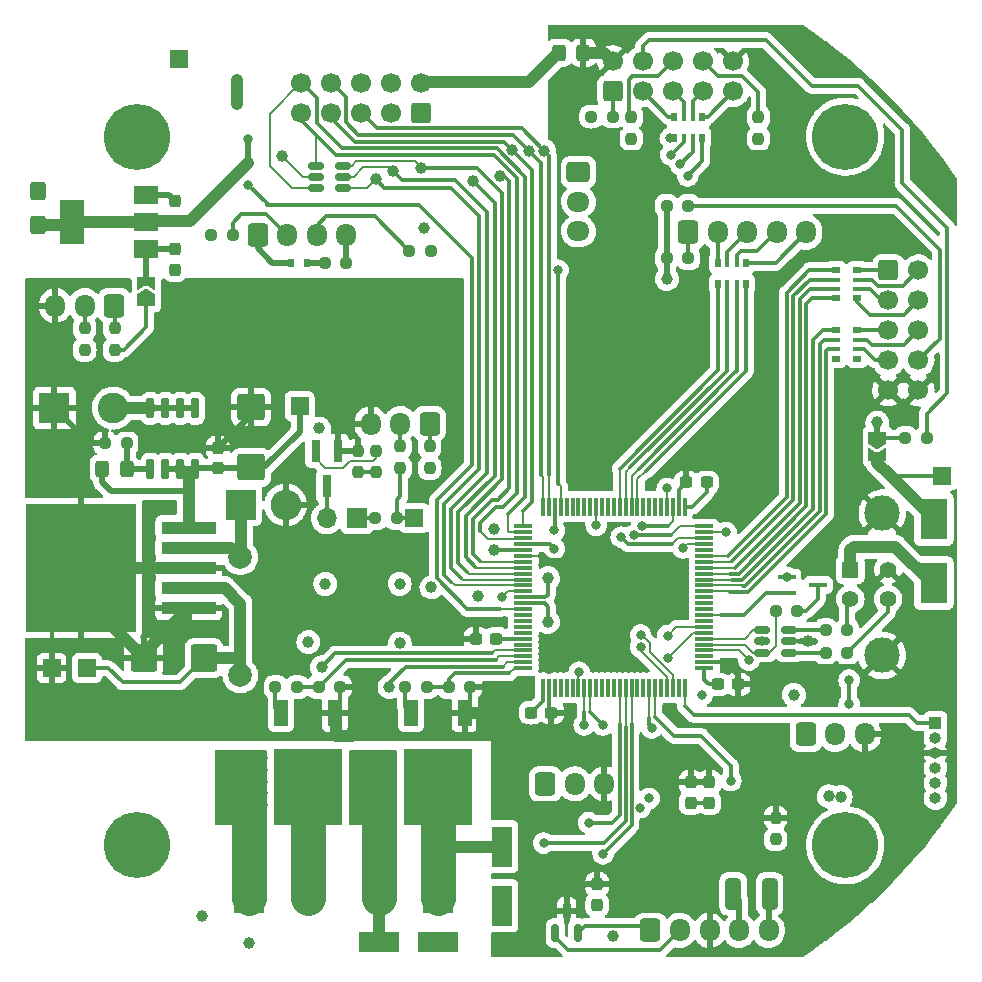
<source format=gbr>
%TF.GenerationSoftware,KiCad,Pcbnew,6.0.10*%
%TF.CreationDate,2023-01-12T17:29:40+03:00*%
%TF.ProjectId,nitrogen,6e697472-6f67-4656-9e2e-6b696361645f,rev?*%
%TF.SameCoordinates,Original*%
%TF.FileFunction,Copper,L4,Bot*%
%TF.FilePolarity,Positive*%
%FSLAX46Y46*%
G04 Gerber Fmt 4.6, Leading zero omitted, Abs format (unit mm)*
G04 Created by KiCad (PCBNEW 6.0.10) date 2023-01-12 17:29:40*
%MOMM*%
%LPD*%
G01*
G04 APERTURE LIST*
G04 Aperture macros list*
%AMRoundRect*
0 Rectangle with rounded corners*
0 $1 Rounding radius*
0 $2 $3 $4 $5 $6 $7 $8 $9 X,Y pos of 4 corners*
0 Add a 4 corners polygon primitive as box body*
4,1,4,$2,$3,$4,$5,$6,$7,$8,$9,$2,$3,0*
0 Add four circle primitives for the rounded corners*
1,1,$1+$1,$2,$3*
1,1,$1+$1,$4,$5*
1,1,$1+$1,$6,$7*
1,1,$1+$1,$8,$9*
0 Add four rect primitives between the rounded corners*
20,1,$1+$1,$2,$3,$4,$5,0*
20,1,$1+$1,$4,$5,$6,$7,0*
20,1,$1+$1,$6,$7,$8,$9,0*
20,1,$1+$1,$8,$9,$2,$3,0*%
%AMFreePoly0*
4,1,6,1.000000,0.000000,0.500000,-0.750000,-0.500000,-0.750000,-0.500000,0.750000,0.500000,0.750000,1.000000,0.000000,1.000000,0.000000,$1*%
%AMFreePoly1*
4,1,6,0.500000,-0.750000,-0.650000,-0.750000,-0.150000,0.000000,-0.650000,0.750000,0.500000,0.750000,0.500000,-0.750000,0.500000,-0.750000,$1*%
G04 Aperture macros list end*
%TA.AperFunction,ComponentPad*%
%ADD10R,1.400000X1.400000*%
%TD*%
%TA.AperFunction,ComponentPad*%
%ADD11C,1.400000*%
%TD*%
%TA.AperFunction,ComponentPad*%
%ADD12C,3.000000*%
%TD*%
%TA.AperFunction,ComponentPad*%
%ADD13C,5.600000*%
%TD*%
%TA.AperFunction,ComponentPad*%
%ADD14RoundRect,0.250000X-0.600000X-0.725000X0.600000X-0.725000X0.600000X0.725000X-0.600000X0.725000X0*%
%TD*%
%TA.AperFunction,ComponentPad*%
%ADD15O,1.700000X1.950000*%
%TD*%
%TA.AperFunction,ComponentPad*%
%ADD16C,2.600000*%
%TD*%
%TA.AperFunction,ComponentPad*%
%ADD17R,2.600000X2.600000*%
%TD*%
%TA.AperFunction,ComponentPad*%
%ADD18R,1.500000X1.500000*%
%TD*%
%TA.AperFunction,ComponentPad*%
%ADD19O,2.600000X2.600000*%
%TD*%
%TA.AperFunction,ComponentPad*%
%ADD20RoundRect,0.250000X-0.600000X-0.600000X0.600000X-0.600000X0.600000X0.600000X-0.600000X0.600000X0*%
%TD*%
%TA.AperFunction,ComponentPad*%
%ADD21C,1.700000*%
%TD*%
%TA.AperFunction,SMDPad,CuDef*%
%ADD22RoundRect,0.237500X-0.250000X-0.237500X0.250000X-0.237500X0.250000X0.237500X-0.250000X0.237500X0*%
%TD*%
%TA.AperFunction,ComponentPad*%
%ADD23RoundRect,0.250000X0.600000X-0.600000X0.600000X0.600000X-0.600000X0.600000X-0.600000X-0.600000X0*%
%TD*%
%TA.AperFunction,ComponentPad*%
%ADD24RoundRect,0.250000X0.600000X0.725000X-0.600000X0.725000X-0.600000X-0.725000X0.600000X-0.725000X0*%
%TD*%
%TA.AperFunction,ComponentPad*%
%ADD25R,1.700000X1.700000*%
%TD*%
%TA.AperFunction,ComponentPad*%
%ADD26O,1.700000X1.700000*%
%TD*%
%TA.AperFunction,ComponentPad*%
%ADD27RoundRect,0.250000X-0.725000X0.600000X-0.725000X-0.600000X0.725000X-0.600000X0.725000X0.600000X0*%
%TD*%
%TA.AperFunction,ComponentPad*%
%ADD28O,1.950000X1.700000*%
%TD*%
%TA.AperFunction,ComponentPad*%
%ADD29C,2.000000*%
%TD*%
%TA.AperFunction,SMDPad,CuDef*%
%ADD30R,1.500000X0.450000*%
%TD*%
%TA.AperFunction,ComponentPad*%
%ADD31R,1.000000X1.000000*%
%TD*%
%TA.AperFunction,ComponentPad*%
%ADD32O,1.000000X1.000000*%
%TD*%
%TA.AperFunction,SMDPad,CuDef*%
%ADD33RoundRect,0.237500X0.250000X0.237500X-0.250000X0.237500X-0.250000X-0.237500X0.250000X-0.237500X0*%
%TD*%
%TA.AperFunction,SMDPad,CuDef*%
%ADD34RoundRect,0.237500X-0.237500X0.250000X-0.237500X-0.250000X0.237500X-0.250000X0.237500X0.250000X0*%
%TD*%
%TA.AperFunction,SMDPad,CuDef*%
%ADD35RoundRect,0.237500X-0.237500X0.300000X-0.237500X-0.300000X0.237500X-0.300000X0.237500X0.300000X0*%
%TD*%
%TA.AperFunction,SMDPad,CuDef*%
%ADD36RoundRect,0.237500X0.300000X0.237500X-0.300000X0.237500X-0.300000X-0.237500X0.300000X-0.237500X0*%
%TD*%
%TA.AperFunction,SMDPad,CuDef*%
%ADD37RoundRect,0.075000X-0.725000X-0.075000X0.725000X-0.075000X0.725000X0.075000X-0.725000X0.075000X0*%
%TD*%
%TA.AperFunction,SMDPad,CuDef*%
%ADD38RoundRect,0.075000X-0.075000X-0.725000X0.075000X-0.725000X0.075000X0.725000X-0.075000X0.725000X0*%
%TD*%
%TA.AperFunction,SMDPad,CuDef*%
%ADD39RoundRect,0.250000X0.925000X-0.875000X0.925000X0.875000X-0.925000X0.875000X-0.925000X-0.875000X0*%
%TD*%
%TA.AperFunction,SMDPad,CuDef*%
%ADD40RoundRect,0.237500X0.237500X-0.250000X0.237500X0.250000X-0.237500X0.250000X-0.237500X-0.250000X0*%
%TD*%
%TA.AperFunction,SMDPad,CuDef*%
%ADD41RoundRect,0.237500X0.237500X-0.300000X0.237500X0.300000X-0.237500X0.300000X-0.237500X-0.300000X0*%
%TD*%
%TA.AperFunction,SMDPad,CuDef*%
%ADD42R,0.800000X0.500000*%
%TD*%
%TA.AperFunction,SMDPad,CuDef*%
%ADD43R,0.800000X0.400000*%
%TD*%
%TA.AperFunction,SMDPad,CuDef*%
%ADD44FreePoly0,90.000000*%
%TD*%
%TA.AperFunction,SMDPad,CuDef*%
%ADD45FreePoly1,90.000000*%
%TD*%
%TA.AperFunction,SMDPad,CuDef*%
%ADD46R,0.600000X0.700000*%
%TD*%
%TA.AperFunction,SMDPad,CuDef*%
%ADD47R,2.000000X1.500000*%
%TD*%
%TA.AperFunction,SMDPad,CuDef*%
%ADD48R,2.000000X3.800000*%
%TD*%
%TA.AperFunction,SMDPad,CuDef*%
%ADD49R,0.800000X1.900000*%
%TD*%
%TA.AperFunction,SMDPad,CuDef*%
%ADD50FreePoly0,270.000000*%
%TD*%
%TA.AperFunction,SMDPad,CuDef*%
%ADD51FreePoly1,270.000000*%
%TD*%
%TA.AperFunction,SMDPad,CuDef*%
%ADD52RoundRect,0.150000X0.150000X-0.587500X0.150000X0.587500X-0.150000X0.587500X-0.150000X-0.587500X0*%
%TD*%
%TA.AperFunction,SMDPad,CuDef*%
%ADD53R,0.500000X0.800000*%
%TD*%
%TA.AperFunction,SMDPad,CuDef*%
%ADD54R,0.400000X0.800000*%
%TD*%
%TA.AperFunction,SMDPad,CuDef*%
%ADD55RoundRect,0.150000X0.150000X-0.725000X0.150000X0.725000X-0.150000X0.725000X-0.150000X-0.725000X0*%
%TD*%
%TA.AperFunction,SMDPad,CuDef*%
%ADD56RoundRect,0.250000X0.875000X0.925000X-0.875000X0.925000X-0.875000X-0.925000X0.875000X-0.925000X0*%
%TD*%
%TA.AperFunction,SMDPad,CuDef*%
%ADD57RoundRect,0.250000X0.400000X1.075000X-0.400000X1.075000X-0.400000X-1.075000X0.400000X-1.075000X0*%
%TD*%
%TA.AperFunction,SMDPad,CuDef*%
%ADD58RoundRect,0.150000X0.512500X0.150000X-0.512500X0.150000X-0.512500X-0.150000X0.512500X-0.150000X0*%
%TD*%
%TA.AperFunction,SMDPad,CuDef*%
%ADD59R,4.600000X1.100000*%
%TD*%
%TA.AperFunction,SMDPad,CuDef*%
%ADD60R,9.400000X10.800000*%
%TD*%
%TA.AperFunction,SMDPad,CuDef*%
%ADD61R,3.500000X1.800000*%
%TD*%
%TA.AperFunction,SMDPad,CuDef*%
%ADD62RoundRect,0.250000X-0.325000X-0.450000X0.325000X-0.450000X0.325000X0.450000X-0.325000X0.450000X0*%
%TD*%
%TA.AperFunction,SMDPad,CuDef*%
%ADD63RoundRect,0.250000X0.325000X0.450000X-0.325000X0.450000X-0.325000X-0.450000X0.325000X-0.450000X0*%
%TD*%
%TA.AperFunction,SMDPad,CuDef*%
%ADD64RoundRect,0.250000X0.425000X-0.537500X0.425000X0.537500X-0.425000X0.537500X-0.425000X-0.537500X0*%
%TD*%
%TA.AperFunction,SMDPad,CuDef*%
%ADD65R,1.200000X2.200000*%
%TD*%
%TA.AperFunction,SMDPad,CuDef*%
%ADD66R,5.800000X6.400000*%
%TD*%
%TA.AperFunction,SMDPad,CuDef*%
%ADD67R,1.800000X3.500000*%
%TD*%
%TA.AperFunction,SMDPad,CuDef*%
%ADD68RoundRect,0.237500X-0.300000X-0.237500X0.300000X-0.237500X0.300000X0.237500X-0.300000X0.237500X0*%
%TD*%
%TA.AperFunction,SMDPad,CuDef*%
%ADD69RoundRect,0.150000X-0.512500X-0.150000X0.512500X-0.150000X0.512500X0.150000X-0.512500X0.150000X0*%
%TD*%
%TA.AperFunction,SMDPad,CuDef*%
%ADD70R,2.300000X3.500000*%
%TD*%
%TA.AperFunction,ViaPad*%
%ADD71C,0.800000*%
%TD*%
%TA.AperFunction,ViaPad*%
%ADD72C,1.000000*%
%TD*%
%TA.AperFunction,Conductor*%
%ADD73C,0.300000*%
%TD*%
%TA.AperFunction,Conductor*%
%ADD74C,0.200000*%
%TD*%
%TA.AperFunction,Conductor*%
%ADD75C,1.000000*%
%TD*%
%TA.AperFunction,Conductor*%
%ADD76C,0.500000*%
%TD*%
%TA.AperFunction,Conductor*%
%ADD77C,3.000000*%
%TD*%
G04 APERTURE END LIST*
D10*
%TO.P,J8,1,VBUS*%
%TO.N,/MCU/VB*%
X169417500Y-91650000D03*
D11*
%TO.P,J8,2,D-*%
%TO.N,Net-(J8-Pad2)*%
X169417500Y-94150000D03*
%TO.P,J8,3,D+*%
%TO.N,Net-(J8-Pad3)*%
X172617500Y-94150000D03*
%TO.P,J8,4,GND*%
%TO.N,GND*%
X172617500Y-91650000D03*
D12*
%TO.P,J8,5,Shield*%
X172127500Y-98920000D03*
X172127500Y-86880000D03*
%TD*%
D13*
%TO.P,H1,1*%
%TO.N,N/C*%
X169000000Y-55000000D03*
%TD*%
D14*
%TO.P,J15,1,Pin_1*%
%TO.N,Net-(J15-Pad1)*%
X165658800Y-105613200D03*
D15*
%TO.P,J15,2,Pin_2*%
%TO.N,Net-(J15-Pad2)*%
X168158800Y-105613200D03*
%TO.P,J15,3,Pin_3*%
%TO.N,GND*%
X170658800Y-105613200D03*
%TD*%
D16*
%TO.P,J3,2,Pin_2*%
%TO.N,/P2*%
X123500000Y-119490000D03*
D17*
%TO.P,J3,1,Pin_1*%
%TO.N,/P3*%
X118500000Y-119490000D03*
%TD*%
D18*
%TO.P,TP2,1,1*%
%TO.N,Net-(C14-Pad1)*%
X122800000Y-77800000D03*
%TD*%
D17*
%TO.P,D12,1,K*%
%TO.N,Net-(D12-Pad1)*%
X117805000Y-86166000D03*
D19*
%TO.P,D12,2,A*%
%TO.N,GND*%
X121615000Y-86166000D03*
%TD*%
D14*
%TO.P,J9,1,Pin_1*%
%TO.N,/MCU/485B*%
X152500000Y-122200000D03*
D15*
%TO.P,J9,2,Pin_2*%
%TO.N,/MCU/485A*%
X155000000Y-122200000D03*
%TO.P,J9,3,Pin_3*%
%TO.N,GND*%
X157500000Y-122200000D03*
%TO.P,J9,4,Pin_4*%
%TO.N,/MCU/CANL*%
X160000000Y-122200000D03*
%TO.P,J9,5,Pin_5*%
%TO.N,/MCU/CANH*%
X162500000Y-122200000D03*
%TD*%
D20*
%TO.P,J11,1,Pin_1*%
%TO.N,Net-(J11-Pad1)*%
X172647500Y-66320000D03*
D21*
%TO.P,J11,2,Pin_2*%
%TO.N,Net-(J11-Pad2)*%
X175187500Y-66320000D03*
%TO.P,J11,3,Pin_3*%
%TO.N,Net-(J11-Pad3)*%
X172647500Y-68860000D03*
%TO.P,J11,4,Pin_4*%
%TO.N,Net-(J11-Pad4)*%
X175187500Y-68860000D03*
%TO.P,J11,5,Pin_5*%
%TO.N,Net-(J11-Pad5)*%
X172647500Y-71400000D03*
%TO.P,J11,6,Pin_6*%
%TO.N,Net-(J11-Pad6)*%
X175187500Y-71400000D03*
%TO.P,J11,7,Pin_7*%
%TO.N,Net-(J11-Pad7)*%
X172647500Y-73940000D03*
%TO.P,J11,8,Pin_8*%
%TO.N,Net-(J11-Pad8)*%
X175187500Y-73940000D03*
%TO.P,J11,9,Pin_9*%
%TO.N,GND*%
X172647500Y-76480000D03*
%TO.P,J11,10,Pin_10*%
X175187500Y-76480000D03*
%TD*%
D22*
%TO.P,R13,2*%
%TO.N,Net-(Q5-Pad3)*%
X164943800Y-95148400D03*
%TO.P,R13,1*%
%TO.N,/MCU/USB_DP*%
X163118800Y-95148400D03*
%TD*%
D18*
%TO.P,TP6,1,1*%
%TO.N,+3.3VADC*%
X112623600Y-48412400D03*
%TD*%
D14*
%TO.P,J6,1,Pin_1*%
%TO.N,GNDPWR*%
X119233500Y-63359000D03*
D15*
%TO.P,J6,2,Pin_2*%
%TO.N,Net-(J6-Pad2)*%
X121733500Y-63359000D03*
%TO.P,J6,3,Pin_3*%
%TO.N,Net-(J6-Pad3)*%
X124233500Y-63359000D03*
%TO.P,J6,4,Pin_4*%
%TO.N,/MCU/ADC_EXT*%
X126733500Y-63359000D03*
%TD*%
D23*
%TO.P,J4,1,Pin_1*%
%TO.N,GNDPWR*%
X133110000Y-52960000D03*
D21*
%TO.P,J4,2,Pin_2*%
X133110000Y-50420000D03*
%TO.P,J4,3,Pin_3*%
%TO.N,/MCU/ADC6*%
X130570000Y-52960000D03*
%TO.P,J4,4,Pin_4*%
%TO.N,/MCU/ADC7*%
X130570000Y-50420000D03*
%TO.P,J4,5,Pin_5*%
%TO.N,/MCU/ADC4*%
X128030000Y-52960000D03*
%TO.P,J4,6,Pin_6*%
%TO.N,/MCU/ADC5*%
X128030000Y-50420000D03*
%TO.P,J4,7,Pin_7*%
%TO.N,/MCU/ADC2*%
X125490000Y-52960000D03*
%TO.P,J4,8,Pin_8*%
%TO.N,/MCU/ADC3*%
X125490000Y-50420000D03*
%TO.P,J4,9,Pin_9*%
%TO.N,/MCU/ADC0*%
X122950000Y-52960000D03*
%TO.P,J4,10,Pin_10*%
%TO.N,/MCU/ADC1*%
X122950000Y-50420000D03*
%TD*%
D24*
%TO.P,J5,1,Pin_1*%
%TO.N,Net-(J5-Pad1)*%
X133800000Y-79300000D03*
D15*
%TO.P,J5,2,Pin_2*%
%TO.N,Net-(J5-Pad2)*%
X131300000Y-79300000D03*
%TO.P,J5,3,Pin_3*%
%TO.N,GND*%
X128800000Y-79300000D03*
%TD*%
D18*
%TO.P,TP1,1,1*%
%TO.N,Net-(D5-Pad1)*%
X177200000Y-83700000D03*
%TD*%
D25*
%TO.P,J16,1,Pin_1*%
%TO.N,Net-(J16-Pad1)*%
X127650000Y-87300000D03*
D26*
%TO.P,J16,2,Pin_2*%
%TO.N,Net-(J16-Pad2)*%
X125110000Y-87300000D03*
%TD*%
D17*
%TO.P,J13,1,Pin_1*%
%TO.N,GND*%
X102031000Y-77982000D03*
D16*
%TO.P,J13,2,Pin_2*%
%TO.N,Vdrive*%
X107031000Y-77982000D03*
%TD*%
D27*
%TO.P,J1,1,Pin_1*%
%TO.N,/MCU/ADC9*%
X146400000Y-58000000D03*
D28*
%TO.P,J1,2,Pin_2*%
%TO.N,/MCU/ADC8*%
X146400000Y-60500000D03*
%TO.P,J1,3,Pin_3*%
%TO.N,GNDPWR*%
X146400000Y-63000000D03*
%TD*%
D17*
%TO.P,J2,1,Pin_1*%
%TO.N,/P0*%
X134500000Y-119500000D03*
D16*
%TO.P,J2,2,Pin_2*%
%TO.N,/P1*%
X129500000Y-119500000D03*
%TD*%
D18*
%TO.P,TP4,1,1*%
%TO.N,+5V*%
X104800000Y-100000000D03*
%TD*%
D23*
%TO.P,J10,1,Pin_1*%
%TO.N,Net-(J10-Pad1)*%
X149320000Y-51152500D03*
D21*
%TO.P,J10,2,Pin_2*%
%TO.N,GND*%
X149320000Y-48612500D03*
%TO.P,J10,3,Pin_3*%
%TO.N,Net-(J10-Pad3)*%
X151860000Y-51152500D03*
%TO.P,J10,4,Pin_4*%
%TO.N,Net-(J10-Pad4)*%
X151860000Y-48612500D03*
%TO.P,J10,5,Pin_5*%
%TO.N,Net-(J10-Pad5)*%
X154400000Y-51152500D03*
%TO.P,J10,6,Pin_6*%
%TO.N,Net-(J10-Pad6)*%
X154400000Y-48612500D03*
%TO.P,J10,7,Pin_7*%
%TO.N,Net-(J10-Pad7)*%
X156940000Y-51152500D03*
%TO.P,J10,8,Pin_8*%
%TO.N,Net-(J10-Pad8)*%
X156940000Y-48612500D03*
%TO.P,J10,9,Pin_9*%
%TO.N,Net-(J10-Pad9)*%
X159480000Y-51152500D03*
%TO.P,J10,10,Pin_10*%
%TO.N,GND*%
X159480000Y-48612500D03*
%TD*%
D13*
%TO.P,H3,1*%
%TO.N,N/C*%
X109000000Y-115000000D03*
%TD*%
%TO.P,H4,1*%
%TO.N,N/C*%
X169000000Y-115000000D03*
%TD*%
D18*
%TO.P,TP3,1,1*%
%TO.N,GND*%
X101800000Y-100000000D03*
%TD*%
%TO.P,TP5,1,1*%
%TO.N,+3.3V*%
X132500000Y-87300000D03*
%TD*%
D14*
%TO.P,J18,1,Pin_1*%
%TO.N,Net-(J18-Pad1)*%
X155700000Y-63100000D03*
D15*
%TO.P,J18,2,Pin_2*%
%TO.N,Net-(J18-Pad2)*%
X158200000Y-63100000D03*
%TO.P,J18,3,Pin_3*%
%TO.N,Net-(J18-Pad3)*%
X160700000Y-63100000D03*
%TO.P,J18,4,Pin_4*%
%TO.N,Net-(J18-Pad4)*%
X163200000Y-63100000D03*
%TO.P,J18,5,Pin_5*%
%TO.N,Net-(J18-Pad5)*%
X165700000Y-63100000D03*
%TD*%
D14*
%TO.P,J14,1,Pin_1*%
%TO.N,Net-(J14-Pad1)*%
X143600000Y-109800000D03*
D15*
%TO.P,J14,2,Pin_2*%
%TO.N,Net-(J14-Pad2)*%
X146100000Y-109800000D03*
%TO.P,J14,3,Pin_3*%
%TO.N,GND*%
X148600000Y-109800000D03*
%TD*%
D29*
%TO.P,L1,1,1*%
%TO.N,+5V*%
X117785000Y-100611000D03*
%TO.P,L1,2,2*%
%TO.N,Net-(D12-Pad1)*%
X117785000Y-90611000D03*
%TD*%
D30*
%TO.P,Q5,1,B*%
%TO.N,/MCU/USB_PU*%
X164024000Y-93614000D03*
%TO.P,Q5,2,E*%
%TO.N,/MCU/MCU3v3*%
X164024000Y-92314000D03*
%TO.P,Q5,3,C*%
%TO.N,Net-(Q5-Pad3)*%
X166684000Y-92964000D03*
%TD*%
D31*
%TO.P,J7,1,Pin_1*%
%TO.N,/MCU/SWCLK*%
X176631600Y-104648000D03*
D32*
%TO.P,J7,2,Pin_2*%
%TO.N,/MCU/SWDIO*%
X176631600Y-105918000D03*
%TO.P,J7,3,Pin_3*%
%TO.N,GND*%
X176631600Y-107188000D03*
%TO.P,J7,4,Pin_4*%
%TO.N,Net-(J7-Pad4)*%
X176631600Y-108458000D03*
%TO.P,J7,5,Pin_5*%
%TO.N,/MCU/BOOT0*%
X176631600Y-109728000D03*
%TO.P,J7,6,Pin_6*%
%TO.N,/MCU/NRST*%
X176631600Y-110998000D03*
%TD*%
D13*
%TO.P,H2,1*%
%TO.N,N/C*%
X109000000Y-55000000D03*
%TD*%
D24*
%TO.P,J12,1,Pin_1*%
%TO.N,Net-(J12-Pad1)*%
X107100000Y-69300000D03*
D15*
%TO.P,J12,2,Pin_2*%
%TO.N,Net-(J12-Pad2)*%
X104600000Y-69300000D03*
%TO.P,J12,3,Pin_3*%
%TO.N,GND*%
X102100000Y-69300000D03*
%TD*%
D33*
%TO.P,R8,1*%
%TO.N,PWM0*%
X133551300Y-101600000D03*
%TO.P,R8,2*%
%TO.N,Net-(Q4-Pad1)*%
X131726300Y-101600000D03*
%TD*%
D22*
%TO.P,R54,1*%
%TO.N,Net-(D8-Pad1)*%
X124919100Y-65684400D03*
%TO.P,R54,2*%
%TO.N,/MCU/ADC_EXT*%
X126744100Y-65684400D03*
%TD*%
D34*
%TO.P,R44,1*%
%TO.N,GND*%
X163100000Y-112661900D03*
%TO.P,R44,2*%
%TO.N,Net-(R44-Pad2)*%
X163100000Y-114486900D03*
%TD*%
D35*
%TO.P,C4,1*%
%TO.N,GND*%
X147980400Y-118315400D03*
%TO.P,C4,2*%
%TO.N,Net-(C4-Pad2)*%
X147980400Y-120040400D03*
%TD*%
D36*
%TO.P,C7,1*%
%TO.N,/MCU/MCU3v3*%
X157275700Y-84277200D03*
%TO.P,C7,2*%
%TO.N,GND*%
X155550700Y-84277200D03*
%TD*%
D33*
%TO.P,R2,1*%
%TO.N,PWM2*%
X122578500Y-101600000D03*
%TO.P,R2,2*%
%TO.N,Net-(Q1-Pad1)*%
X120753500Y-101600000D03*
%TD*%
D37*
%TO.P,U4,1,PE2*%
%TO.N,PWM0*%
X141725000Y-100000000D03*
%TO.P,U4,2,PE3*%
%TO.N,PWM1*%
X141725000Y-99500000D03*
%TO.P,U4,3,PE4*%
%TO.N,PWM2*%
X141725000Y-99000000D03*
%TO.P,U4,4,PE5*%
%TO.N,PWM3*%
X141725000Y-98500000D03*
%TO.P,U4,5,PE6*%
%TO.N,unconnected-(U4-Pad5)*%
X141725000Y-98000000D03*
%TO.P,U4,6,VBAT*%
%TO.N,/MCU/MCU3v3*%
X141725000Y-97500000D03*
%TO.P,U4,7,PC13*%
%TO.N,unconnected-(U4-Pad7)*%
X141725000Y-97000000D03*
%TO.P,U4,8,PC14*%
%TO.N,unconnected-(U4-Pad8)*%
X141725000Y-96500000D03*
%TO.P,U4,9,PC15*%
%TO.N,unconnected-(U4-Pad9)*%
X141725000Y-96000000D03*
%TO.P,U4,10,PF9*%
%TO.N,unconnected-(U4-Pad10)*%
X141725000Y-95500000D03*
%TO.P,U4,11,PF10*%
%TO.N,VADCon*%
X141725000Y-95000000D03*
%TO.P,U4,12,PF0*%
%TO.N,/MCU/OSC_IN*%
X141725000Y-94500000D03*
%TO.P,U4,13,PF1*%
%TO.N,/MCU/OSC_OUT*%
X141725000Y-94000000D03*
%TO.P,U4,14,NRST*%
%TO.N,/MCU/NRST*%
X141725000Y-93500000D03*
%TO.P,U4,15,PC0*%
%TO.N,/MCU/ADC5*%
X141725000Y-93000000D03*
%TO.P,U4,16,PC1*%
%TO.N,/MCU/ADC6*%
X141725000Y-92500000D03*
%TO.P,U4,17,PC2*%
%TO.N,/MCU/ADC7*%
X141725000Y-92000000D03*
%TO.P,U4,18,PC3*%
%TO.N,/MCU/ADC8*%
X141725000Y-91500000D03*
%TO.P,U4,19,PF2*%
%TO.N,/MCU/ADC9*%
X141725000Y-91000000D03*
%TO.P,U4,20,VSSA*%
%TO.N,GND*%
X141725000Y-90500000D03*
%TO.P,U4,21,VREF+*%
%TO.N,+3.3VADC*%
X141725000Y-90000000D03*
%TO.P,U4,22,VDDA*%
%TO.N,/MCU/MCU3v3*%
X141725000Y-89500000D03*
%TO.P,U4,23,PA0*%
%TO.N,/MCU/ADC0*%
X141725000Y-89000000D03*
%TO.P,U4,24,PA1*%
%TO.N,/MCU/ADC1*%
X141725000Y-88500000D03*
%TO.P,U4,25,PA2*%
%TO.N,/MCU/ADC2*%
X141725000Y-88000000D03*
D38*
%TO.P,U4,26,PA3*%
%TO.N,/MCU/ADC3*%
X143400000Y-86325000D03*
%TO.P,U4,27,PF4*%
%TO.N,/MCU/ADC4*%
X143900000Y-86325000D03*
%TO.P,U4,28,VDD*%
%TO.N,/MCU/MCU3v3*%
X144400000Y-86325000D03*
%TO.P,U4,29,PA4*%
%TO.N,Net-(D8-Pad1)*%
X144900000Y-86325000D03*
%TO.P,U4,30,PA5*%
%TO.N,unconnected-(U4-Pad30)*%
X145400000Y-86325000D03*
%TO.P,U4,31,PA6*%
%TO.N,unconnected-(U4-Pad31)*%
X145900000Y-86325000D03*
%TO.P,U4,32,PA7*%
%TO.N,unconnected-(U4-Pad32)*%
X146400000Y-86325000D03*
%TO.P,U4,33,PC4*%
%TO.N,unconnected-(U4-Pad33)*%
X146900000Y-86325000D03*
%TO.P,U4,34,PC5*%
%TO.N,unconnected-(U4-Pad34)*%
X147400000Y-86325000D03*
%TO.P,U4,35,PB0*%
%TO.N,/MCU/Buzzer*%
X147900000Y-86325000D03*
%TO.P,U4,36,PB1*%
%TO.N,unconnected-(U4-Pad36)*%
X148400000Y-86325000D03*
%TO.P,U4,37,PB2*%
%TO.N,unconnected-(U4-Pad37)*%
X148900000Y-86325000D03*
%TO.P,U4,38,PE7*%
%TO.N,unconnected-(U4-Pad38)*%
X149400000Y-86325000D03*
%TO.P,U4,39,PE8*%
%TO.N,Net-(RN1-Pad4)*%
X149900000Y-86325000D03*
%TO.P,U4,40,PE9*%
%TO.N,Net-(RN1-Pad3)*%
X150400000Y-86325000D03*
%TO.P,U4,41,PE10*%
%TO.N,Net-(RN1-Pad2)*%
X150900000Y-86325000D03*
%TO.P,U4,42,PE11*%
%TO.N,Net-(RN1-Pad1)*%
X151400000Y-86325000D03*
%TO.P,U4,43,PE12*%
%TO.N,unconnected-(U4-Pad43)*%
X151900000Y-86325000D03*
%TO.P,U4,44,PE13*%
%TO.N,unconnected-(U4-Pad44)*%
X152400000Y-86325000D03*
%TO.P,U4,45,PE14*%
%TO.N,unconnected-(U4-Pad45)*%
X152900000Y-86325000D03*
%TO.P,U4,46,PE15*%
%TO.N,unconnected-(U4-Pad46)*%
X153400000Y-86325000D03*
%TO.P,U4,47,PB10*%
%TO.N,/MCU/SCRN_DCRS*%
X153900000Y-86325000D03*
%TO.P,U4,48,PB11*%
%TO.N,/MCU/SCRN_RST*%
X154400000Y-86325000D03*
%TO.P,U4,49,VSS*%
%TO.N,GND*%
X154900000Y-86325000D03*
%TO.P,U4,50,VDD*%
%TO.N,/MCU/MCU3v3*%
X155400000Y-86325000D03*
D37*
%TO.P,U4,51,PB12*%
%TO.N,/MCU/SPI2_NSS*%
X157075000Y-88000000D03*
%TO.P,U4,52,PB13*%
%TO.N,/MCU/SPI2_SCK*%
X157075000Y-88500000D03*
%TO.P,U4,53,PB14*%
%TO.N,/MCU/SPI2_MISO*%
X157075000Y-89000000D03*
%TO.P,U4,54,PB15*%
%TO.N,/MCU/SPI2_MOSI*%
X157075000Y-89500000D03*
%TO.P,U4,55,PD8*%
%TO.N,unconnected-(U4-Pad55)*%
X157075000Y-90000000D03*
%TO.P,U4,56,PD9*%
%TO.N,/MCU/BTN0*%
X157075000Y-90500000D03*
%TO.P,U4,57,PD10*%
%TO.N,/MCU/BTN1*%
X157075000Y-91000000D03*
%TO.P,U4,58,PD11*%
%TO.N,/MCU/BTN2*%
X157075000Y-91500000D03*
%TO.P,U4,59,PD12*%
%TO.N,/MCU/BTN3*%
X157075000Y-92000000D03*
%TO.P,U4,60,PD13*%
%TO.N,/MCU/BTN4*%
X157075000Y-92500000D03*
%TO.P,U4,61,PD14*%
%TO.N,/MCU/BTN5*%
X157075000Y-93000000D03*
%TO.P,U4,62,PD15*%
%TO.N,/MCU/BTN6*%
X157075000Y-93500000D03*
%TO.P,U4,63,PC6*%
%TO.N,unconnected-(U4-Pad63)*%
X157075000Y-94000000D03*
%TO.P,U4,64,PC7*%
%TO.N,unconnected-(U4-Pad64)*%
X157075000Y-94500000D03*
%TO.P,U4,65,PC8*%
%TO.N,unconnected-(U4-Pad65)*%
X157075000Y-95000000D03*
%TO.P,U4,66,PC9*%
%TO.N,/MCU/USB_PU*%
X157075000Y-95500000D03*
%TO.P,U4,67,PA8*%
%TO.N,unconnected-(U4-Pad67)*%
X157075000Y-96000000D03*
%TO.P,U4,68,PA9*%
%TO.N,/MCU/SCL*%
X157075000Y-96500000D03*
%TO.P,U4,69,PA10*%
%TO.N,/MCU/SDA*%
X157075000Y-97000000D03*
%TO.P,U4,70,PA11*%
%TO.N,/MCU/USB_DM*%
X157075000Y-97500000D03*
%TO.P,U4,71,PA12*%
%TO.N,/MCU/USB_DP*%
X157075000Y-98000000D03*
%TO.P,U4,72,PA13*%
%TO.N,/MCU/SWDIO*%
X157075000Y-98500000D03*
%TO.P,U4,73,PF6*%
%TO.N,unconnected-(U4-Pad73)*%
X157075000Y-99000000D03*
%TO.P,U4,74,VSS*%
%TO.N,GND*%
X157075000Y-99500000D03*
%TO.P,U4,75,VDD*%
%TO.N,/MCU/MCU3v3*%
X157075000Y-100000000D03*
D38*
%TO.P,U4,76,PA14*%
%TO.N,/MCU/SWCLK*%
X155400000Y-101675000D03*
%TO.P,U4,77,PA15*%
%TO.N,unconnected-(U4-Pad77)*%
X154900000Y-101675000D03*
%TO.P,U4,78,PC10*%
%TO.N,/MCU/Tx*%
X154400000Y-101675000D03*
%TO.P,U4,79,PC11*%
%TO.N,/MCU/Rx*%
X153900000Y-101675000D03*
%TO.P,U4,80,PC12*%
%TO.N,unconnected-(U4-Pad80)*%
X153400000Y-101675000D03*
%TO.P,U4,81,PD0*%
%TO.N,/MCU/CAN_RX*%
X152900000Y-101675000D03*
%TO.P,U4,82,PD1*%
%TO.N,/MCU/CAN_TX*%
X152400000Y-101675000D03*
%TO.P,U4,83,PD2*%
%TO.N,unconnected-(U4-Pad83)*%
X151900000Y-101675000D03*
%TO.P,U4,84,PD3*%
%TO.N,unconnected-(U4-Pad84)*%
X151400000Y-101675000D03*
%TO.P,U4,85,PD4*%
%TO.N,/MCU/DE*%
X150900000Y-101675000D03*
%TO.P,U4,86,PD5*%
%TO.N,/MCU/U2Tx*%
X150400000Y-101675000D03*
%TO.P,U4,87,PD6*%
%TO.N,/MCU/U2Rx*%
X149900000Y-101675000D03*
%TO.P,U4,88,PD7*%
%TO.N,unconnected-(U4-Pad88)*%
X149400000Y-101675000D03*
%TO.P,U4,89,PB3*%
%TO.N,unconnected-(U4-Pad89)*%
X148900000Y-101675000D03*
%TO.P,U4,90,PB4*%
%TO.N,unconnected-(U4-Pad90)*%
X148400000Y-101675000D03*
%TO.P,U4,91,PB5*%
%TO.N,unconnected-(U4-Pad91)*%
X147900000Y-101675000D03*
%TO.P,U4,92,PB6*%
%TO.N,/MCU/I2C1_SCL*%
X147400000Y-101675000D03*
%TO.P,U4,93,PB7*%
%TO.N,/MCU/I2C1_SDA*%
X146900000Y-101675000D03*
%TO.P,U4,94,BOOT0*%
%TO.N,/MCU/BOOT0*%
X146400000Y-101675000D03*
%TO.P,U4,95,PB8*%
%TO.N,unconnected-(U4-Pad95)*%
X145900000Y-101675000D03*
%TO.P,U4,96,PB9*%
%TO.N,unconnected-(U4-Pad96)*%
X145400000Y-101675000D03*
%TO.P,U4,97,PE0*%
%TO.N,unconnected-(U4-Pad97)*%
X144900000Y-101675000D03*
%TO.P,U4,98,PE1*%
%TO.N,unconnected-(U4-Pad98)*%
X144400000Y-101675000D03*
%TO.P,U4,99,VSS*%
%TO.N,GND*%
X143900000Y-101675000D03*
%TO.P,U4,100,VDD*%
%TO.N,/MCU/MCU3v3*%
X143400000Y-101675000D03*
%TD*%
D39*
%TO.P,C15,1*%
%TO.N,Net-(C14-Pad1)*%
X118674000Y-83001000D03*
%TO.P,C15,2*%
%TO.N,GND*%
X118674000Y-77901000D03*
%TD*%
D40*
%TO.P,R22,1*%
%TO.N,/MCU/SPI2_SCK*%
X161645600Y-55166900D03*
%TO.P,R22,2*%
%TO.N,Net-(J10-Pad8)*%
X161645600Y-53341900D03*
%TD*%
D22*
%TO.P,R17,1*%
%TO.N,+5V*%
X115317900Y-63296800D03*
%TO.P,R17,2*%
%TO.N,Net-(J6-Pad2)*%
X117142900Y-63296800D03*
%TD*%
D41*
%TO.P,C22,1*%
%TO.N,Net-(C21-Pad1)*%
X112250000Y-62162500D03*
%TO.P,C22,2*%
%TO.N,GNDPWR*%
X112250000Y-60437500D03*
%TD*%
D33*
%TO.P,R38,1*%
%TO.N,Net-(D11-Pad2)*%
X108156500Y-80959000D03*
%TO.P,R38,2*%
%TO.N,GND*%
X106331500Y-80959000D03*
%TD*%
D40*
%TO.P,R47,1*%
%TO.N,+3.3V*%
X104597200Y-73048500D03*
%TO.P,R47,2*%
%TO.N,Net-(J12-Pad2)*%
X104597200Y-71223500D03*
%TD*%
D33*
%TO.P,R26,1*%
%TO.N,Net-(J10-Pad1)*%
X149312500Y-53300000D03*
%TO.P,R26,2*%
%TO.N,+3.3V*%
X147487500Y-53300000D03*
%TD*%
D42*
%TO.P,RN3,1,R1.1*%
%TO.N,Net-(J11-Pad5)*%
X170000000Y-71400000D03*
D43*
%TO.P,RN3,2,R2.1*%
%TO.N,Net-(J11-Pad6)*%
X170000000Y-72200000D03*
%TO.P,RN3,3,R3.1*%
%TO.N,Net-(J11-Pad7)*%
X170000000Y-73000000D03*
D42*
%TO.P,RN3,4,R4.1*%
%TO.N,unconnected-(RN3-Pad4)*%
X170000000Y-73800000D03*
%TO.P,RN3,5,R4.2*%
%TO.N,unconnected-(RN3-Pad5)*%
X168200000Y-73800000D03*
D43*
%TO.P,RN3,6,R3.2*%
%TO.N,/MCU/BTN6*%
X168200000Y-73000000D03*
%TO.P,RN3,7,R2.2*%
%TO.N,/MCU/BTN5*%
X168200000Y-72200000D03*
D42*
%TO.P,RN3,8,R1.2*%
%TO.N,/MCU/BTN4*%
X168200000Y-71400000D03*
%TD*%
D44*
%TO.P,JP5,1,A*%
%TO.N,+5V*%
X109829600Y-68847800D03*
D45*
%TO.P,JP5,2,B*%
%TO.N,Net-(C20-Pad1)*%
X109829600Y-67397800D03*
%TD*%
D46*
%TO.P,D8,1,K*%
%TO.N,Net-(D8-Pad1)*%
X123432800Y-65659000D03*
%TO.P,D8,2,A*%
%TO.N,GNDPWR*%
X122032800Y-65659000D03*
%TD*%
D22*
%TO.P,R3,1*%
%TO.N,PWM2*%
X124411100Y-101600000D03*
%TO.P,R3,2*%
%TO.N,GND*%
X126236100Y-101600000D03*
%TD*%
%TO.P,R46,1*%
%TO.N,+3.3V*%
X153887500Y-65300000D03*
%TO.P,R46,2*%
%TO.N,Net-(J18-Pad1)*%
X155712500Y-65300000D03*
%TD*%
D47*
%TO.P,U8,1,GND*%
%TO.N,GNDPWR*%
X109800000Y-59900000D03*
%TO.P,U8,2,VO*%
%TO.N,Net-(C21-Pad1)*%
X109800000Y-62200000D03*
D48*
X103500000Y-62200000D03*
D47*
%TO.P,U8,3,VI*%
%TO.N,Net-(C20-Pad1)*%
X109800000Y-64500000D03*
%TD*%
D49*
%TO.P,Q6,1,G*%
%TO.N,Net-(Q6-Pad1)*%
X124150000Y-81600000D03*
%TO.P,Q6,2,S*%
%TO.N,GND*%
X126050000Y-81600000D03*
%TO.P,Q6,3,D*%
%TO.N,Net-(J16-Pad2)*%
X125100000Y-84600000D03*
%TD*%
D33*
%TO.P,R18,1*%
%TO.N,Net-(J8-Pad2)*%
X169162100Y-96774000D03*
%TO.P,R18,2*%
%TO.N,Net-(R18-Pad2)*%
X167337100Y-96774000D03*
%TD*%
D42*
%TO.P,RN5,1,R1.1*%
%TO.N,/MCU/BTN3*%
X168200000Y-68700000D03*
D43*
%TO.P,RN5,2,R2.1*%
%TO.N,/MCU/BTN2*%
X168200000Y-67900000D03*
%TO.P,RN5,3,R3.1*%
%TO.N,/MCU/BTN1*%
X168200000Y-67100000D03*
D42*
%TO.P,RN5,4,R4.1*%
%TO.N,/MCU/BTN0*%
X168200000Y-66300000D03*
%TO.P,RN5,5,R4.2*%
%TO.N,Net-(J11-Pad1)*%
X170000000Y-66300000D03*
D43*
%TO.P,RN5,6,R3.2*%
%TO.N,Net-(J11-Pad2)*%
X170000000Y-67100000D03*
%TO.P,RN5,7,R2.2*%
%TO.N,Net-(J11-Pad3)*%
X170000000Y-67900000D03*
D42*
%TO.P,RN5,8,R1.2*%
%TO.N,Net-(J11-Pad4)*%
X170000000Y-68700000D03*
%TD*%
D50*
%TO.P,JP2,1,A*%
%TO.N,+5V*%
X171717500Y-80492200D03*
D51*
%TO.P,JP2,2,B*%
%TO.N,Net-(D5-Pad1)*%
X171717500Y-81942200D03*
%TD*%
D52*
%TO.P,D7,1,K*%
%TO.N,/MCU/485B*%
X146350000Y-122437500D03*
%TO.P,D7,2,K*%
%TO.N,/MCU/485A*%
X144450000Y-122437500D03*
%TO.P,D7,3,O*%
%TO.N,GND*%
X145400000Y-120562500D03*
%TD*%
D22*
%TO.P,R9,1*%
%TO.N,PWM0*%
X135434700Y-101600000D03*
%TO.P,R9,2*%
%TO.N,GND*%
X137259700Y-101600000D03*
%TD*%
D53*
%TO.P,RN1,1,R1.1*%
%TO.N,Net-(RN1-Pad1)*%
X160600000Y-67500000D03*
D54*
%TO.P,RN1,2,R2.1*%
%TO.N,Net-(RN1-Pad2)*%
X159800000Y-67500000D03*
%TO.P,RN1,3,R3.1*%
%TO.N,Net-(RN1-Pad3)*%
X159000000Y-67500000D03*
D53*
%TO.P,RN1,4,R4.1*%
%TO.N,Net-(RN1-Pad4)*%
X158200000Y-67500000D03*
%TO.P,RN1,5,R4.2*%
%TO.N,Net-(J18-Pad2)*%
X158200000Y-65700000D03*
D54*
%TO.P,RN1,6,R3.2*%
%TO.N,Net-(J18-Pad3)*%
X159000000Y-65700000D03*
%TO.P,RN1,7,R2.2*%
%TO.N,Net-(J18-Pad4)*%
X159800000Y-65700000D03*
D53*
%TO.P,RN1,8,R1.2*%
%TO.N,Net-(J18-Pad5)*%
X160600000Y-65700000D03*
%TD*%
D36*
%TO.P,C10,1*%
%TO.N,/MCU/MCU3v3*%
X139462500Y-97500000D03*
%TO.P,C10,2*%
%TO.N,GND*%
X137737500Y-97500000D03*
%TD*%
D55*
%TO.P,Q8,1,S*%
%TO.N,Net-(C14-Pad1)*%
X113975000Y-83153000D03*
%TO.P,Q8,2,S*%
X112705000Y-83153000D03*
%TO.P,Q8,3,S*%
X111435000Y-83153000D03*
%TO.P,Q8,4,G*%
%TO.N,Net-(D11-Pad2)*%
X110165000Y-83153000D03*
%TO.P,Q8,5,D*%
%TO.N,Vdrive*%
X110165000Y-78003000D03*
%TO.P,Q8,6,D*%
X111435000Y-78003000D03*
%TO.P,Q8,7,D*%
X112705000Y-78003000D03*
%TO.P,Q8,8,D*%
X113975000Y-78003000D03*
%TD*%
D56*
%TO.P,C18,1*%
%TO.N,+5V*%
X114700000Y-99150000D03*
%TO.P,C18,2*%
%TO.N,GND*%
X109600000Y-99150000D03*
%TD*%
D33*
%TO.P,R27,1*%
%TO.N,Net-(J11-Pad8)*%
X155700100Y-60858400D03*
%TO.P,R27,2*%
%TO.N,+3.3V*%
X153875100Y-60858400D03*
%TD*%
D57*
%TO.P,R19,1*%
%TO.N,/MCU/CANH*%
X162600000Y-119100000D03*
%TO.P,R19,2*%
%TO.N,/MCU/CANL*%
X159500000Y-119100000D03*
%TD*%
D40*
%TO.P,R43,1*%
%TO.N,+3.3V*%
X131318000Y-83054200D03*
%TO.P,R43,2*%
%TO.N,Net-(J5-Pad2)*%
X131318000Y-81229200D03*
%TD*%
D41*
%TO.P,C13,1*%
%TO.N,/MCU/MCU3v3*%
X155905200Y-111403300D03*
%TO.P,C13,2*%
%TO.N,GND*%
X155905200Y-109678300D03*
%TD*%
D58*
%TO.P,U2,1,I/O1*%
%TO.N,Net-(R18-Pad2)*%
X164256300Y-96789200D03*
%TO.P,U2,2,GND*%
%TO.N,GND*%
X164256300Y-97739200D03*
%TO.P,U2,3,I/O2*%
%TO.N,Net-(R15-Pad2)*%
X164256300Y-98689200D03*
%TO.P,U2,4,I/O2*%
%TO.N,/MCU/USB_DP*%
X161981300Y-98689200D03*
%TO.P,U2,5,VBUS*%
%TO.N,/MCU/VB*%
X161981300Y-97739200D03*
%TO.P,U2,6,I/O1*%
%TO.N,/MCU/USB_DM*%
X161981300Y-96789200D03*
%TD*%
D59*
%TO.P,U6,1,VIN*%
%TO.N,Net-(C14-Pad1)*%
X113400000Y-88100000D03*
%TO.P,U6,2,OUT*%
%TO.N,Net-(D12-Pad1)*%
X113400000Y-89800000D03*
D60*
%TO.P,U6,3,GND*%
%TO.N,GND*%
X104250000Y-91500000D03*
D59*
X113400000Y-91500000D03*
%TO.P,U6,4,FB*%
%TO.N,+5V*%
X113400000Y-93200000D03*
%TO.P,U6,5,~{ON}/OFF*%
%TO.N,GND*%
X113400000Y-94900000D03*
%TD*%
D61*
%TO.P,D3,1,K*%
%TO.N,Vdrive*%
X134500000Y-123200000D03*
%TO.P,D3,2,A*%
%TO.N,/P1*%
X129500000Y-123200000D03*
%TD*%
D40*
%TO.P,R21,1*%
%TO.N,/MCU/SPI2_MISO*%
X150876000Y-55166900D03*
%TO.P,R21,2*%
%TO.N,Net-(J10-Pad6)*%
X150876000Y-53341900D03*
%TD*%
D34*
%TO.P,R10,1*%
%TO.N,Net-(Q6-Pad1)*%
X129300000Y-81587500D03*
%TO.P,R10,2*%
%TO.N,/MCU/Buzzer*%
X129300000Y-83412500D03*
%TD*%
D40*
%TO.P,R42,1*%
%TO.N,+5V*%
X133807200Y-83056100D03*
%TO.P,R42,2*%
%TO.N,Net-(J5-Pad1)*%
X133807200Y-81231100D03*
%TD*%
D35*
%TO.P,C20,1*%
%TO.N,Net-(C20-Pad1)*%
X112250000Y-64537500D03*
%TO.P,C20,2*%
%TO.N,GNDPWR*%
X112250000Y-66262500D03*
%TD*%
D62*
%TO.P,D11,1,K*%
%TO.N,Net-(C14-Pad1)*%
X106092000Y-83118000D03*
%TO.P,D11,2,A*%
%TO.N,Net-(D11-Pad2)*%
X108142000Y-83118000D03*
%TD*%
D63*
%TO.P,L2,1*%
%TO.N,GND*%
X146825000Y-47900000D03*
%TO.P,L2,2*%
%TO.N,GNDPWR*%
X144775000Y-47900000D03*
%TD*%
D33*
%TO.P,R15,1*%
%TO.N,Net-(J8-Pad3)*%
X169162100Y-98704400D03*
%TO.P,R15,2*%
%TO.N,Net-(R15-Pad2)*%
X167337100Y-98704400D03*
%TD*%
D64*
%TO.P,C21,1*%
%TO.N,Net-(C21-Pad1)*%
X100650000Y-62475000D03*
%TO.P,C21,2*%
%TO.N,GNDPWR*%
X100650000Y-59600000D03*
%TD*%
D65*
%TO.P,Q4,1,G*%
%TO.N,Net-(Q4-Pad1)*%
X132220000Y-103800000D03*
D66*
%TO.P,Q4,2,D*%
%TO.N,/P0*%
X134500000Y-110100000D03*
D65*
%TO.P,Q4,3,S*%
%TO.N,GND*%
X136780000Y-103800000D03*
%TD*%
D40*
%TO.P,R45,1*%
%TO.N,+5V*%
X107137200Y-73048500D03*
%TO.P,R45,2*%
%TO.N,Net-(J12-Pad1)*%
X107137200Y-71223500D03*
%TD*%
D65*
%TO.P,Q1,1,G*%
%TO.N,Net-(Q1-Pad1)*%
X121220000Y-103800000D03*
D66*
%TO.P,Q1,2,D*%
%TO.N,/P2*%
X123500000Y-110100000D03*
D65*
%TO.P,Q1,3,S*%
%TO.N,GND*%
X125780000Y-103800000D03*
%TD*%
D22*
%TO.P,R20,1*%
%TO.N,+5V*%
X174087500Y-80500000D03*
%TO.P,R20,2*%
%TO.N,Net-(J10-Pad4)*%
X175912500Y-80500000D03*
%TD*%
D67*
%TO.P,D4,1,K*%
%TO.N,Vdrive*%
X139900000Y-120100000D03*
%TO.P,D4,2,A*%
%TO.N,/P0*%
X139900000Y-115100000D03*
%TD*%
D68*
%TO.P,C11,1*%
%TO.N,/MCU/MCU3v3*%
X142393500Y-103759000D03*
%TO.P,C11,2*%
%TO.N,GND*%
X144118500Y-103759000D03*
%TD*%
%TO.P,C5,1*%
%TO.N,/MCU/MCU3v3*%
X158192300Y-101371400D03*
%TO.P,C5,2*%
%TO.N,GND*%
X159917300Y-101371400D03*
%TD*%
D33*
%TO.P,R40,1*%
%TO.N,+3.3V*%
X131012500Y-87300000D03*
%TO.P,R40,2*%
%TO.N,Net-(J16-Pad1)*%
X129187500Y-87300000D03*
%TD*%
D69*
%TO.P,D9,1,K*%
%TO.N,/MCU/ADC1*%
X124162500Y-59350000D03*
%TO.P,D9,2,A*%
%TO.N,GNDPWR*%
X124162500Y-58400000D03*
%TO.P,D9,3,K*%
%TO.N,/MCU/ADC0*%
X124162500Y-57450000D03*
%TO.P,D9,4,K*%
%TO.N,/MCU/ADC8*%
X126437500Y-57450000D03*
%TO.P,D9,5,K*%
%TO.N,/MCU/ADC6*%
X126437500Y-58400000D03*
%TO.P,D9,6,K*%
%TO.N,/MCU/ADC5*%
X126437500Y-59350000D03*
%TD*%
D40*
%TO.P,R12,1*%
%TO.N,/MCU/Buzzer*%
X127700000Y-83412500D03*
%TO.P,R12,2*%
%TO.N,GND*%
X127700000Y-81587500D03*
%TD*%
D53*
%TO.P,RN4,1,R1.1*%
%TO.N,/MCU/SCRN_DCRS*%
X156900000Y-55100000D03*
D54*
%TO.P,RN4,2,R2.1*%
%TO.N,/MCU/SPI2_MOSI*%
X156100000Y-55100000D03*
%TO.P,RN4,3,R3.1*%
%TO.N,/MCU/SCRN_RST*%
X155300000Y-55100000D03*
D53*
%TO.P,RN4,4,R4.1*%
%TO.N,/MCU/SPI2_NSS*%
X154500000Y-55100000D03*
%TO.P,RN4,5,R4.2*%
%TO.N,Net-(J10-Pad3)*%
X154500000Y-53300000D03*
D54*
%TO.P,RN4,6,R3.2*%
%TO.N,Net-(J10-Pad5)*%
X155300000Y-53300000D03*
%TO.P,RN4,7,R2.2*%
%TO.N,Net-(J10-Pad7)*%
X156100000Y-53300000D03*
D53*
%TO.P,RN4,8,R1.2*%
%TO.N,Net-(J10-Pad9)*%
X156900000Y-53300000D03*
%TD*%
D33*
%TO.P,R16,1*%
%TO.N,+3.3V*%
X133908800Y-64668400D03*
%TO.P,R16,2*%
%TO.N,Net-(J6-Pad3)*%
X132083800Y-64668400D03*
%TD*%
D41*
%TO.P,C14,1*%
%TO.N,Net-(C14-Pad1)*%
X115880000Y-83091500D03*
%TO.P,C14,2*%
%TO.N,GND*%
X115880000Y-81366500D03*
%TD*%
D70*
%TO.P,D5,1,K*%
%TO.N,Net-(D5-Pad1)*%
X176500000Y-87400000D03*
%TO.P,D5,2,A*%
%TO.N,/MCU/VB*%
X176500000Y-92800000D03*
%TD*%
D41*
%TO.P,C12,1*%
%TO.N,/MCU/MCU3v3*%
X157480000Y-111403300D03*
%TO.P,C12,2*%
%TO.N,GND*%
X157480000Y-109678300D03*
%TD*%
D71*
%TO.N,/MCU/MCU3v3*%
X164024000Y-92314000D03*
D72*
%TO.N,GND*%
X165811200Y-97739200D03*
D71*
%TO.N,/MCU/VB*%
X161981300Y-97739200D03*
D72*
%TO.N,/MCU/MCU3v3*%
X164642800Y-102260400D03*
%TO.N,Vdrive*%
X114500000Y-120958000D03*
D71*
%TO.N,Net-(C21-Pad1)*%
X118450000Y-55200000D03*
X118465600Y-57253500D03*
%TO.N,VADCon*%
X118465600Y-59078500D03*
D72*
%TO.N,+3.3V*%
X147487500Y-53300000D03*
X124460000Y-79705200D03*
X133958062Y-93159438D03*
X133908800Y-64668400D03*
X104597200Y-73048500D03*
X153887500Y-67041700D03*
X149352000Y-122682000D03*
X124967600Y-92862400D03*
D71*
X153887500Y-65300000D03*
D72*
X131267600Y-92862400D03*
X131267600Y-97905700D03*
D71*
%TO.N,GND*%
X101700000Y-95800000D03*
X103200000Y-91300000D03*
X103200000Y-92800000D03*
D72*
X153492200Y-113893600D03*
D71*
X100200000Y-86800000D03*
X104700000Y-86800000D03*
X101700000Y-88300000D03*
D72*
X161188400Y-116941600D03*
X128574800Y-97383600D03*
X137718800Y-97485200D03*
D71*
X103200000Y-94300000D03*
D72*
X155905200Y-109678300D03*
D71*
X106200000Y-94300000D03*
D72*
X117551200Y-105003600D03*
D71*
X100200000Y-94300000D03*
D72*
X124967600Y-90562400D03*
X117551200Y-103784400D03*
X109600000Y-99150000D03*
X161695300Y-107391200D03*
X128574800Y-103784400D03*
D71*
X101700000Y-89800000D03*
D72*
X146800000Y-47900000D03*
X127203200Y-105765600D03*
D71*
X107700000Y-91300000D03*
D72*
X146099700Y-89916000D03*
D71*
X107700000Y-94300000D03*
D72*
X163068000Y-112674400D03*
D71*
X101700000Y-86800000D03*
X100200000Y-92800000D03*
D72*
X125845506Y-105770608D03*
D71*
X107700000Y-89800000D03*
X107700000Y-88300000D03*
X103200000Y-88300000D03*
X100200000Y-95800000D03*
X100200000Y-88300000D03*
D72*
X148285200Y-99161600D03*
D71*
X104700000Y-94300000D03*
X103200000Y-95800000D03*
D72*
X127700000Y-81587500D03*
X155550700Y-84277200D03*
D71*
X104700000Y-91300000D03*
X106200000Y-89800000D03*
D72*
X159917300Y-101371400D03*
D71*
X106200000Y-92800000D03*
X107700000Y-95800000D03*
D72*
X138277600Y-103784400D03*
X118674000Y-77901000D03*
D71*
X104700000Y-92800000D03*
X104700000Y-88300000D03*
D72*
X128574800Y-105003600D03*
D71*
X106200000Y-88300000D03*
D72*
X127220000Y-103800000D03*
D71*
X106200000Y-86800000D03*
D72*
X146099700Y-88341200D03*
X125848300Y-103800000D03*
X144118500Y-103824900D03*
D71*
X101700000Y-94300000D03*
X107700000Y-92800000D03*
X101700000Y-92800000D03*
X101700000Y-91300000D03*
X104700000Y-89800000D03*
X106200000Y-91300000D03*
X100200000Y-91300000D03*
D72*
X136780000Y-103800000D03*
D71*
X104700000Y-95800000D03*
X107700000Y-86800000D03*
X103200000Y-89800000D03*
X106200000Y-95800000D03*
X103200000Y-86800000D03*
D72*
X138277600Y-105359200D03*
X116230400Y-103784400D03*
X143459200Y-119938800D03*
D71*
X100200000Y-89800000D03*
D72*
X155600400Y-72136000D03*
X162356800Y-72136000D03*
%TO.N,/MCU/OSC_IN*%
X143814800Y-96084000D03*
%TO.N,/MCU/OSC_OUT*%
X143814800Y-92384000D03*
D71*
%TO.N,/MCU/NRST*%
X169316400Y-100990400D03*
X139900000Y-94000000D03*
X169316400Y-103073200D03*
%TO.N,/MCU/BOOT0*%
X156870400Y-102260400D03*
X146456400Y-100330000D03*
%TO.N,/MCU/MCU3v3*%
X158191200Y-101371400D03*
D72*
X142393500Y-103759000D03*
D71*
X144374700Y-89916000D03*
X144374700Y-88341200D03*
D72*
X155905200Y-111403300D03*
D71*
X139462500Y-97500000D03*
X157275700Y-84277200D03*
D72*
X137900000Y-93900000D03*
%TO.N,+5V*%
X171700000Y-79200000D03*
X167589200Y-110845600D03*
X109829600Y-68847800D03*
X113100000Y-93200000D03*
X123531800Y-97790000D03*
X133807200Y-83056100D03*
X115317900Y-63296800D03*
X114700000Y-99150000D03*
X171700000Y-80500000D03*
X168599312Y-110900688D03*
%TO.N,GNDPWR*%
X121300000Y-56600000D03*
X112250000Y-66262500D03*
X139242800Y-88239600D03*
X100700000Y-59600000D03*
X109800000Y-59900000D03*
X144700000Y-47900000D03*
D71*
%TO.N,Vdrive*%
X139900000Y-120100000D03*
D72*
X118500000Y-123250000D03*
D71*
X134350000Y-123250000D03*
D72*
X110165000Y-78003000D03*
%TO.N,/MCU/ADC2*%
X140800688Y-56099312D03*
%TO.N,/MCU/ADC4*%
X143500000Y-56200000D03*
%TO.N,/MCU/ADC6*%
X130700000Y-57900000D03*
%TO.N,/MCU/ADC8*%
X133110000Y-57660000D03*
%TO.N,/MCU/ADC9*%
X139750800Y-58300000D03*
%TO.N,/MCU/ADC7*%
X137464800Y-58724800D03*
%TO.N,/MCU/ADC5*%
X129235200Y-58623200D03*
%TO.N,/MCU/ADC3*%
X142200000Y-56200000D03*
D71*
%TO.N,/MCU/SWDIO*%
X160832800Y-99314000D03*
D72*
%TO.N,+3.3VADC*%
X133350000Y-62750000D03*
X117500000Y-50200000D03*
X139242800Y-89964600D03*
X117500000Y-52200000D03*
%TO.N,PWM3*%
X124663200Y-99923600D03*
%TO.N,PWM1*%
X130405500Y-101600000D03*
D71*
%TO.N,/MCU/Buzzer*%
X147900000Y-87900000D03*
X129300000Y-83400000D03*
%TO.N,/MCU/SPI2_MISO*%
X150012400Y-88900000D03*
X150876000Y-55168800D03*
%TO.N,/MCU/SPI2_SCK*%
X158902400Y-88493600D03*
X161645600Y-55168800D03*
%TO.N,/MCU/I2C1_SCL*%
X148463000Y-104800400D03*
X152391000Y-111016098D03*
%TO.N,/MCU/I2C1_SDA*%
X151649500Y-111800000D03*
X146888200Y-104800400D03*
%TO.N,/MCU/SCRN_DCRS*%
X153924000Y-84785200D03*
X155651200Y-58318400D03*
%TO.N,/MCU/SPI2_MOSI*%
X155244800Y-89814400D03*
X155041600Y-57353200D03*
%TO.N,/MCU/SCRN_RST*%
X151790400Y-87934800D03*
X154228800Y-56540400D03*
%TO.N,/MCU/SPI2_NSS*%
X151130000Y-88747600D03*
X154178000Y-55118000D03*
%TO.N,/MCU/CAN_RX*%
X159308800Y-109524800D03*
%TO.N,/MCU/CAN_TX*%
X152603200Y-105054400D03*
%TO.N,/MCU/U2Rx*%
X147269200Y-113080800D03*
%TO.N,/MCU/DE*%
X148488400Y-115722400D03*
%TO.N,/MCU/U2Tx*%
X143459200Y-114808000D03*
%TO.N,/P2*%
X124500000Y-111600000D03*
X123500000Y-109600000D03*
X124500000Y-109600000D03*
X125500000Y-110600000D03*
X122500000Y-109600000D03*
X125500000Y-108600000D03*
X122500000Y-107600000D03*
X122500000Y-110600000D03*
X123500000Y-111600000D03*
X125500000Y-111600000D03*
X122500000Y-111600000D03*
X122500000Y-108600000D03*
X124500000Y-107600000D03*
X125500000Y-107600000D03*
X123500000Y-110600000D03*
X124500000Y-108600000D03*
X123500000Y-108600000D03*
X125500000Y-109600000D03*
X123500000Y-107600000D03*
X124500000Y-110600000D03*
%TO.N,/P3*%
X116700000Y-107600000D03*
X118700000Y-109600000D03*
X116700000Y-108600000D03*
X118700000Y-110600000D03*
X117700000Y-110600000D03*
X119700000Y-111600000D03*
X116700000Y-111600000D03*
X119700000Y-109600000D03*
X119700000Y-108600000D03*
X117700000Y-111600000D03*
X118700000Y-108600000D03*
X117700000Y-107600000D03*
X118700000Y-111600000D03*
X116700000Y-109600000D03*
X119700000Y-110600000D03*
X116700000Y-110600000D03*
X118700000Y-107600000D03*
X117700000Y-109600000D03*
X119700000Y-107600000D03*
X117700000Y-108600000D03*
%TO.N,/P1*%
X130500000Y-111600000D03*
X128500000Y-109600000D03*
X128500000Y-108600000D03*
X127500000Y-108600000D03*
X129500000Y-110600000D03*
X127500000Y-109600000D03*
X129500000Y-108600000D03*
X130500000Y-109600000D03*
X127500000Y-111600000D03*
X130500000Y-107600000D03*
X130500000Y-108600000D03*
X130500000Y-110600000D03*
X129500000Y-109600000D03*
X127500000Y-110600000D03*
X129500000Y-111600000D03*
X127500000Y-107600000D03*
X128500000Y-107600000D03*
X128500000Y-110600000D03*
X128500000Y-111600000D03*
X129500000Y-107600000D03*
%TO.N,/P0*%
X135500000Y-110600000D03*
X136500000Y-109600000D03*
X135500000Y-111600000D03*
X135500000Y-109600000D03*
X134500000Y-108600000D03*
X133500000Y-108600000D03*
X133500000Y-107600000D03*
X136500000Y-111600000D03*
X136500000Y-107600000D03*
X134500000Y-107600000D03*
X134500000Y-109600000D03*
X136500000Y-108600000D03*
X135500000Y-108600000D03*
X133500000Y-111600000D03*
X134500000Y-111600000D03*
X134500000Y-110600000D03*
X133500000Y-109600000D03*
X136500000Y-110600000D03*
X133500000Y-110600000D03*
X135500000Y-107600000D03*
%TO.N,Net-(R44-Pad2)*%
X163100000Y-114486900D03*
%TO.N,Net-(C4-Pad2)*%
X147980400Y-120040400D03*
%TO.N,Net-(D8-Pad1)*%
X124921000Y-65659000D03*
X144678400Y-66294000D03*
%TO.N,/MCU/Tx*%
X151668900Y-97196897D03*
%TO.N,/MCU/Rx*%
X151668900Y-98196400D03*
%TO.N,/MCU/SCL*%
X153943900Y-97246400D03*
%TO.N,/MCU/SDA*%
X153974800Y-99161600D03*
%TD*%
D73*
%TO.N,GND*%
X164256300Y-97739200D02*
X165811200Y-97739200D01*
%TO.N,Net-(J8-Pad3)*%
X169162100Y-98704400D02*
X172617500Y-95249000D01*
X172617500Y-95249000D02*
X172617500Y-94150000D01*
%TO.N,Net-(J8-Pad2)*%
X169162100Y-96774000D02*
X169162100Y-94405400D01*
X169162100Y-94405400D02*
X169417500Y-94150000D01*
%TO.N,Net-(R15-Pad2)*%
X167337100Y-98704400D02*
X164271500Y-98704400D01*
X164271500Y-98704400D02*
X164256300Y-98689200D01*
%TO.N,Net-(R18-Pad2)*%
X167337100Y-96774000D02*
X164271500Y-96774000D01*
X164271500Y-96774000D02*
X164256300Y-96789200D01*
D74*
%TO.N,/MCU/USB_DP*%
X161981300Y-98689200D02*
X162524400Y-98689200D01*
X162524400Y-98689200D02*
X163118800Y-98094800D01*
X163118800Y-98094800D02*
X163118800Y-95148400D01*
D73*
%TO.N,Net-(Q5-Pad3)*%
X166684000Y-92964000D02*
X166684000Y-94123200D01*
X166684000Y-94123200D02*
X165658800Y-95148400D01*
X165658800Y-95148400D02*
X164943800Y-95148400D01*
%TO.N,/MCU/USB_PU*%
X164024000Y-93614000D02*
X162265600Y-93614000D01*
X162265600Y-93614000D02*
X160379600Y-95500000D01*
X160379600Y-95500000D02*
X158441200Y-95500000D01*
D74*
X157075000Y-95500000D02*
X158441200Y-95500000D01*
D75*
%TO.N,/MCU/VB*%
X176500000Y-92800000D02*
X176315200Y-92800000D01*
X176315200Y-92800000D02*
X173228000Y-89712800D01*
X169417500Y-90018100D02*
X169722800Y-89712800D01*
X169417500Y-91650000D02*
X169417500Y-90018100D01*
X169722800Y-89712800D02*
X173228000Y-89712800D01*
D74*
%TO.N,/MCU/USB_DM*%
X157075000Y-97500000D02*
X160513200Y-97500000D01*
X160513200Y-97500000D02*
X161224000Y-96789200D01*
X161224000Y-96789200D02*
X161981300Y-96789200D01*
%TO.N,/MCU/USB_DP*%
X159810000Y-98000000D02*
X160484000Y-98000000D01*
X160484000Y-98000000D02*
X161173200Y-98689200D01*
X161981300Y-98689200D02*
X161173200Y-98689200D01*
X157075000Y-98000000D02*
X159810000Y-98000000D01*
D75*
%TO.N,Net-(D5-Pad1)*%
X172782500Y-83682500D02*
X171717500Y-82617500D01*
X171717500Y-82617500D02*
X171717500Y-82192200D01*
D73*
X177200000Y-83700000D02*
X172800000Y-83700000D01*
X172800000Y-83700000D02*
X172782500Y-83682500D01*
D75*
X176500000Y-87400000D02*
X172782500Y-83682500D01*
D73*
%TO.N,/MCU/NRST*%
X169316400Y-103073200D02*
X169316400Y-100990400D01*
%TO.N,/MCU/SWCLK*%
X174354400Y-103945600D02*
X175056800Y-104648000D01*
X174354400Y-103945600D02*
X156145600Y-103945600D01*
X156145600Y-103945600D02*
X155400000Y-103200000D01*
D76*
%TO.N,Net-(C21-Pad1)*%
X118465600Y-57253500D02*
X118465600Y-55215600D01*
X118465600Y-55215600D02*
X118450000Y-55200000D01*
D75*
X118465600Y-57253500D02*
X118446500Y-57253500D01*
X118446500Y-57253500D02*
X113537500Y-62162500D01*
X113537500Y-62162500D02*
X112250000Y-62162500D01*
D73*
%TO.N,VADCon*%
X120000000Y-60800000D02*
X120000000Y-60612900D01*
X120000000Y-60612900D02*
X118465600Y-59078500D01*
D75*
%TO.N,+3.3V*%
X153875100Y-65275100D02*
X153900000Y-65300000D01*
D73*
X131012500Y-87300000D02*
X131012500Y-85751100D01*
X132500000Y-87300000D02*
X131012500Y-87300000D01*
X131318000Y-83054200D02*
X131318000Y-85445600D01*
D76*
X153887500Y-65300000D02*
X153887500Y-67041700D01*
D75*
X153887500Y-65300000D02*
X153900000Y-65300000D01*
D76*
X153875100Y-60858400D02*
X153875100Y-65275100D01*
D73*
X131012500Y-85751100D02*
X131318000Y-85445600D01*
D75*
%TO.N,GND*%
X125848300Y-105767814D02*
X125845506Y-105770608D01*
D73*
X101800000Y-100000000D02*
X101800000Y-95900000D01*
X126236100Y-103343900D02*
X125780000Y-103800000D01*
D75*
X148607500Y-47900000D02*
X146800000Y-47900000D01*
X138277600Y-103784400D02*
X138277600Y-105359200D01*
D73*
X153492200Y-113893600D02*
X153492200Y-115493800D01*
D75*
X138262000Y-103800000D02*
X138277600Y-103784400D01*
D73*
X143900000Y-103540500D02*
X144118500Y-103759000D01*
D76*
X118674000Y-78572500D02*
X115880000Y-81366500D01*
D73*
X159917300Y-100633700D02*
X159917300Y-101371400D01*
D74*
X141725000Y-90500000D02*
X143687600Y-90500000D01*
D75*
X104250000Y-93800000D02*
X109600000Y-99150000D01*
X148607500Y-47900000D02*
X149320000Y-48612500D01*
D74*
X143687600Y-90500000D02*
X143967200Y-90779600D01*
D73*
X158783600Y-99500000D02*
X159917300Y-100633700D01*
X144118500Y-103759000D02*
X144118500Y-103824900D01*
X154900000Y-86325000D02*
X154900000Y-84927900D01*
X127687500Y-81600000D02*
X127700000Y-81587500D01*
D75*
X109600000Y-99150000D02*
X109600000Y-98700000D01*
D76*
X106331500Y-80959000D02*
X105008000Y-80959000D01*
D73*
X137737500Y-97500000D02*
X137733600Y-97500000D01*
X154900000Y-84927900D02*
X155550700Y-84277200D01*
D74*
X145237200Y-90779600D02*
X146099700Y-89917100D01*
D75*
X136780000Y-103800000D02*
X138262000Y-103800000D01*
D73*
X145400000Y-120562500D02*
X145400000Y-119217200D01*
D75*
X113400000Y-91500000D02*
X104250000Y-91500000D01*
D73*
X150687600Y-118298400D02*
X147289800Y-118298400D01*
X153492200Y-115493800D02*
X150687600Y-118298400D01*
X157480000Y-109678300D02*
X155905200Y-109678300D01*
X163100000Y-112661900D02*
X163080500Y-112661900D01*
X126236100Y-101600000D02*
X126236100Y-103343900D01*
X137733600Y-97500000D02*
X137718800Y-97485200D01*
X137259700Y-101600000D02*
X137259700Y-103320300D01*
D76*
X118674000Y-77901000D02*
X118674000Y-78572500D01*
D73*
X146318800Y-118298400D02*
X147289800Y-118298400D01*
D75*
X125848300Y-103800000D02*
X125848300Y-105767814D01*
X104250000Y-91500000D02*
X104250000Y-93800000D01*
X125780000Y-103800000D02*
X125848300Y-103800000D01*
D73*
X157075000Y-99500000D02*
X158783600Y-99500000D01*
D76*
X105008000Y-80959000D02*
X102031000Y-77982000D01*
D73*
X163080500Y-112661900D02*
X163068000Y-112674400D01*
X146800000Y-47900000D02*
X146825000Y-47900000D01*
X137259700Y-103320300D02*
X136780000Y-103800000D01*
X126050000Y-81600000D02*
X127687500Y-81600000D01*
D74*
X143967200Y-90779600D02*
X145237200Y-90779600D01*
D73*
X143900000Y-101675000D02*
X143900000Y-103540500D01*
D75*
X125845506Y-105770608D02*
X127198192Y-105770608D01*
X109600000Y-98700000D02*
X113400000Y-94900000D01*
D73*
X145400000Y-119217200D02*
X146318800Y-118298400D01*
D75*
X127198192Y-105770608D02*
X127203200Y-105765600D01*
D73*
X101800000Y-95900000D02*
X101700000Y-95800000D01*
%TO.N,/MCU/OSC_IN*%
X143530800Y-94500000D02*
X141725000Y-94500000D01*
X143814800Y-96084000D02*
X143814800Y-94784000D01*
X143814800Y-94894400D02*
X143814800Y-96084000D01*
X141725000Y-94500000D02*
X143420400Y-94500000D01*
X143814800Y-94784000D02*
X143530800Y-94500000D01*
%TO.N,/MCU/OSC_OUT*%
X143591600Y-94000000D02*
X141725000Y-94000000D01*
X143814800Y-92384000D02*
X143814800Y-93776800D01*
X143814800Y-93776800D02*
X143591600Y-94000000D01*
D74*
%TO.N,/MCU/NRST*%
X141725000Y-93500000D02*
X140400000Y-93500000D01*
X140400000Y-93500000D02*
X139900000Y-94000000D01*
%TO.N,/MCU/BOOT0*%
X146400000Y-100386400D02*
X146456400Y-100330000D01*
X146400000Y-101675000D02*
X146400000Y-100386400D01*
D73*
%TO.N,/MCU/MCU3v3*%
X158192300Y-101371400D02*
X157480000Y-101371400D01*
X143400000Y-101675000D02*
X143400000Y-102752500D01*
X157480000Y-111403300D02*
X155905200Y-111403300D01*
X143400000Y-102752500D02*
X142393500Y-103759000D01*
X141725000Y-89500000D02*
X143958700Y-89500000D01*
X157275700Y-85091100D02*
X157275700Y-84277200D01*
X157480000Y-101371400D02*
X157075000Y-100966400D01*
X141725000Y-97500000D02*
X139462500Y-97500000D01*
X156041800Y-86325000D02*
X157275700Y-85091100D01*
X144400000Y-88315900D02*
X144374700Y-88341200D01*
X158192300Y-101371400D02*
X158191200Y-101371400D01*
X157075000Y-100966400D02*
X157075000Y-100000000D01*
X144400000Y-86325000D02*
X144400000Y-88315900D01*
X155400000Y-86325000D02*
X156041800Y-86325000D01*
X143958700Y-89500000D02*
X144374700Y-89916000D01*
D76*
%TO.N,Net-(C14-Pad1)*%
X122800000Y-80000000D02*
X122800000Y-77800000D01*
D75*
X113400000Y-85344000D02*
X113400000Y-84836000D01*
X113400000Y-88100000D02*
X113400000Y-85344000D01*
D76*
X113213000Y-85023000D02*
X113400000Y-84836000D01*
X111435000Y-83153000D02*
X112705000Y-83153000D01*
X118674000Y-83001000D02*
X119799000Y-83001000D01*
X118583500Y-83091500D02*
X118674000Y-83001000D01*
X106092000Y-83118000D02*
X106092000Y-84252000D01*
X113457000Y-85287000D02*
X113400000Y-85344000D01*
D75*
X113400000Y-83848000D02*
X112705000Y-83153000D01*
D76*
X106092000Y-84252000D02*
X106863000Y-85023000D01*
X119799000Y-83001000D02*
X122800000Y-80000000D01*
X114036500Y-83091500D02*
X113975000Y-83153000D01*
X115880000Y-83091500D02*
X114036500Y-83091500D01*
X115880000Y-83091500D02*
X118583500Y-83091500D01*
X106863000Y-85023000D02*
X113213000Y-85023000D01*
X112705000Y-83153000D02*
X113975000Y-83153000D01*
D75*
X113400000Y-84836000D02*
X113400000Y-83848000D01*
D73*
%TO.N,+5V*%
X107800000Y-101200000D02*
X112650000Y-101200000D01*
D76*
X171707800Y-80492200D02*
X171700000Y-80500000D01*
D73*
X174087500Y-80500000D02*
X171700000Y-80500000D01*
D75*
X117785000Y-94548000D02*
X117785000Y-99115000D01*
X117750000Y-99150000D02*
X117785000Y-99115000D01*
D73*
X112650000Y-101200000D02*
X114700000Y-99150000D01*
D76*
X171717500Y-80492200D02*
X171707800Y-80492200D01*
D73*
X104800000Y-100000000D02*
X106600000Y-100000000D01*
D75*
X117785000Y-99115000D02*
X117785000Y-100611000D01*
X113400000Y-93200000D02*
X116437000Y-93200000D01*
X114700000Y-99150000D02*
X117750000Y-99150000D01*
D76*
X171700000Y-80500000D02*
X171700000Y-79200000D01*
D73*
X106600000Y-100000000D02*
X107800000Y-101200000D01*
D75*
X116437000Y-93200000D02*
X117785000Y-94548000D01*
D73*
X107137200Y-73048500D02*
X107901100Y-73048500D01*
X107901100Y-73048500D02*
X109829600Y-71120000D01*
X109829600Y-71120000D02*
X109829600Y-68847800D01*
D76*
%TO.N,Net-(C20-Pad1)*%
X109800000Y-67368200D02*
X109829600Y-67397800D01*
X112250000Y-64537500D02*
X109837500Y-64537500D01*
X109800000Y-64500000D02*
X109800000Y-67368200D01*
X109837500Y-64537500D02*
X109800000Y-64500000D01*
D74*
%TO.N,GNDPWR*%
X123100000Y-58400000D02*
X121300000Y-56600000D01*
D76*
X120433500Y-65659000D02*
X122032800Y-65659000D01*
X100650000Y-59600000D02*
X100700000Y-59600000D01*
X109800000Y-59900000D02*
X111712500Y-59900000D01*
D75*
X142240000Y-50360000D02*
X144700000Y-47900000D01*
D73*
X144775000Y-47900000D02*
X144700000Y-47900000D01*
D76*
X120433500Y-65659000D02*
X119233500Y-64459000D01*
D75*
X133080000Y-50360000D02*
X142240000Y-50360000D01*
D74*
X124162500Y-58400000D02*
X123100000Y-58400000D01*
D76*
X111712500Y-59900000D02*
X112250000Y-60437500D01*
X119233500Y-64459000D02*
X119233500Y-63359000D01*
D75*
%TO.N,Net-(C21-Pad1)*%
X109800000Y-62200000D02*
X103500000Y-62200000D01*
X103225000Y-62475000D02*
X103500000Y-62200000D01*
X100650000Y-62475000D02*
X103225000Y-62475000D01*
D76*
X109837500Y-62162500D02*
X109800000Y-62200000D01*
D75*
X112250000Y-62162500D02*
X109837500Y-62162500D01*
%TO.N,Vdrive*%
X110144000Y-77982000D02*
X110165000Y-78003000D01*
D76*
X113975000Y-78003000D02*
X110165000Y-78003000D01*
D75*
X107031000Y-77982000D02*
X110144000Y-77982000D01*
D76*
%TO.N,/MCU/CANL*%
X160000000Y-122200000D02*
X160000000Y-119600000D01*
X160000000Y-119600000D02*
X159500000Y-119100000D01*
%TO.N,/MCU/CANH*%
X162500000Y-122200000D02*
X162500000Y-119200000D01*
X162500000Y-119200000D02*
X162600000Y-119100000D01*
%TO.N,/MCU/ADC_EXT*%
X126746000Y-63371500D02*
X126733500Y-63359000D01*
X126746000Y-65659000D02*
X126746000Y-63371500D01*
D73*
%TO.N,/MCU/ADC0*%
X141173200Y-85191600D02*
X140004800Y-86360000D01*
X125882400Y-56540400D02*
X139240400Y-56540400D01*
X140004800Y-86360000D02*
X139446000Y-86360000D01*
D74*
X138721511Y-89039111D02*
X138074400Y-88392000D01*
D73*
X122950000Y-52952500D02*
X122950000Y-53608000D01*
D74*
X141685889Y-89039111D02*
X138721511Y-89039111D01*
X124162500Y-57450000D02*
X124162500Y-54820500D01*
D73*
X139446000Y-86360000D02*
X138074400Y-87731600D01*
D74*
X141725000Y-89000000D02*
X141685889Y-89039111D01*
D73*
X124121000Y-54779000D02*
X125882400Y-56540400D01*
D74*
X124162500Y-54820500D02*
X124121000Y-54779000D01*
D73*
X139240400Y-56540400D02*
X141173200Y-58473200D01*
X141173200Y-58473200D02*
X141173200Y-85191600D01*
X138074400Y-87731600D02*
X138074400Y-88392000D01*
X122950000Y-53608000D02*
X124121000Y-54779000D01*
%TO.N,/MCU/ADC2*%
X142494000Y-85953600D02*
X141732000Y-86715600D01*
X125490000Y-52952500D02*
X125490000Y-53455600D01*
D74*
X141725000Y-86722600D02*
X141732000Y-86715600D01*
D73*
X142494000Y-57792624D02*
X140800688Y-56099312D01*
X125490000Y-53455600D02*
X127457200Y-55422800D01*
X127457200Y-55422800D02*
X138722800Y-55422800D01*
X142494000Y-57906000D02*
X142494000Y-85953600D01*
X138722800Y-55422800D02*
X140124176Y-55422800D01*
D74*
X141725000Y-88000000D02*
X141725000Y-86722600D01*
D73*
X142494000Y-57906000D02*
X142494000Y-57792624D01*
X140124176Y-55422800D02*
X140800688Y-56099312D01*
%TO.N,/MCU/ADC4*%
X129385150Y-54307650D02*
X141092350Y-54307650D01*
X143900000Y-57000000D02*
X143900000Y-83633200D01*
X141607650Y-54307650D02*
X143500000Y-56200000D01*
X141092350Y-54307650D02*
X141607650Y-54307650D01*
D74*
X143900000Y-86325000D02*
X143900000Y-83633200D01*
D73*
X143500000Y-56200000D02*
X143900000Y-56600000D01*
X128030000Y-52952500D02*
X129385150Y-54307650D01*
X143900000Y-56600000D02*
X143900000Y-57000000D01*
D74*
%TO.N,/MCU/ADC6*%
X136594400Y-92500000D02*
X136448800Y-92354400D01*
X130700000Y-57900000D02*
X130400000Y-57600000D01*
D73*
X138684000Y-83464400D02*
X138684000Y-61417200D01*
D74*
X130400000Y-57600000D02*
X128200000Y-57600000D01*
D73*
X135940800Y-58674000D02*
X131474000Y-58674000D01*
X136448800Y-92354400D02*
X135636000Y-91541600D01*
X131474000Y-58674000D02*
X130700000Y-57900000D01*
D74*
X126437500Y-58400000D02*
X127400000Y-58400000D01*
X127400000Y-58400000D02*
X128200000Y-57600000D01*
X141725000Y-92500000D02*
X136594400Y-92500000D01*
D73*
X135636000Y-91541600D02*
X135636000Y-86512400D01*
X135636000Y-86512400D02*
X138684000Y-83464400D01*
X138684000Y-61417200D02*
X135940800Y-58674000D01*
D74*
%TO.N,/MCU/ADC8*%
X126437500Y-57450000D02*
X127250000Y-57450000D01*
X133110000Y-57660000D02*
X132550000Y-57100000D01*
X137728000Y-91500000D02*
X137668000Y-91440000D01*
X141725000Y-91500000D02*
X137728000Y-91500000D01*
X132550000Y-57100000D02*
X127600000Y-57100000D01*
X127600000Y-57100000D02*
X127250000Y-57450000D01*
D73*
X139954000Y-84023200D02*
X139954000Y-59791600D01*
X136855200Y-87122000D02*
X139954000Y-84023200D01*
X137668000Y-91440000D02*
X136855200Y-90627200D01*
X139954000Y-59791600D02*
X137836400Y-57674000D01*
X136855200Y-90627200D02*
X136855200Y-87122000D01*
X137836400Y-57674000D02*
X133096000Y-57674000D01*
%TO.N,/MCU/ADC9*%
X137464800Y-90322400D02*
X138074400Y-90932000D01*
X139750800Y-58300000D02*
X140100000Y-58300000D01*
D74*
X141725000Y-91000000D02*
X138142400Y-91000000D01*
D73*
X140563600Y-58763600D02*
X140563600Y-84785200D01*
X140563600Y-84785200D02*
X139598400Y-85750400D01*
X139598400Y-85750400D02*
X139090400Y-85750400D01*
X140100000Y-58300000D02*
X140563600Y-58763600D01*
X139090400Y-85750400D02*
X137464800Y-87376000D01*
X137464800Y-87376000D02*
X137464800Y-90322400D01*
D74*
X138142400Y-91000000D02*
X138074400Y-90932000D01*
D73*
%TO.N,/MCU/ADC7*%
X139344400Y-83718400D02*
X139344400Y-83312000D01*
D74*
X141725000Y-92000000D02*
X137161200Y-92000000D01*
D73*
X137007600Y-91846400D02*
X136245600Y-91084400D01*
D74*
X137161200Y-92000000D02*
X137007600Y-91846400D01*
D73*
X139344400Y-60604400D02*
X137464800Y-58724800D01*
X136245600Y-86817200D02*
X139344400Y-83718400D01*
X136245600Y-91084400D02*
X136245600Y-86817200D01*
X139344400Y-83312000D02*
X139344400Y-60604400D01*
%TO.N,/MCU/ADC5*%
X129946400Y-59334400D02*
X129235200Y-58623200D01*
X135026400Y-92100400D02*
X135026400Y-86106000D01*
D74*
X128508400Y-59350000D02*
X129235200Y-58623200D01*
D73*
X135636000Y-92710000D02*
X135026400Y-92100400D01*
X135585200Y-59334400D02*
X131013200Y-59334400D01*
X137972800Y-61722000D02*
X135585200Y-59334400D01*
X135026400Y-86106000D02*
X137972800Y-83159600D01*
D74*
X126437500Y-59350000D02*
X128508400Y-59350000D01*
D73*
X137972800Y-83159600D02*
X137972800Y-61722000D01*
X131013200Y-59334400D02*
X129946400Y-59334400D01*
D74*
X141725000Y-93000000D02*
X135926000Y-93000000D01*
X135926000Y-93000000D02*
X135636000Y-92710000D01*
%TO.N,/MCU/ADC3*%
X143400000Y-83811600D02*
X143205200Y-83616800D01*
D73*
X126695200Y-53797200D02*
X126695200Y-51617700D01*
D74*
X143400000Y-86325000D02*
X143400000Y-83811600D01*
D73*
X140864000Y-54864000D02*
X127762000Y-54864000D01*
X126695200Y-51617700D02*
X125490000Y-50412500D01*
X142200000Y-56200000D02*
X143205200Y-57205200D01*
X127762000Y-54864000D02*
X126695200Y-53797200D01*
X142200000Y-56200000D02*
X140864000Y-54864000D01*
X143205200Y-57205200D02*
X143205200Y-83616800D01*
D74*
%TO.N,/MCU/ADC1*%
X141725000Y-88500000D02*
X140519200Y-88500000D01*
X124162500Y-59350000D02*
X122150000Y-59350000D01*
D73*
X122950000Y-50412500D02*
X124256800Y-51719300D01*
D74*
X140519200Y-88500000D02*
X140411200Y-88392000D01*
X120300000Y-57500000D02*
X120300000Y-53062500D01*
D73*
X124256800Y-53848000D02*
X126390400Y-55981600D01*
X139481600Y-55981600D02*
X141884400Y-58384400D01*
X124256800Y-51719300D02*
X124256800Y-53848000D01*
D74*
X122150000Y-59350000D02*
X120300000Y-57500000D01*
X120300000Y-53062500D02*
X122950000Y-50412500D01*
X140411200Y-88392000D02*
X140411200Y-86969600D01*
D73*
X141884400Y-85496400D02*
X140411200Y-86969600D01*
X141884400Y-58384400D02*
X141884400Y-85496400D01*
X126390400Y-55981600D02*
X139481600Y-55981600D01*
D76*
%TO.N,Net-(D11-Pad2)*%
X110165000Y-83153000D02*
X108177000Y-83153000D01*
X108156500Y-83103500D02*
X108142000Y-83118000D01*
X108156500Y-80959000D02*
X108156500Y-83103500D01*
X108177000Y-83153000D02*
X108142000Y-83118000D01*
D75*
%TO.N,Net-(D12-Pad1)*%
X116974000Y-89800000D02*
X117785000Y-90611000D01*
X117805000Y-90591000D02*
X117785000Y-90611000D01*
X117805000Y-86166000D02*
X117805000Y-90591000D01*
X113400000Y-89800000D02*
X116974000Y-89800000D01*
D73*
%TO.N,Net-(J6-Pad2)*%
X117142900Y-63296800D02*
X117142900Y-62282700D01*
X117856000Y-61569600D02*
X119944100Y-61569600D01*
X117142900Y-62282700D02*
X117856000Y-61569600D01*
X119944100Y-61569600D02*
X121733500Y-63359000D01*
%TO.N,Net-(J6-Pad3)*%
X124233500Y-63359000D02*
X124233500Y-62558100D01*
X125069600Y-61722000D02*
X129137400Y-61722000D01*
X124233500Y-62558100D02*
X125069600Y-61722000D01*
X129137400Y-61722000D02*
X132083800Y-64668400D01*
D74*
%TO.N,/MCU/SWCLK*%
X155400000Y-101675000D02*
X155400000Y-103200000D01*
D73*
X175056800Y-104648000D02*
X176631600Y-104648000D01*
D74*
%TO.N,/MCU/SWDIO*%
X157075000Y-98500000D02*
X160018800Y-98500000D01*
X160018800Y-98500000D02*
X160832800Y-99314000D01*
D73*
%TO.N,/MCU/485A*%
X145542000Y-123850400D02*
X153349600Y-123850400D01*
X153349600Y-123850400D02*
X155000000Y-122200000D01*
X144450000Y-122437500D02*
X144450000Y-122758400D01*
X144450000Y-122758400D02*
X145542000Y-123850400D01*
%TO.N,/MCU/485B*%
X152132489Y-121832489D02*
X152500000Y-122200000D01*
X146955011Y-121832489D02*
X152132489Y-121832489D01*
X146350000Y-122437500D02*
X146955011Y-121832489D01*
%TO.N,Net-(J10-Pad1)*%
X149312500Y-51160000D02*
X149320000Y-51152500D01*
X149312500Y-53300000D02*
X149312500Y-51160000D01*
%TO.N,Net-(J10-Pad3)*%
X154007500Y-53300000D02*
X154500000Y-53300000D01*
X151860000Y-51152500D02*
X154007500Y-53300000D01*
%TO.N,Net-(J10-Pad4)*%
X173822200Y-54422200D02*
X170098400Y-50698400D01*
X162268400Y-46800000D02*
X152400000Y-46800000D01*
X152400000Y-46800000D02*
X151860000Y-47340000D01*
X177647600Y-62738000D02*
X173822200Y-58912600D01*
X177647600Y-76708000D02*
X177647600Y-62738000D01*
X175912500Y-80500000D02*
X175912500Y-78443100D01*
X166166800Y-50698400D02*
X162268400Y-46800000D01*
X175912500Y-78443100D02*
X177647600Y-76708000D01*
X173822200Y-58912600D02*
X173822200Y-54422200D01*
X170098400Y-50698400D02*
X166166800Y-50698400D01*
X151860000Y-47340000D02*
X151860000Y-48612500D01*
%TO.N,Net-(J10-Pad5)*%
X155300000Y-53300000D02*
X155300000Y-52052500D01*
X155300000Y-52052500D02*
X154400000Y-51152500D01*
%TO.N,Net-(J10-Pad6)*%
X150977600Y-49885600D02*
X150660489Y-50202711D01*
X150660489Y-53126389D02*
X150876000Y-53341900D01*
X150660489Y-50202711D02*
X150660489Y-53126389D01*
X154400000Y-48612500D02*
X153126900Y-49885600D01*
X153126900Y-49885600D02*
X150977600Y-49885600D01*
%TO.N,Net-(J10-Pad7)*%
X156100000Y-53300000D02*
X156100000Y-51992500D01*
X156100000Y-51992500D02*
X156940000Y-51152500D01*
%TO.N,Net-(J10-Pad8)*%
X161645600Y-51257200D02*
X161645600Y-53341900D01*
X156940000Y-48612500D02*
X158213100Y-49885600D01*
X160274000Y-49885600D02*
X161645600Y-51257200D01*
X158213100Y-49885600D02*
X160274000Y-49885600D01*
%TO.N,Net-(J10-Pad9)*%
X156900000Y-53300000D02*
X157332500Y-53300000D01*
X157332500Y-53300000D02*
X159480000Y-51152500D01*
%TO.N,Net-(J11-Pad2)*%
X173892700Y-67614800D02*
X171754800Y-67614800D01*
X171240000Y-67100000D02*
X170000000Y-67100000D01*
X171754800Y-67614800D02*
X171240000Y-67100000D01*
X175187500Y-66320000D02*
X173892700Y-67614800D01*
%TO.N,Net-(J11-Pad4)*%
X171094400Y-70104000D02*
X170000000Y-69009600D01*
X173943500Y-70104000D02*
X171094400Y-70104000D01*
X175187500Y-68860000D02*
X173943500Y-70104000D01*
X170000000Y-69009600D02*
X170000000Y-68700000D01*
%TO.N,Net-(J11-Pad8)*%
X155700100Y-60858400D02*
X173329600Y-60858400D01*
X177038000Y-72089500D02*
X177038000Y-71221600D01*
X173329600Y-60858400D02*
X177038000Y-64566800D01*
X175187500Y-73940000D02*
X177038000Y-72089500D01*
X177038000Y-64566800D02*
X177038000Y-71221600D01*
%TO.N,Net-(Q1-Pad1)*%
X120753500Y-101600000D02*
X120753500Y-103333500D01*
X120753500Y-103333500D02*
X121220000Y-103800000D01*
%TO.N,Net-(Q4-Pad1)*%
X131726300Y-103306300D02*
X132220000Y-103800000D01*
X131726300Y-101600000D02*
X131726300Y-103306300D01*
D74*
%TO.N,Net-(Q6-Pad1)*%
X124150000Y-82240000D02*
X124150000Y-82150000D01*
X127050800Y-82499200D02*
X126492000Y-83058000D01*
X126492000Y-83058000D02*
X124968000Y-83058000D01*
X129300000Y-82180400D02*
X128981200Y-82499200D01*
X124968000Y-83058000D02*
X124150000Y-82240000D01*
X128981200Y-82499200D02*
X127050800Y-82499200D01*
D73*
X124150000Y-81600000D02*
X124150000Y-82150000D01*
D74*
X129300000Y-81587500D02*
X129300000Y-82180400D01*
D73*
%TO.N,VADCon*%
X134400000Y-85800000D02*
X137400000Y-82800000D01*
X137400000Y-65300000D02*
X132900000Y-60800000D01*
X132900000Y-60800000D02*
X120000000Y-60800000D01*
D74*
X141725000Y-95000000D02*
X139800000Y-95000000D01*
D73*
X134400000Y-92400000D02*
X134400000Y-85800000D01*
X137000000Y-95000000D02*
X134400000Y-92400000D01*
X139800000Y-95000000D02*
X137000000Y-95000000D01*
X137400000Y-82800000D02*
X137400000Y-65300000D01*
D75*
%TO.N,+3.3VADC*%
X117496630Y-50196018D02*
X117496630Y-52196018D01*
D73*
X141725000Y-90000000D02*
X139278200Y-90000000D01*
X139278200Y-90000000D02*
X139242800Y-89964600D01*
%TO.N,PWM2*%
X124411100Y-101600000D02*
X126697100Y-99314000D01*
D74*
X139709200Y-99000000D02*
X139395200Y-99314000D01*
D73*
X126697100Y-99314000D02*
X139395200Y-99314000D01*
D74*
X141725000Y-99000000D02*
X139709200Y-99000000D01*
D73*
X122578500Y-101600000D02*
X124411100Y-101600000D01*
D74*
%TO.N,PWM3*%
X139345600Y-98500000D02*
X139090400Y-98755200D01*
D73*
X124663200Y-99923600D02*
X125831600Y-98755200D01*
X125831600Y-98755200D02*
X139090400Y-98755200D01*
D74*
X141725000Y-98500000D02*
X139345600Y-98500000D01*
D73*
%TO.N,PWM1*%
X130403600Y-101244400D02*
X131775200Y-99872800D01*
X130405500Y-101600000D02*
X130403600Y-101598100D01*
D74*
X140377600Y-99500000D02*
X140004800Y-99872800D01*
D73*
X130403600Y-101598100D02*
X130403600Y-101244400D01*
D74*
X141725000Y-99500000D02*
X140377600Y-99500000D01*
D73*
X131775200Y-99872800D02*
X140004800Y-99872800D01*
D74*
%TO.N,PWM0*%
X141725000Y-100000000D02*
X140995200Y-100000000D01*
D73*
X135434700Y-101600000D02*
X135434700Y-100937700D01*
D74*
X140995200Y-100000000D02*
X140563600Y-100431600D01*
D73*
X133551300Y-101600000D02*
X135434700Y-101600000D01*
X135940800Y-100431600D02*
X140563600Y-100431600D01*
X135434700Y-100937700D02*
X135940800Y-100431600D01*
%TO.N,/MCU/Buzzer*%
X129300000Y-83412500D02*
X129300000Y-83400000D01*
X127700000Y-83412500D02*
X129300000Y-83412500D01*
D74*
X147900000Y-86325000D02*
X147900000Y-87900000D01*
D73*
%TO.N,/MCU/SPI2_MISO*%
X150622000Y-89509600D02*
X154356518Y-89509600D01*
X150012400Y-88900000D02*
X150622000Y-89509600D01*
D74*
X154356518Y-89509600D02*
X154866118Y-89000000D01*
D73*
X150876000Y-55166900D02*
X150876000Y-55168800D01*
D74*
X154866118Y-89000000D02*
X157075000Y-89000000D01*
%TO.N,/MCU/SPI2_SCK*%
X157081400Y-88493600D02*
X157075000Y-88500000D01*
X158902400Y-88493600D02*
X157081400Y-88493600D01*
D73*
X161645600Y-55166900D02*
X161645600Y-55168800D01*
%TO.N,/MCU/I2C1_SCL*%
X147400000Y-103737400D02*
X148463000Y-104800400D01*
X147400000Y-103700000D02*
X147400000Y-103737400D01*
D74*
X147400000Y-101675000D02*
X147400000Y-103700000D01*
%TO.N,/MCU/I2C1_SDA*%
X146900000Y-101675000D02*
X146900000Y-103700000D01*
D73*
X146900000Y-103700000D02*
X146900000Y-104788600D01*
X146900000Y-104788600D02*
X146888200Y-104800400D01*
%TO.N,/MCU/BTN4*%
X167106000Y-71400000D02*
X166268400Y-72237600D01*
D74*
X159403600Y-92500000D02*
X159410400Y-92506800D01*
X157075000Y-92500000D02*
X159403600Y-92500000D01*
D73*
X166268400Y-72237600D02*
X166268400Y-86512400D01*
X160274000Y-92506800D02*
X159410400Y-92506800D01*
X168200000Y-71400000D02*
X167106000Y-71400000D01*
X166268400Y-86512400D02*
X160274000Y-92506800D01*
D74*
%TO.N,/MCU/BTN5*%
X160310000Y-93000000D02*
X160324800Y-93014800D01*
D73*
X167169600Y-72200000D02*
X166827200Y-72542400D01*
X168200000Y-72200000D02*
X167169600Y-72200000D01*
D74*
X157075000Y-93000000D02*
X160310000Y-93000000D01*
D73*
X166827200Y-72542400D02*
X166827200Y-86715600D01*
X160528000Y-93014800D02*
X160324800Y-93014800D01*
X166827200Y-86715600D02*
X160528000Y-93014800D01*
%TO.N,/MCU/BTN6*%
X168200000Y-73000000D02*
X167500000Y-73000000D01*
X167386000Y-73114000D02*
X167386000Y-86918800D01*
X160731200Y-93573600D02*
X159258000Y-93573600D01*
X167500000Y-73000000D02*
X167386000Y-73114000D01*
D74*
X157075000Y-93500000D02*
X159184400Y-93500000D01*
X159184400Y-93500000D02*
X159258000Y-93573600D01*
D73*
X167386000Y-86918800D02*
X160731200Y-93573600D01*
D74*
%TO.N,/MCU/SCRN_DCRS*%
X153900000Y-86325000D02*
X153900000Y-84809200D01*
D73*
X156900000Y-57069600D02*
X155651200Y-58318400D01*
D74*
X153900000Y-84809200D02*
X153924000Y-84785200D01*
D73*
X156900000Y-55100000D02*
X156900000Y-57069600D01*
D74*
%TO.N,/MCU/SPI2_MOSI*%
X157075000Y-89500000D02*
X155559200Y-89500000D01*
D73*
X156100000Y-56294800D02*
X155041600Y-57353200D01*
D74*
X155559200Y-89500000D02*
X155244800Y-89814400D01*
D73*
X156100000Y-55100000D02*
X156100000Y-56294800D01*
%TO.N,/MCU/SCRN_RST*%
X155300000Y-55100000D02*
X155300000Y-55469200D01*
D74*
X154400000Y-87560400D02*
X154400000Y-86325000D01*
D73*
X155300000Y-55469200D02*
X154228800Y-56540400D01*
X151790400Y-87934800D02*
X154025600Y-87934800D01*
D74*
X154025600Y-87934800D02*
X154400000Y-87560400D01*
D73*
%TO.N,/MCU/SPI2_NSS*%
X154196000Y-55100000D02*
X154178000Y-55118000D01*
D74*
X154976400Y-88000000D02*
X154228800Y-88747600D01*
D73*
X151130000Y-88747600D02*
X154228800Y-88747600D01*
D74*
X157075000Y-88000000D02*
X155230400Y-88000000D01*
X155230400Y-88000000D02*
X154976400Y-88000000D01*
D73*
X154500000Y-55100000D02*
X154196000Y-55100000D01*
D74*
%TO.N,/MCU/BTN0*%
X159080400Y-90500000D02*
X159105600Y-90474800D01*
D73*
X164033200Y-68224400D02*
X164033200Y-85547200D01*
X165957600Y-66300000D02*
X164033200Y-68224400D01*
X168200000Y-66300000D02*
X165957600Y-66300000D01*
D74*
X157075000Y-90500000D02*
X159080400Y-90500000D01*
D73*
X164033200Y-85547200D02*
X159105600Y-90474800D01*
D74*
%TO.N,/MCU/BTN1*%
X157075000Y-91000000D02*
X159342400Y-91000000D01*
D73*
X168200000Y-67100000D02*
X166021200Y-67100000D01*
X164592000Y-85750400D02*
X159410400Y-90932000D01*
X164592000Y-68529200D02*
X164592000Y-85750400D01*
D74*
X159342400Y-91000000D02*
X159410400Y-90932000D01*
D73*
X166021200Y-67100000D02*
X164592000Y-68529200D01*
D74*
%TO.N,/MCU/BTN2*%
X159655200Y-91500000D02*
X159664400Y-91490800D01*
D73*
X166034000Y-67900000D02*
X165150800Y-68783200D01*
D74*
X157075000Y-91500000D02*
X159655200Y-91500000D01*
D73*
X168200000Y-67900000D02*
X166034000Y-67900000D01*
X165150800Y-68783200D02*
X165150800Y-86004400D01*
X165150800Y-86004400D02*
X159664400Y-91490800D01*
%TO.N,/MCU/BTN3*%
X159968000Y-92000000D02*
X159208400Y-92000000D01*
X166148400Y-68700000D02*
X168200000Y-68700000D01*
X165709600Y-86258400D02*
X165709600Y-69138800D01*
D74*
X157075000Y-92000000D02*
X159208400Y-92000000D01*
D73*
X159968000Y-92000000D02*
X165709600Y-86258400D01*
X165709600Y-69138800D02*
X166148400Y-68700000D01*
D74*
%TO.N,/MCU/CAN_RX*%
X152900000Y-101675000D02*
X152900000Y-104100000D01*
D73*
X159308800Y-109524800D02*
X159308800Y-108254800D01*
X159308800Y-108254800D02*
X156794200Y-105740200D01*
X152900000Y-104100000D02*
X152900000Y-104106600D01*
X152900000Y-104106600D02*
X154533600Y-105740200D01*
X154533600Y-105740200D02*
X156794200Y-105740200D01*
%TO.N,/MCU/CAN_TX*%
X152400000Y-104851200D02*
X152400000Y-104200000D01*
D74*
X152400000Y-101675000D02*
X152400000Y-104200000D01*
D73*
X152603200Y-105054400D02*
X152400000Y-104851200D01*
%TO.N,/MCU/U2Rx*%
X149250400Y-113080800D02*
X149900000Y-112431200D01*
X147269200Y-113080800D02*
X149250400Y-113080800D01*
D74*
X149900000Y-101675000D02*
X149900000Y-104709600D01*
D73*
X149900000Y-112431200D02*
X149900000Y-104709600D01*
%TO.N,/MCU/DE*%
X150900000Y-113310800D02*
X148488400Y-115722400D01*
X150900000Y-104722800D02*
X150900000Y-113310800D01*
D74*
X150900000Y-101675000D02*
X150900000Y-104722800D01*
D73*
%TO.N,/MCU/U2Tx*%
X148539200Y-114808000D02*
X143459200Y-114808000D01*
X150400000Y-112947200D02*
X148539200Y-114808000D01*
D74*
X150400000Y-101675000D02*
X150400000Y-104527600D01*
D73*
X150400000Y-105022400D02*
X150400000Y-112947200D01*
D74*
X150400000Y-104527600D02*
X150400000Y-105022400D01*
D73*
%TO.N,Net-(J18-Pad1)*%
X155712500Y-63112500D02*
X155700000Y-63100000D01*
X155712500Y-65300000D02*
X155712500Y-63112500D01*
%TO.N,Net-(J18-Pad2)*%
X158200000Y-63100000D02*
X158200000Y-65700000D01*
%TO.N,Net-(J18-Pad3)*%
X159000000Y-65700000D02*
X159000000Y-64800000D01*
X159000000Y-64800000D02*
X160700000Y-63100000D01*
%TO.N,Net-(J18-Pad4)*%
X163112400Y-63100000D02*
X161544000Y-64668400D01*
X163200000Y-63100000D02*
X163112400Y-63100000D01*
X159800000Y-65700000D02*
X159800000Y-65000000D01*
X159800000Y-65000000D02*
X160131600Y-64668400D01*
X160131600Y-64668400D02*
X161544000Y-64668400D01*
%TO.N,Net-(J18-Pad5)*%
X160600000Y-65700000D02*
X163100000Y-65700000D01*
X163100000Y-65700000D02*
X165700000Y-63100000D01*
D77*
%TO.N,/P2*%
X123500000Y-110100000D02*
X123500000Y-119500000D01*
%TO.N,/P3*%
X118500000Y-119500000D02*
X118500000Y-109800000D01*
%TO.N,/P1*%
X129500000Y-119500000D02*
X129500000Y-109600000D01*
D75*
X129500000Y-123200000D02*
X129500000Y-119500000D01*
D77*
%TO.N,/P0*%
X134500000Y-110100000D02*
X134500000Y-115300000D01*
D75*
X134700000Y-115100000D02*
X134500000Y-115300000D01*
X139900000Y-115100000D02*
X134700000Y-115100000D01*
D77*
X134500000Y-115300000D02*
X134500000Y-119500000D01*
D73*
%TO.N,Net-(J16-Pad1)*%
X129187500Y-87300000D02*
X127650000Y-87300000D01*
%TO.N,Net-(J11-Pad3)*%
X170000000Y-67900000D02*
X171074800Y-67900000D01*
X171074800Y-67900000D02*
X172034800Y-68860000D01*
X172034800Y-68860000D02*
X172647500Y-68860000D01*
%TO.N,Net-(J11-Pad1)*%
X170000000Y-66300000D02*
X172627500Y-66300000D01*
X172627500Y-66300000D02*
X172647500Y-66320000D01*
%TO.N,Net-(J11-Pad5)*%
X170000000Y-71400000D02*
X172647500Y-71400000D01*
D76*
%TO.N,Net-(D8-Pad1)*%
X123432800Y-65659000D02*
X124921000Y-65659000D01*
D74*
X144900000Y-84600400D02*
X144678400Y-84378800D01*
D73*
X144678400Y-66294000D02*
X144678400Y-84378800D01*
D74*
X144900000Y-86325000D02*
X144900000Y-84600400D01*
D73*
%TO.N,Net-(J5-Pad1)*%
X133807200Y-81231100D02*
X133807200Y-79307200D01*
X133807200Y-79307200D02*
X133800000Y-79300000D01*
%TO.N,Net-(J5-Pad2)*%
X131318000Y-81229200D02*
X131318000Y-79318000D01*
X131318000Y-79318000D02*
X131300000Y-79300000D01*
%TO.N,Net-(J11-Pad6)*%
X171246800Y-72644000D02*
X170802800Y-72200000D01*
X173943500Y-72644000D02*
X171246800Y-72644000D01*
X175187500Y-71400000D02*
X173943500Y-72644000D01*
X170802800Y-72200000D02*
X170000000Y-72200000D01*
%TO.N,Net-(J11-Pad7)*%
X171526800Y-73940000D02*
X172647500Y-73940000D01*
X170586800Y-73000000D02*
X171526800Y-73940000D01*
X170000000Y-73000000D02*
X170586800Y-73000000D01*
%TO.N,Net-(J16-Pad2)*%
X125110000Y-84610000D02*
X125100000Y-84600000D01*
X125110000Y-87300000D02*
X125110000Y-84610000D01*
%TO.N,Net-(RN1-Pad4)*%
X158200000Y-74786400D02*
X158206800Y-74793200D01*
D74*
X149900000Y-86325000D02*
X149900000Y-83100000D01*
D73*
X158200000Y-67500000D02*
X158200000Y-74786400D01*
X158206800Y-74793200D02*
X149900000Y-83100000D01*
%TO.N,Net-(RN1-Pad3)*%
X150800000Y-83000000D02*
X159000000Y-74800000D01*
D74*
X150400000Y-86325000D02*
X150400000Y-83400000D01*
D73*
X159000000Y-74800000D02*
X159000000Y-67500000D01*
D74*
X150400000Y-83400000D02*
X150800000Y-83000000D01*
%TO.N,Net-(RN1-Pad2)*%
X150900000Y-83700000D02*
X151500000Y-83100000D01*
D73*
X159800000Y-74800000D02*
X159565600Y-75034400D01*
D74*
X150900000Y-86325000D02*
X150900000Y-83700000D01*
D73*
X159565600Y-75034400D02*
X151500000Y-83100000D01*
X159800000Y-67500000D02*
X159800000Y-74800000D01*
%TO.N,Net-(RN1-Pad1)*%
X160600000Y-74800000D02*
X160295800Y-75104200D01*
D74*
X151400000Y-84000000D02*
X152100000Y-83300000D01*
X151400000Y-86325000D02*
X151400000Y-84000000D01*
D73*
X160295800Y-75104200D02*
X152100000Y-83300000D01*
X160600000Y-67500000D02*
X160600000Y-74800000D01*
%TO.N,Net-(J12-Pad1)*%
X107137200Y-69337200D02*
X107100000Y-69300000D01*
X107137200Y-71223500D02*
X107137200Y-69337200D01*
%TO.N,Net-(J12-Pad2)*%
X104597200Y-71223500D02*
X104597200Y-69302800D01*
X104597200Y-69302800D02*
X104600000Y-69300000D01*
D74*
%TO.N,/MCU/Tx*%
X154400000Y-100602800D02*
X152425400Y-98628200D01*
X152425400Y-98628200D02*
X152425400Y-97866200D01*
X154400000Y-101675000D02*
X154400000Y-100602800D01*
X151756097Y-97196897D02*
X151668900Y-97196897D01*
X152425400Y-97866200D02*
X151756097Y-97196897D01*
%TO.N,/MCU/Rx*%
X153900000Y-101675000D02*
X153900000Y-100763200D01*
X151668900Y-98532100D02*
X153900000Y-100763200D01*
X151668900Y-98196400D02*
X151668900Y-98532100D01*
%TO.N,/MCU/SCL*%
X157075000Y-96500000D02*
X154690300Y-96500000D01*
X154690300Y-96500000D02*
X153943900Y-97246400D01*
%TO.N,/MCU/SDA*%
X153974800Y-99161600D02*
X156136400Y-97000000D01*
X156136400Y-97000000D02*
X157075000Y-97000000D01*
%TD*%
%TA.AperFunction,Conductor*%
%TO.N,GND*%
G36*
X108507992Y-67020002D02*
G01*
X108554485Y-67073658D01*
X108565871Y-67126000D01*
X108565871Y-68047800D01*
X108568856Y-68085121D01*
X108554349Y-68154618D01*
X108504570Y-68205241D01*
X108435326Y-68220915D01*
X108368599Y-68196665D01*
X108336113Y-68161469D01*
X108316296Y-68129445D01*
X108298478Y-68100652D01*
X108173303Y-67975695D01*
X108142965Y-67956994D01*
X108028968Y-67886725D01*
X108028966Y-67886724D01*
X108022738Y-67882885D01*
X107909353Y-67845277D01*
X107861389Y-67829368D01*
X107861387Y-67829368D01*
X107854861Y-67827203D01*
X107848025Y-67826503D01*
X107848022Y-67826502D01*
X107804969Y-67822091D01*
X107750400Y-67816500D01*
X106449600Y-67816500D01*
X106446354Y-67816837D01*
X106446350Y-67816837D01*
X106350692Y-67826762D01*
X106350688Y-67826763D01*
X106343834Y-67827474D01*
X106337298Y-67829655D01*
X106337296Y-67829655D01*
X106205194Y-67873728D01*
X106176054Y-67883450D01*
X106025652Y-67976522D01*
X105900695Y-68101697D01*
X105896855Y-68107927D01*
X105896854Y-68107928D01*
X105878134Y-68138297D01*
X105827170Y-68220977D01*
X105810920Y-68247339D01*
X105758148Y-68294832D01*
X105688076Y-68306256D01*
X105622952Y-68277982D01*
X105612490Y-68268195D01*
X105550823Y-68203552D01*
X105503424Y-68153865D01*
X105470603Y-68129445D01*
X105322740Y-68019432D01*
X105322741Y-68019432D01*
X105318458Y-68016246D01*
X105313707Y-68013830D01*
X105313703Y-68013828D01*
X105195588Y-67953776D01*
X105112949Y-67911760D01*
X105107855Y-67910178D01*
X105107852Y-67910177D01*
X104897871Y-67844976D01*
X104892773Y-67843393D01*
X104876370Y-67841219D01*
X104669511Y-67813802D01*
X104669506Y-67813802D01*
X104664226Y-67813102D01*
X104658897Y-67813302D01*
X104658895Y-67813302D01*
X104549034Y-67817427D01*
X104433842Y-67821751D01*
X104428623Y-67822846D01*
X104406566Y-67827474D01*
X104208209Y-67869093D01*
X104203250Y-67871051D01*
X104203248Y-67871052D01*
X103998744Y-67951815D01*
X103998742Y-67951816D01*
X103993779Y-67953776D01*
X103989220Y-67956543D01*
X103989217Y-67956544D01*
X103852965Y-68039224D01*
X103796683Y-68073377D01*
X103792653Y-68076874D01*
X103626660Y-68220915D01*
X103622555Y-68224477D01*
X103603809Y-68247339D01*
X103479760Y-68398627D01*
X103479756Y-68398633D01*
X103476376Y-68402755D01*
X103473733Y-68407398D01*
X103458171Y-68434735D01*
X103407088Y-68484041D01*
X103337458Y-68497902D01*
X103271387Y-68471918D01*
X103244149Y-68442768D01*
X103165148Y-68325422D01*
X103158481Y-68317130D01*
X103006772Y-68158100D01*
X102998814Y-68151059D01*
X102822475Y-68019859D01*
X102813438Y-68014255D01*
X102617516Y-67914643D01*
X102607665Y-67910643D01*
X102397760Y-67845466D01*
X102387376Y-67843183D01*
X102371957Y-67841139D01*
X102357793Y-67843335D01*
X102354000Y-67856522D01*
X102354000Y-70741192D01*
X102357973Y-70754723D01*
X102368580Y-70756248D01*
X102486421Y-70731523D01*
X102496617Y-70728463D01*
X102701029Y-70647737D01*
X102710561Y-70643006D01*
X102898462Y-70528984D01*
X102907052Y-70522720D01*
X103073052Y-70378673D01*
X103080472Y-70371042D01*
X103219826Y-70201089D01*
X103225848Y-70192326D01*
X103241238Y-70165289D01*
X103292320Y-70115982D01*
X103361951Y-70102120D01*
X103428022Y-70128103D01*
X103455261Y-70157253D01*
X103484773Y-70201089D01*
X103537441Y-70279319D01*
X103541120Y-70283176D01*
X103541122Y-70283178D01*
X103696576Y-70446135D01*
X103694930Y-70447705D01*
X103727558Y-70499671D01*
X103726809Y-70570664D01*
X103713555Y-70600008D01*
X103701765Y-70619134D01*
X103684134Y-70647737D01*
X103678991Y-70656080D01*
X103624226Y-70821191D01*
X103613700Y-70923928D01*
X103613700Y-71523072D01*
X103614037Y-71526318D01*
X103614037Y-71526322D01*
X103616788Y-71552830D01*
X103624493Y-71627093D01*
X103626674Y-71633629D01*
X103626674Y-71633631D01*
X103656780Y-71723870D01*
X103679546Y-71792107D01*
X103771084Y-71940031D01*
X103776266Y-71945204D01*
X103877986Y-72046747D01*
X103912065Y-72109030D01*
X103907062Y-72179850D01*
X103878141Y-72224937D01*
X103775446Y-72327812D01*
X103775442Y-72327817D01*
X103770271Y-72332997D01*
X103766431Y-72339227D01*
X103766430Y-72339228D01*
X103683564Y-72473662D01*
X103678991Y-72481080D01*
X103624226Y-72646191D01*
X103613700Y-72748928D01*
X103613700Y-72793917D01*
X103608759Y-72825833D01*
X103609109Y-72825907D01*
X103607828Y-72831934D01*
X103605965Y-72837806D01*
X103583919Y-73034351D01*
X103600468Y-73231434D01*
X103602166Y-73237354D01*
X103608819Y-73260557D01*
X103613700Y-73295288D01*
X103613700Y-73348072D01*
X103614037Y-73351318D01*
X103614037Y-73351322D01*
X103616375Y-73373850D01*
X103624493Y-73452093D01*
X103626674Y-73458629D01*
X103626674Y-73458631D01*
X103662076Y-73564743D01*
X103679546Y-73617107D01*
X103771084Y-73765031D01*
X103776266Y-73770204D01*
X103889016Y-73882758D01*
X103889021Y-73882762D01*
X103894197Y-73887929D01*
X104042280Y-73979209D01*
X104207391Y-74033974D01*
X104214227Y-74034674D01*
X104214230Y-74034675D01*
X104265726Y-74039951D01*
X104310128Y-74044500D01*
X104424600Y-74044500D01*
X104439519Y-74045386D01*
X104575977Y-74061658D01*
X104582112Y-74061186D01*
X104582114Y-74061186D01*
X104767031Y-74046957D01*
X104767036Y-74046956D01*
X104773172Y-74046484D01*
X104774935Y-74045992D01*
X104791987Y-74044500D01*
X104884272Y-74044500D01*
X104887518Y-74044163D01*
X104887522Y-74044163D01*
X104981435Y-74034419D01*
X104981439Y-74034418D01*
X104988293Y-74033707D01*
X104994829Y-74031526D01*
X104994831Y-74031526D01*
X105127595Y-73987232D01*
X105153307Y-73978654D01*
X105301231Y-73887116D01*
X105306404Y-73881934D01*
X105418958Y-73769184D01*
X105418962Y-73769179D01*
X105424129Y-73764003D01*
X105452880Y-73717361D01*
X105511569Y-73622150D01*
X105511570Y-73622148D01*
X105515409Y-73615920D01*
X105570174Y-73450809D01*
X105580700Y-73348072D01*
X105580700Y-73305106D01*
X105583740Y-73277993D01*
X105585397Y-73273013D01*
X105610185Y-73076795D01*
X105610580Y-73048500D01*
X105591280Y-72851667D01*
X105589499Y-72845768D01*
X105589498Y-72845763D01*
X105586078Y-72834437D01*
X105580700Y-72798019D01*
X105580700Y-72748928D01*
X105569907Y-72644907D01*
X105514854Y-72479893D01*
X105423316Y-72331969D01*
X105418134Y-72326796D01*
X105316414Y-72225253D01*
X105282335Y-72162970D01*
X105287338Y-72092150D01*
X105316259Y-72047063D01*
X105418954Y-71944188D01*
X105418958Y-71944183D01*
X105424129Y-71939003D01*
X105494402Y-71825000D01*
X105511569Y-71797150D01*
X105511570Y-71797148D01*
X105515409Y-71790920D01*
X105570174Y-71625809D01*
X105574058Y-71587906D01*
X105576151Y-71567474D01*
X105580700Y-71523072D01*
X105580700Y-70923928D01*
X105579411Y-70911501D01*
X105570619Y-70826765D01*
X105570618Y-70826761D01*
X105569907Y-70819907D01*
X105567725Y-70813365D01*
X105544182Y-70742801D01*
X105514854Y-70654893D01*
X105480670Y-70599652D01*
X105461833Y-70531200D01*
X105482994Y-70463430D01*
X105505235Y-70438183D01*
X105510312Y-70433778D01*
X105577445Y-70375523D01*
X105606670Y-70339880D01*
X105665329Y-70299886D01*
X105736299Y-70297954D01*
X105797048Y-70334698D01*
X105811248Y-70353468D01*
X105877718Y-70460881D01*
X105901522Y-70499348D01*
X106026697Y-70624305D01*
X106109433Y-70675304D01*
X106110398Y-70675899D01*
X106157891Y-70728671D01*
X106169315Y-70798743D01*
X106167483Y-70809570D01*
X106166391Y-70814663D01*
X106164226Y-70821191D01*
X106153700Y-70923928D01*
X106153700Y-71523072D01*
X106154037Y-71526318D01*
X106154037Y-71526322D01*
X106156788Y-71552830D01*
X106164493Y-71627093D01*
X106166674Y-71633629D01*
X106166674Y-71633631D01*
X106196780Y-71723870D01*
X106219546Y-71792107D01*
X106311084Y-71940031D01*
X106316266Y-71945204D01*
X106417986Y-72046747D01*
X106452065Y-72109030D01*
X106447062Y-72179850D01*
X106418141Y-72224937D01*
X106315446Y-72327812D01*
X106315442Y-72327817D01*
X106310271Y-72332997D01*
X106306431Y-72339227D01*
X106306430Y-72339228D01*
X106223564Y-72473662D01*
X106218991Y-72481080D01*
X106164226Y-72646191D01*
X106153700Y-72748928D01*
X106153700Y-73348072D01*
X106154037Y-73351318D01*
X106154037Y-73351322D01*
X106156375Y-73373850D01*
X106164493Y-73452093D01*
X106166674Y-73458629D01*
X106166674Y-73458631D01*
X106202076Y-73564743D01*
X106219546Y-73617107D01*
X106311084Y-73765031D01*
X106316266Y-73770204D01*
X106429016Y-73882758D01*
X106429021Y-73882762D01*
X106434197Y-73887929D01*
X106582280Y-73979209D01*
X106747391Y-74033974D01*
X106754227Y-74034674D01*
X106754230Y-74034675D01*
X106805726Y-74039951D01*
X106850128Y-74044500D01*
X107424272Y-74044500D01*
X107427518Y-74044163D01*
X107427522Y-74044163D01*
X107521435Y-74034419D01*
X107521439Y-74034418D01*
X107528293Y-74033707D01*
X107534829Y-74031526D01*
X107534831Y-74031526D01*
X107667595Y-73987232D01*
X107693307Y-73978654D01*
X107841231Y-73887116D01*
X107964129Y-73764003D01*
X107972414Y-73750562D01*
X108025185Y-73703068D01*
X108050913Y-73695491D01*
X108050620Y-73694348D01*
X108058306Y-73692375D01*
X108066164Y-73691382D01*
X108073529Y-73688466D01*
X108073533Y-73688465D01*
X108109121Y-73674374D01*
X108120331Y-73670535D01*
X108164700Y-73657645D01*
X108183165Y-73646725D01*
X108200905Y-73638034D01*
X108220856Y-73630135D01*
X108258229Y-73602982D01*
X108268148Y-73596467D01*
X108301077Y-73576993D01*
X108301081Y-73576990D01*
X108307907Y-73572953D01*
X108323071Y-73557789D01*
X108338105Y-73544948D01*
X108349043Y-73537001D01*
X108355457Y-73532341D01*
X108384903Y-73496747D01*
X108392892Y-73487968D01*
X110237205Y-71643655D01*
X110245985Y-71635665D01*
X110245987Y-71635663D01*
X110252680Y-71631416D01*
X110301205Y-71579742D01*
X110303959Y-71576901D01*
X110324527Y-71556333D01*
X110327247Y-71552826D01*
X110334953Y-71543804D01*
X110366572Y-71510133D01*
X110370394Y-71503181D01*
X110376903Y-71491342D01*
X110387757Y-71474818D01*
X110396045Y-71464132D01*
X110400904Y-71457868D01*
X110404052Y-71450594D01*
X110419254Y-71415465D01*
X110424476Y-71404805D01*
X110442905Y-71371284D01*
X110442906Y-71371282D01*
X110446724Y-71364337D01*
X110452059Y-71343559D01*
X110458458Y-71324869D01*
X110466980Y-71305176D01*
X110474206Y-71259552D01*
X110476613Y-71247929D01*
X110486128Y-71210868D01*
X110488100Y-71203188D01*
X110488100Y-71181741D01*
X110489651Y-71162031D01*
X110491766Y-71148677D01*
X110493006Y-71140848D01*
X110488659Y-71094859D01*
X110488100Y-71083004D01*
X110488100Y-69985383D01*
X110508102Y-69917262D01*
X110561758Y-69870769D01*
X110605110Y-69859704D01*
X110652711Y-69856300D01*
X110732218Y-69832955D01*
X110784365Y-69817643D01*
X110784367Y-69817642D01*
X110793011Y-69815104D01*
X110892734Y-69751016D01*
X110908441Y-69740922D01*
X110908444Y-69740920D01*
X110916021Y-69736050D01*
X110982095Y-69659797D01*
X111005874Y-69632355D01*
X111005876Y-69632352D01*
X111011776Y-69625543D01*
X111072519Y-69492534D01*
X111093329Y-69347800D01*
X111093329Y-68347800D01*
X111093205Y-68345832D01*
X111089666Y-68289720D01*
X111089665Y-68289716D01*
X111089257Y-68283243D01*
X111076675Y-68237568D01*
X111073433Y-68186175D01*
X111093329Y-68047800D01*
X111093329Y-67126000D01*
X111113331Y-67057879D01*
X111166987Y-67011386D01*
X111219329Y-67000000D01*
X111342676Y-67000000D01*
X111410797Y-67020002D01*
X111431692Y-67036825D01*
X111546997Y-67151929D01*
X111553227Y-67155769D01*
X111553228Y-67155770D01*
X111674294Y-67230396D01*
X111695080Y-67243209D01*
X111860191Y-67297974D01*
X111867027Y-67298674D01*
X111867030Y-67298675D01*
X111918526Y-67303951D01*
X111962928Y-67308500D01*
X112537072Y-67308500D01*
X112540318Y-67308163D01*
X112540322Y-67308163D01*
X112634235Y-67298419D01*
X112634239Y-67298418D01*
X112641093Y-67297707D01*
X112647629Y-67295526D01*
X112647631Y-67295526D01*
X112780395Y-67251232D01*
X112806107Y-67242654D01*
X112954031Y-67151116D01*
X113031354Y-67073658D01*
X113067966Y-67036982D01*
X113130248Y-67002903D01*
X113157139Y-67000000D01*
X136615500Y-67000000D01*
X136683621Y-67020002D01*
X136730114Y-67073658D01*
X136741500Y-67126000D01*
X136741500Y-82475050D01*
X136721498Y-82543171D01*
X136704595Y-82564145D01*
X133992395Y-85276345D01*
X133983615Y-85284335D01*
X133983613Y-85284337D01*
X133976920Y-85288584D01*
X133971494Y-85294362D01*
X133971493Y-85294363D01*
X133928396Y-85340257D01*
X133925641Y-85343099D01*
X133905073Y-85363667D01*
X133902356Y-85367170D01*
X133894648Y-85376195D01*
X133863028Y-85409867D01*
X133859207Y-85416818D01*
X133859206Y-85416819D01*
X133852697Y-85428658D01*
X133841843Y-85445182D01*
X133835197Y-85453751D01*
X133828696Y-85462132D01*
X133825549Y-85469404D01*
X133825548Y-85469406D01*
X133810346Y-85504535D01*
X133805124Y-85515195D01*
X133782876Y-85555663D01*
X133780904Y-85563344D01*
X133777545Y-85576427D01*
X133771140Y-85595136D01*
X133762620Y-85614824D01*
X133759970Y-85631556D01*
X133755394Y-85660448D01*
X133752987Y-85672071D01*
X133748400Y-85689937D01*
X133741500Y-85716812D01*
X133741500Y-85738259D01*
X133739949Y-85757969D01*
X133736594Y-85779152D01*
X133740319Y-85818553D01*
X133740941Y-85825138D01*
X133741500Y-85836996D01*
X133741500Y-86030958D01*
X133721498Y-86099079D01*
X133667842Y-86145572D01*
X133597568Y-86155676D01*
X133539935Y-86131784D01*
X133503892Y-86104771D01*
X133503890Y-86104770D01*
X133496705Y-86099385D01*
X133360316Y-86048255D01*
X133298134Y-86041500D01*
X131951534Y-86041500D01*
X131883413Y-86021498D01*
X131836920Y-85967842D01*
X131826816Y-85897568D01*
X131849586Y-85841468D01*
X131854972Y-85835733D01*
X131865301Y-85816945D01*
X131876158Y-85800416D01*
X131884444Y-85789734D01*
X131889304Y-85783469D01*
X131907659Y-85741055D01*
X131912873Y-85730412D01*
X131931304Y-85696886D01*
X131931304Y-85696885D01*
X131935124Y-85689937D01*
X131937095Y-85682260D01*
X131937097Y-85682255D01*
X131940455Y-85669174D01*
X131946861Y-85650462D01*
X131955380Y-85630777D01*
X131957496Y-85617420D01*
X131961091Y-85594717D01*
X131962608Y-85585141D01*
X131965012Y-85573530D01*
X131976500Y-85528788D01*
X131976500Y-85507342D01*
X131978051Y-85487632D01*
X131978149Y-85487013D01*
X131981406Y-85466449D01*
X131977059Y-85420460D01*
X131976500Y-85408605D01*
X131976500Y-83988733D01*
X131996502Y-83920612D01*
X132021217Y-83893320D01*
X132022031Y-83892816D01*
X132048011Y-83866791D01*
X132139758Y-83774884D01*
X132139762Y-83774879D01*
X132144929Y-83769703D01*
X132151101Y-83759691D01*
X132232369Y-83627850D01*
X132232370Y-83627848D01*
X132236209Y-83621620D01*
X132290974Y-83456509D01*
X132301500Y-83353772D01*
X132301500Y-82754628D01*
X132300109Y-82741220D01*
X132291419Y-82657465D01*
X132291418Y-82657461D01*
X132290707Y-82650607D01*
X132271795Y-82593919D01*
X132237972Y-82492541D01*
X132235654Y-82485593D01*
X132144116Y-82337669D01*
X132119402Y-82312998D01*
X132037214Y-82230953D01*
X132003135Y-82168670D01*
X132008138Y-82097850D01*
X132037059Y-82052763D01*
X132139754Y-81949888D01*
X132139758Y-81949883D01*
X132144929Y-81944703D01*
X132153066Y-81931502D01*
X132232369Y-81802850D01*
X132232370Y-81802848D01*
X132236209Y-81796620D01*
X132290974Y-81631509D01*
X132291808Y-81623376D01*
X132296951Y-81573174D01*
X132301500Y-81528772D01*
X132301500Y-80929628D01*
X132301163Y-80926378D01*
X132291419Y-80832465D01*
X132291418Y-80832461D01*
X132290707Y-80825607D01*
X132276778Y-80783855D01*
X132237972Y-80667541D01*
X132235654Y-80660593D01*
X132191908Y-80589899D01*
X132173070Y-80521450D01*
X132194231Y-80453680D01*
X132216472Y-80428432D01*
X132231764Y-80415163D01*
X132277445Y-80375523D01*
X132306670Y-80339880D01*
X132365329Y-80299886D01*
X132436299Y-80297954D01*
X132497048Y-80334698D01*
X132511248Y-80353468D01*
X132585604Y-80473625D01*
X132601522Y-80499348D01*
X132606704Y-80504521D01*
X132634628Y-80532396D01*
X132726697Y-80624305D01*
X132732927Y-80628145D01*
X132732928Y-80628146D01*
X132787424Y-80661738D01*
X132834918Y-80714511D01*
X132846341Y-80784582D01*
X132840902Y-80808663D01*
X132837451Y-80819069D01*
X132834226Y-80828791D01*
X132833526Y-80835627D01*
X132833525Y-80835630D01*
X132828675Y-80882970D01*
X132823700Y-80931528D01*
X132823700Y-81530672D01*
X132824037Y-81533918D01*
X132824037Y-81533922D01*
X132833629Y-81626365D01*
X132834493Y-81634693D01*
X132836674Y-81641229D01*
X132836674Y-81641231D01*
X132859962Y-81711033D01*
X132889546Y-81799707D01*
X132981084Y-81947631D01*
X132986266Y-81952804D01*
X133087986Y-82054347D01*
X133122065Y-82116630D01*
X133117062Y-82187450D01*
X133088141Y-82232537D01*
X132985446Y-82335412D01*
X132985442Y-82335417D01*
X132980271Y-82340597D01*
X132976431Y-82346827D01*
X132976430Y-82346828D01*
X132893564Y-82481262D01*
X132888991Y-82488680D01*
X132834226Y-82653791D01*
X132833526Y-82660627D01*
X132833525Y-82660630D01*
X132828293Y-82711703D01*
X132823700Y-82756528D01*
X132823700Y-82801517D01*
X132818759Y-82833433D01*
X132819109Y-82833507D01*
X132817828Y-82839534D01*
X132815965Y-82845406D01*
X132815279Y-82851523D01*
X132815278Y-82851527D01*
X132798248Y-83003356D01*
X132793919Y-83041951D01*
X132810468Y-83239034D01*
X132814256Y-83252244D01*
X132818819Y-83268157D01*
X132823700Y-83302888D01*
X132823700Y-83355672D01*
X132824037Y-83358918D01*
X132824037Y-83358922D01*
X132833600Y-83451084D01*
X132834493Y-83459693D01*
X132836674Y-83466229D01*
X132836674Y-83466231D01*
X132874429Y-83579397D01*
X132889546Y-83624707D01*
X132981084Y-83772631D01*
X132986266Y-83777804D01*
X133099016Y-83890358D01*
X133099021Y-83890362D01*
X133104197Y-83895529D01*
X133110427Y-83899369D01*
X133110428Y-83899370D01*
X133243030Y-83981107D01*
X133252280Y-83986809D01*
X133417391Y-84041574D01*
X133424227Y-84042274D01*
X133424230Y-84042275D01*
X133475436Y-84047521D01*
X133520128Y-84052100D01*
X133634600Y-84052100D01*
X133649519Y-84052986D01*
X133785977Y-84069258D01*
X133792112Y-84068786D01*
X133792114Y-84068786D01*
X133977031Y-84054557D01*
X133977036Y-84054556D01*
X133983172Y-84054084D01*
X133984935Y-84053592D01*
X134001987Y-84052100D01*
X134094272Y-84052100D01*
X134097518Y-84051763D01*
X134097522Y-84051763D01*
X134191435Y-84042019D01*
X134191439Y-84042018D01*
X134198293Y-84041307D01*
X134204829Y-84039126D01*
X134204831Y-84039126D01*
X134341906Y-83993394D01*
X134363307Y-83986254D01*
X134511231Y-83894716D01*
X134518543Y-83887391D01*
X134628958Y-83776784D01*
X134628962Y-83776779D01*
X134634129Y-83771603D01*
X134662560Y-83725480D01*
X134721569Y-83629750D01*
X134721570Y-83629748D01*
X134725409Y-83623520D01*
X134780174Y-83458409D01*
X134780925Y-83451084D01*
X134789908Y-83363402D01*
X134790700Y-83355672D01*
X134790700Y-83312706D01*
X134793740Y-83285593D01*
X134795397Y-83280613D01*
X134820185Y-83084395D01*
X134820580Y-83056100D01*
X134801280Y-82859267D01*
X134799499Y-82853368D01*
X134799498Y-82853363D01*
X134796078Y-82842037D01*
X134790700Y-82805619D01*
X134790700Y-82756528D01*
X134785177Y-82703295D01*
X134780619Y-82659365D01*
X134780618Y-82659361D01*
X134779907Y-82652507D01*
X134769335Y-82620817D01*
X134727172Y-82494441D01*
X134724854Y-82487493D01*
X134633316Y-82339569D01*
X134619720Y-82325997D01*
X134526414Y-82232853D01*
X134492335Y-82170570D01*
X134497338Y-82099750D01*
X134526259Y-82054663D01*
X134628954Y-81951788D01*
X134628958Y-81951783D01*
X134634129Y-81946603D01*
X134641472Y-81934691D01*
X134721569Y-81804750D01*
X134721570Y-81804748D01*
X134725409Y-81798520D01*
X134780174Y-81633409D01*
X134781070Y-81624670D01*
X134790372Y-81533871D01*
X134790700Y-81530672D01*
X134790700Y-80931528D01*
X134790166Y-80926378D01*
X134780619Y-80834366D01*
X134780618Y-80834363D01*
X134779907Y-80827507D01*
X134771195Y-80801394D01*
X134768611Y-80730448D01*
X134804794Y-80669364D01*
X134824416Y-80654377D01*
X134868120Y-80627332D01*
X134874348Y-80623478D01*
X134999305Y-80498303D01*
X135003146Y-80492072D01*
X135088275Y-80353968D01*
X135088276Y-80353966D01*
X135092115Y-80347738D01*
X135127752Y-80240296D01*
X135145632Y-80186389D01*
X135145632Y-80186387D01*
X135147797Y-80179861D01*
X135150114Y-80157253D01*
X135158172Y-80078598D01*
X135158500Y-80075400D01*
X135158500Y-78524600D01*
X135154081Y-78482009D01*
X135148238Y-78425692D01*
X135148237Y-78425688D01*
X135147526Y-78418834D01*
X135140785Y-78398627D01*
X135093868Y-78258002D01*
X135091550Y-78251054D01*
X134998478Y-78100652D01*
X134873303Y-77975695D01*
X134842965Y-77956994D01*
X134728968Y-77886725D01*
X134728966Y-77886724D01*
X134722738Y-77882885D01*
X134609353Y-77845277D01*
X134561389Y-77829368D01*
X134561387Y-77829368D01*
X134554861Y-77827203D01*
X134548025Y-77826503D01*
X134548022Y-77826502D01*
X134504969Y-77822091D01*
X134450400Y-77816500D01*
X133149600Y-77816500D01*
X133146354Y-77816837D01*
X133146350Y-77816837D01*
X133050692Y-77826762D01*
X133050688Y-77826763D01*
X133043834Y-77827474D01*
X133037298Y-77829655D01*
X133037296Y-77829655D01*
X132905194Y-77873728D01*
X132876054Y-77883450D01*
X132725652Y-77976522D01*
X132600695Y-78101697D01*
X132516137Y-78238876D01*
X132510920Y-78247339D01*
X132458148Y-78294832D01*
X132388076Y-78306256D01*
X132322952Y-78277982D01*
X132312490Y-78268195D01*
X132245860Y-78198349D01*
X132203424Y-78153865D01*
X132018458Y-78016246D01*
X132013707Y-78013830D01*
X132013703Y-78013828D01*
X131895588Y-77953776D01*
X131812949Y-77911760D01*
X131807855Y-77910178D01*
X131807852Y-77910177D01*
X131597871Y-77844976D01*
X131592773Y-77843393D01*
X131587484Y-77842692D01*
X131369511Y-77813802D01*
X131369506Y-77813802D01*
X131364226Y-77813102D01*
X131358897Y-77813302D01*
X131358895Y-77813302D01*
X131249034Y-77817427D01*
X131133842Y-77821751D01*
X131128623Y-77822846D01*
X131106566Y-77827474D01*
X130908209Y-77869093D01*
X130903250Y-77871051D01*
X130903248Y-77871052D01*
X130698744Y-77951815D01*
X130698742Y-77951816D01*
X130693779Y-77953776D01*
X130689220Y-77956543D01*
X130689217Y-77956544D01*
X130594113Y-78014255D01*
X130496683Y-78073377D01*
X130492653Y-78076874D01*
X130328254Y-78219532D01*
X130322555Y-78224477D01*
X130293092Y-78260410D01*
X130179760Y-78398627D01*
X130179756Y-78398633D01*
X130176376Y-78402755D01*
X130173733Y-78407398D01*
X130158171Y-78434735D01*
X130107088Y-78484041D01*
X130037458Y-78497902D01*
X129971387Y-78471918D01*
X129944149Y-78442768D01*
X129865148Y-78325422D01*
X129858481Y-78317130D01*
X129706772Y-78158100D01*
X129698814Y-78151059D01*
X129522475Y-78019859D01*
X129513438Y-78014255D01*
X129317516Y-77914643D01*
X129307665Y-77910643D01*
X129097760Y-77845466D01*
X129087376Y-77843183D01*
X129071957Y-77841139D01*
X129057793Y-77843335D01*
X129054000Y-77856522D01*
X129054000Y-79428000D01*
X129033998Y-79496121D01*
X128980342Y-79542614D01*
X128928000Y-79554000D01*
X127466151Y-79554000D01*
X127451473Y-79558310D01*
X127449410Y-79570193D01*
X127456124Y-79649325D01*
X127457914Y-79659797D01*
X127513130Y-79872535D01*
X127516665Y-79882575D01*
X127606937Y-80082970D01*
X127612106Y-80092256D01*
X127734850Y-80274575D01*
X127741519Y-80282870D01*
X127893228Y-80441900D01*
X127901186Y-80448941D01*
X127910789Y-80456086D01*
X127953502Y-80512796D01*
X127958696Y-80583959D01*
X127954000Y-80605545D01*
X127954000Y-81715500D01*
X127933998Y-81783621D01*
X127880342Y-81830114D01*
X127828000Y-81841500D01*
X127016115Y-81841500D01*
X126990927Y-81848896D01*
X126955429Y-81854000D01*
X125922000Y-81854000D01*
X125853879Y-81833998D01*
X125807386Y-81780342D01*
X125796000Y-81728000D01*
X125796000Y-81327885D01*
X126304000Y-81327885D01*
X126308475Y-81343124D01*
X126309865Y-81344329D01*
X126317548Y-81346000D01*
X126658885Y-81346000D01*
X126684073Y-81338604D01*
X126719571Y-81333500D01*
X127427885Y-81333500D01*
X127443124Y-81329025D01*
X127444329Y-81327635D01*
X127446000Y-81319952D01*
X127446000Y-80610115D01*
X127441525Y-80594876D01*
X127440135Y-80593671D01*
X127432452Y-80592000D01*
X127416234Y-80592000D01*
X127409718Y-80592337D01*
X127315868Y-80602075D01*
X127302472Y-80604968D01*
X127151051Y-80655486D01*
X127132556Y-80664150D01*
X127062383Y-80674933D01*
X126997520Y-80646067D01*
X126958560Y-80586715D01*
X126953844Y-80563656D01*
X126952105Y-80547647D01*
X126948479Y-80532396D01*
X126903324Y-80411946D01*
X126894786Y-80396351D01*
X126818285Y-80294276D01*
X126805724Y-80281715D01*
X126703649Y-80205214D01*
X126688054Y-80196676D01*
X126567606Y-80151522D01*
X126552351Y-80147895D01*
X126501486Y-80142369D01*
X126494672Y-80142000D01*
X126322115Y-80142000D01*
X126306876Y-80146475D01*
X126305671Y-80147865D01*
X126304000Y-80155548D01*
X126304000Y-81327885D01*
X125796000Y-81327885D01*
X125796000Y-80160116D01*
X125791525Y-80144877D01*
X125790135Y-80143672D01*
X125782452Y-80142001D01*
X125605331Y-80142001D01*
X125598509Y-80142371D01*
X125564281Y-80146088D01*
X125494398Y-80133558D01*
X125442384Y-80085236D01*
X125424751Y-80016464D01*
X125431117Y-79981057D01*
X125448197Y-79929713D01*
X125472985Y-79733495D01*
X125473380Y-79705200D01*
X125454080Y-79508367D01*
X125396916Y-79319031D01*
X125304066Y-79144404D01*
X125226233Y-79048972D01*
X125209271Y-79028174D01*
X127446496Y-79028174D01*
X127447915Y-79041414D01*
X127462550Y-79046000D01*
X128527885Y-79046000D01*
X128543124Y-79041525D01*
X128544329Y-79040135D01*
X128546000Y-79032452D01*
X128546000Y-77858808D01*
X128542027Y-77845277D01*
X128531420Y-77843752D01*
X128413579Y-77868477D01*
X128403383Y-77871537D01*
X128198971Y-77952263D01*
X128189439Y-77956994D01*
X128001538Y-78071016D01*
X127992948Y-78077280D01*
X127826948Y-78221327D01*
X127819528Y-78228958D01*
X127680174Y-78398911D01*
X127674150Y-78407678D01*
X127565424Y-78598682D01*
X127560959Y-78608346D01*
X127485969Y-78814941D01*
X127483198Y-78825208D01*
X127446496Y-79028174D01*
X125209271Y-79028174D01*
X125182960Y-78995913D01*
X125182957Y-78995910D01*
X125179065Y-78991138D01*
X125169755Y-78983436D01*
X125031425Y-78868999D01*
X125031421Y-78868997D01*
X125026675Y-78865070D01*
X124852701Y-78771002D01*
X124663768Y-78712518D01*
X124657643Y-78711874D01*
X124657642Y-78711874D01*
X124473204Y-78692489D01*
X124473202Y-78692489D01*
X124467075Y-78691845D01*
X124384576Y-78699353D01*
X124276251Y-78709211D01*
X124276248Y-78709212D01*
X124270112Y-78709770D01*
X124264202Y-78711510D01*
X124264199Y-78711510D01*
X124219772Y-78724585D01*
X124148775Y-78724629D01*
X124089025Y-78686283D01*
X124059492Y-78621721D01*
X124058456Y-78598543D01*
X124058500Y-78598134D01*
X124058500Y-77001866D01*
X124051745Y-76939684D01*
X124000615Y-76803295D01*
X123913261Y-76686739D01*
X123796705Y-76599385D01*
X123660316Y-76548255D01*
X123598134Y-76541500D01*
X122001866Y-76541500D01*
X121939684Y-76548255D01*
X121803295Y-76599385D01*
X121686739Y-76686739D01*
X121599385Y-76803295D01*
X121548255Y-76939684D01*
X121541500Y-77001866D01*
X121541500Y-78598134D01*
X121548255Y-78660316D01*
X121599385Y-78796705D01*
X121686739Y-78913261D01*
X121803295Y-79000615D01*
X121811703Y-79003767D01*
X121932286Y-79048972D01*
X121932289Y-79048973D01*
X121939684Y-79051745D01*
X121945453Y-79052372D01*
X122006291Y-79087126D01*
X122039113Y-79150081D01*
X122041500Y-79174493D01*
X122041500Y-79633629D01*
X122021498Y-79701750D01*
X122004595Y-79722724D01*
X120222116Y-81505203D01*
X120159804Y-81539229D01*
X120088989Y-81534164D01*
X120066908Y-81523369D01*
X119981180Y-81470526D01*
X119927968Y-81437725D01*
X119927966Y-81437724D01*
X119921738Y-81433885D01*
X119761254Y-81380655D01*
X119760389Y-81380368D01*
X119760387Y-81380368D01*
X119753861Y-81378203D01*
X119747025Y-81377503D01*
X119747022Y-81377502D01*
X119703969Y-81373091D01*
X119649400Y-81367500D01*
X117698600Y-81367500D01*
X117695354Y-81367837D01*
X117695350Y-81367837D01*
X117599692Y-81377762D01*
X117599688Y-81377763D01*
X117592834Y-81378474D01*
X117586298Y-81380655D01*
X117586296Y-81380655D01*
X117473734Y-81418209D01*
X117425054Y-81434450D01*
X117274652Y-81527522D01*
X117149695Y-81652697D01*
X117145855Y-81658927D01*
X117145854Y-81658928D01*
X117096260Y-81739384D01*
X117043487Y-81786878D01*
X116973416Y-81798301D01*
X116908292Y-81770027D01*
X116868793Y-81711033D01*
X116863000Y-81673268D01*
X116863000Y-81638615D01*
X116858525Y-81623376D01*
X116857135Y-81622171D01*
X116849452Y-81620500D01*
X114915115Y-81620500D01*
X114899876Y-81624975D01*
X114898671Y-81626365D01*
X114897000Y-81634048D01*
X114897000Y-81712766D01*
X114897337Y-81719282D01*
X114907075Y-81813132D01*
X114909968Y-81826528D01*
X114960488Y-81977953D01*
X114966653Y-81991115D01*
X115050424Y-82126488D01*
X115052204Y-82128734D01*
X115052942Y-82130558D01*
X115054279Y-82132718D01*
X115053909Y-82132947D01*
X115078842Y-82194544D01*
X115065672Y-82264309D01*
X115016875Y-82315878D01*
X114953459Y-82333000D01*
X114877731Y-82333000D01*
X114809610Y-82312998D01*
X114763117Y-82259342D01*
X114756734Y-82242152D01*
X114755940Y-82239417D01*
X114734145Y-82164399D01*
X114711724Y-82126488D01*
X114653491Y-82028020D01*
X114653489Y-82028017D01*
X114649453Y-82021193D01*
X114531807Y-81903547D01*
X114524983Y-81899511D01*
X114524980Y-81899509D01*
X114395427Y-81822892D01*
X114395428Y-81822892D01*
X114388601Y-81818855D01*
X114380990Y-81816644D01*
X114380988Y-81816643D01*
X114317853Y-81798301D01*
X114228831Y-81772438D01*
X114222426Y-81771934D01*
X114222421Y-81771933D01*
X114193958Y-81769693D01*
X114193950Y-81769693D01*
X114191502Y-81769500D01*
X113758498Y-81769500D01*
X113756050Y-81769693D01*
X113756042Y-81769693D01*
X113727579Y-81771933D01*
X113727574Y-81771934D01*
X113721169Y-81772438D01*
X113632147Y-81798301D01*
X113569012Y-81816643D01*
X113569010Y-81816644D01*
X113561399Y-81818855D01*
X113418193Y-81903547D01*
X113415511Y-81906229D01*
X113351139Y-81931502D01*
X113281516Y-81917600D01*
X113265688Y-81907428D01*
X113261807Y-81903547D01*
X113118601Y-81818855D01*
X113110990Y-81816644D01*
X113110988Y-81816643D01*
X113047853Y-81798301D01*
X112958831Y-81772438D01*
X112952426Y-81771934D01*
X112952421Y-81771933D01*
X112923958Y-81769693D01*
X112923950Y-81769693D01*
X112921502Y-81769500D01*
X112488498Y-81769500D01*
X112486050Y-81769693D01*
X112486042Y-81769693D01*
X112457579Y-81771933D01*
X112457574Y-81771934D01*
X112451169Y-81772438D01*
X112362147Y-81798301D01*
X112299012Y-81816643D01*
X112299010Y-81816644D01*
X112291399Y-81818855D01*
X112148193Y-81903547D01*
X112145511Y-81906229D01*
X112081139Y-81931502D01*
X112011516Y-81917600D01*
X111995688Y-81907428D01*
X111991807Y-81903547D01*
X111848601Y-81818855D01*
X111840990Y-81816644D01*
X111840988Y-81816643D01*
X111777853Y-81798301D01*
X111688831Y-81772438D01*
X111682426Y-81771934D01*
X111682421Y-81771933D01*
X111653958Y-81769693D01*
X111653950Y-81769693D01*
X111651502Y-81769500D01*
X111218498Y-81769500D01*
X111216050Y-81769693D01*
X111216042Y-81769693D01*
X111187579Y-81771933D01*
X111187574Y-81771934D01*
X111181169Y-81772438D01*
X111092147Y-81798301D01*
X111029012Y-81816643D01*
X111029010Y-81816644D01*
X111021399Y-81818855D01*
X110878193Y-81903547D01*
X110875511Y-81906229D01*
X110811139Y-81931502D01*
X110741516Y-81917600D01*
X110725688Y-81907428D01*
X110721807Y-81903547D01*
X110578601Y-81818855D01*
X110570990Y-81816644D01*
X110570988Y-81816643D01*
X110507853Y-81798301D01*
X110418831Y-81772438D01*
X110412426Y-81771934D01*
X110412421Y-81771933D01*
X110383958Y-81769693D01*
X110383950Y-81769693D01*
X110381502Y-81769500D01*
X109948498Y-81769500D01*
X109946050Y-81769693D01*
X109946042Y-81769693D01*
X109917579Y-81771933D01*
X109917574Y-81771934D01*
X109911169Y-81772438D01*
X109822147Y-81798301D01*
X109759012Y-81816643D01*
X109759010Y-81816644D01*
X109751399Y-81818855D01*
X109744572Y-81822892D01*
X109744573Y-81822892D01*
X109615020Y-81899509D01*
X109615017Y-81899511D01*
X109608193Y-81903547D01*
X109490547Y-82021193D01*
X109486511Y-82028017D01*
X109486509Y-82028020D01*
X109428276Y-82126488D01*
X109405855Y-82164399D01*
X109403644Y-82172010D01*
X109403643Y-82172012D01*
X109370372Y-82286533D01*
X109332159Y-82346368D01*
X109267663Y-82376046D01*
X109197360Y-82366143D01*
X109142231Y-82317683D01*
X109069332Y-82199880D01*
X109065478Y-82193652D01*
X108951982Y-82080353D01*
X108917903Y-82018072D01*
X108915000Y-81991181D01*
X108915000Y-81795200D01*
X108935002Y-81727079D01*
X108951827Y-81706182D01*
X108980254Y-81677706D01*
X108995929Y-81662003D01*
X109013555Y-81633409D01*
X109083369Y-81520150D01*
X109083370Y-81520148D01*
X109087209Y-81513920D01*
X109141974Y-81348809D01*
X109143543Y-81333500D01*
X109147951Y-81290474D01*
X109152500Y-81246072D01*
X109152500Y-81094385D01*
X114897000Y-81094385D01*
X114901475Y-81109624D01*
X114902865Y-81110829D01*
X114910548Y-81112500D01*
X115607885Y-81112500D01*
X115623124Y-81108025D01*
X115624329Y-81106635D01*
X115626000Y-81098952D01*
X115626000Y-81094385D01*
X116134000Y-81094385D01*
X116138475Y-81109624D01*
X116139865Y-81110829D01*
X116147548Y-81112500D01*
X116844885Y-81112500D01*
X116860124Y-81108025D01*
X116861329Y-81106635D01*
X116863000Y-81098952D01*
X116863000Y-81020234D01*
X116862663Y-81013718D01*
X116852925Y-80919868D01*
X116850032Y-80906472D01*
X116799512Y-80755047D01*
X116793347Y-80741885D01*
X116709574Y-80606508D01*
X116700540Y-80595110D01*
X116587871Y-80482637D01*
X116576460Y-80473625D01*
X116440937Y-80390088D01*
X116427759Y-80383944D01*
X116276234Y-80333685D01*
X116262868Y-80330819D01*
X116170230Y-80321328D01*
X116163815Y-80321000D01*
X116152115Y-80321000D01*
X116136876Y-80325475D01*
X116135671Y-80326865D01*
X116134000Y-80334548D01*
X116134000Y-81094385D01*
X115626000Y-81094385D01*
X115626000Y-80339115D01*
X115621525Y-80323876D01*
X115620135Y-80322671D01*
X115612452Y-80321000D01*
X115596234Y-80321000D01*
X115589718Y-80321337D01*
X115495868Y-80331075D01*
X115482472Y-80333968D01*
X115331047Y-80384488D01*
X115317885Y-80390653D01*
X115182508Y-80474426D01*
X115171110Y-80483460D01*
X115058637Y-80596129D01*
X115049625Y-80607540D01*
X114966088Y-80743063D01*
X114959944Y-80756241D01*
X114909685Y-80907766D01*
X114906819Y-80921132D01*
X114897328Y-81013770D01*
X114897000Y-81020185D01*
X114897000Y-81094385D01*
X109152500Y-81094385D01*
X109152500Y-80671928D01*
X109150987Y-80657346D01*
X109142419Y-80574765D01*
X109142418Y-80574761D01*
X109141707Y-80567907D01*
X109120214Y-80503483D01*
X109088972Y-80409841D01*
X109086654Y-80402893D01*
X108995116Y-80254969D01*
X108956273Y-80216194D01*
X108877184Y-80137242D01*
X108877179Y-80137238D01*
X108872003Y-80132071D01*
X108865566Y-80128103D01*
X108730150Y-80044631D01*
X108730148Y-80044630D01*
X108723920Y-80040791D01*
X108558809Y-79986026D01*
X108551973Y-79985326D01*
X108551970Y-79985325D01*
X108498158Y-79979812D01*
X108456072Y-79975500D01*
X107856928Y-79975500D01*
X107853682Y-79975837D01*
X107853678Y-79975837D01*
X107759765Y-79985581D01*
X107759761Y-79985582D01*
X107752907Y-79986293D01*
X107746371Y-79988474D01*
X107746369Y-79988474D01*
X107721695Y-79996706D01*
X107587893Y-80041346D01*
X107439969Y-80132884D01*
X107332899Y-80240141D01*
X107270618Y-80274220D01*
X107199798Y-80269217D01*
X107154709Y-80240296D01*
X107051871Y-80137637D01*
X107040460Y-80128625D01*
X106904937Y-80045088D01*
X106891761Y-80038944D01*
X106874025Y-80033062D01*
X106815664Y-79992633D01*
X106788425Y-79927069D01*
X106800957Y-79857187D01*
X106849281Y-79805174D01*
X106918635Y-79787565D01*
X107089624Y-79794283D01*
X107089630Y-79794283D01*
X107094293Y-79794466D01*
X107190654Y-79783913D01*
X107356844Y-79765713D01*
X107356850Y-79765712D01*
X107361497Y-79765203D01*
X107468623Y-79736999D01*
X107616918Y-79697956D01*
X107616920Y-79697955D01*
X107621441Y-79696765D01*
X107625738Y-79694919D01*
X107864120Y-79592502D01*
X107864122Y-79592501D01*
X107868414Y-79590657D01*
X107987706Y-79516837D01*
X108093017Y-79451669D01*
X108093021Y-79451666D01*
X108096990Y-79449210D01*
X108302149Y-79275530D01*
X108479382Y-79073434D01*
X108495525Y-79048337D01*
X108549199Y-79001866D01*
X108601496Y-78990500D01*
X109333335Y-78990500D01*
X109401456Y-79010502D01*
X109441788Y-79052360D01*
X109490547Y-79134807D01*
X109608193Y-79252453D01*
X109615017Y-79256489D01*
X109615020Y-79256491D01*
X109711573Y-79313592D01*
X109751399Y-79337145D01*
X109759010Y-79339356D01*
X109759012Y-79339357D01*
X109811231Y-79354528D01*
X109911169Y-79383562D01*
X109917574Y-79384066D01*
X109917579Y-79384067D01*
X109946042Y-79386307D01*
X109946050Y-79386307D01*
X109948498Y-79386500D01*
X110381502Y-79386500D01*
X110383950Y-79386307D01*
X110383958Y-79386307D01*
X110412421Y-79384067D01*
X110412426Y-79384066D01*
X110418831Y-79383562D01*
X110518769Y-79354528D01*
X110570988Y-79339357D01*
X110570990Y-79339356D01*
X110578601Y-79337145D01*
X110721807Y-79252453D01*
X110724489Y-79249771D01*
X110788861Y-79224498D01*
X110858484Y-79238400D01*
X110874312Y-79248572D01*
X110878193Y-79252453D01*
X111021399Y-79337145D01*
X111029010Y-79339356D01*
X111029012Y-79339357D01*
X111081231Y-79354528D01*
X111181169Y-79383562D01*
X111187574Y-79384066D01*
X111187579Y-79384067D01*
X111216042Y-79386307D01*
X111216050Y-79386307D01*
X111218498Y-79386500D01*
X111651502Y-79386500D01*
X111653950Y-79386307D01*
X111653958Y-79386307D01*
X111682421Y-79384067D01*
X111682426Y-79384066D01*
X111688831Y-79383562D01*
X111788769Y-79354528D01*
X111840988Y-79339357D01*
X111840990Y-79339356D01*
X111848601Y-79337145D01*
X111991807Y-79252453D01*
X111994489Y-79249771D01*
X112058861Y-79224498D01*
X112128484Y-79238400D01*
X112144312Y-79248572D01*
X112148193Y-79252453D01*
X112291399Y-79337145D01*
X112299010Y-79339356D01*
X112299012Y-79339357D01*
X112351231Y-79354528D01*
X112451169Y-79383562D01*
X112457574Y-79384066D01*
X112457579Y-79384067D01*
X112486042Y-79386307D01*
X112486050Y-79386307D01*
X112488498Y-79386500D01*
X112921502Y-79386500D01*
X112923950Y-79386307D01*
X112923958Y-79386307D01*
X112952421Y-79384067D01*
X112952426Y-79384066D01*
X112958831Y-79383562D01*
X113058769Y-79354528D01*
X113110988Y-79339357D01*
X113110990Y-79339356D01*
X113118601Y-79337145D01*
X113261807Y-79252453D01*
X113264489Y-79249771D01*
X113328861Y-79224498D01*
X113398484Y-79238400D01*
X113414312Y-79248572D01*
X113418193Y-79252453D01*
X113561399Y-79337145D01*
X113569010Y-79339356D01*
X113569012Y-79339357D01*
X113621231Y-79354528D01*
X113721169Y-79383562D01*
X113727574Y-79384066D01*
X113727579Y-79384067D01*
X113756042Y-79386307D01*
X113756050Y-79386307D01*
X113758498Y-79386500D01*
X114191502Y-79386500D01*
X114193950Y-79386307D01*
X114193958Y-79386307D01*
X114222421Y-79384067D01*
X114222426Y-79384066D01*
X114228831Y-79383562D01*
X114328769Y-79354528D01*
X114380988Y-79339357D01*
X114380990Y-79339356D01*
X114388601Y-79337145D01*
X114428427Y-79313592D01*
X114524980Y-79256491D01*
X114524983Y-79256489D01*
X114531807Y-79252453D01*
X114649453Y-79134807D01*
X114653489Y-79127983D01*
X114653491Y-79127980D01*
X114730108Y-78998427D01*
X114734145Y-78991601D01*
X114780562Y-78831831D01*
X114781084Y-78825208D01*
X114781250Y-78823095D01*
X116991001Y-78823095D01*
X116991338Y-78829614D01*
X117001257Y-78925206D01*
X117004149Y-78938600D01*
X117055588Y-79092784D01*
X117061761Y-79105962D01*
X117147063Y-79243807D01*
X117156099Y-79255208D01*
X117270829Y-79369739D01*
X117282240Y-79378751D01*
X117420243Y-79463816D01*
X117433424Y-79469963D01*
X117587710Y-79521138D01*
X117601086Y-79524005D01*
X117695438Y-79533672D01*
X117701854Y-79534000D01*
X118401885Y-79534000D01*
X118417124Y-79529525D01*
X118418329Y-79528135D01*
X118420000Y-79520452D01*
X118420000Y-79515884D01*
X118928000Y-79515884D01*
X118932475Y-79531123D01*
X118933865Y-79532328D01*
X118941548Y-79533999D01*
X119646095Y-79533999D01*
X119652614Y-79533662D01*
X119748206Y-79523743D01*
X119761600Y-79520851D01*
X119915784Y-79469412D01*
X119928962Y-79463239D01*
X120066807Y-79377937D01*
X120078208Y-79368901D01*
X120192739Y-79254171D01*
X120201751Y-79242760D01*
X120286816Y-79104757D01*
X120292963Y-79091576D01*
X120344138Y-78937290D01*
X120347005Y-78923914D01*
X120356672Y-78829562D01*
X120357000Y-78823146D01*
X120357000Y-78173115D01*
X120352525Y-78157876D01*
X120351135Y-78156671D01*
X120343452Y-78155000D01*
X118946115Y-78155000D01*
X118930876Y-78159475D01*
X118929671Y-78160865D01*
X118928000Y-78168548D01*
X118928000Y-79515884D01*
X118420000Y-79515884D01*
X118420000Y-78173115D01*
X118415525Y-78157876D01*
X118414135Y-78156671D01*
X118406452Y-78155000D01*
X117009116Y-78155000D01*
X116993877Y-78159475D01*
X116992672Y-78160865D01*
X116991001Y-78168548D01*
X116991001Y-78823095D01*
X114781250Y-78823095D01*
X114783307Y-78796958D01*
X114783307Y-78796950D01*
X114783500Y-78794502D01*
X114783500Y-77628885D01*
X116991000Y-77628885D01*
X116995475Y-77644124D01*
X116996865Y-77645329D01*
X117004548Y-77647000D01*
X118401885Y-77647000D01*
X118417124Y-77642525D01*
X118418329Y-77641135D01*
X118420000Y-77633452D01*
X118420000Y-77628885D01*
X118928000Y-77628885D01*
X118932475Y-77644124D01*
X118933865Y-77645329D01*
X118941548Y-77647000D01*
X120338884Y-77647000D01*
X120354123Y-77642525D01*
X120355328Y-77641135D01*
X120356999Y-77633452D01*
X120356999Y-76978905D01*
X120356662Y-76972386D01*
X120346743Y-76876794D01*
X120343851Y-76863400D01*
X120292412Y-76709216D01*
X120286239Y-76696038D01*
X120200937Y-76558193D01*
X120191901Y-76546792D01*
X120077171Y-76432261D01*
X120065760Y-76423249D01*
X119927757Y-76338184D01*
X119914576Y-76332037D01*
X119760290Y-76280862D01*
X119746914Y-76277995D01*
X119652562Y-76268328D01*
X119646145Y-76268000D01*
X118946115Y-76268000D01*
X118930876Y-76272475D01*
X118929671Y-76273865D01*
X118928000Y-76281548D01*
X118928000Y-77628885D01*
X118420000Y-77628885D01*
X118420000Y-76286116D01*
X118415525Y-76270877D01*
X118414135Y-76269672D01*
X118406452Y-76268001D01*
X117701905Y-76268001D01*
X117695386Y-76268338D01*
X117599794Y-76278257D01*
X117586400Y-76281149D01*
X117432216Y-76332588D01*
X117419038Y-76338761D01*
X117281193Y-76424063D01*
X117269792Y-76433099D01*
X117155261Y-76547829D01*
X117146249Y-76559240D01*
X117061184Y-76697243D01*
X117055037Y-76710424D01*
X117003862Y-76864710D01*
X117000995Y-76878086D01*
X116991328Y-76972438D01*
X116991000Y-76978855D01*
X116991000Y-77628885D01*
X114783500Y-77628885D01*
X114783500Y-77211498D01*
X114783307Y-77209042D01*
X114781067Y-77180579D01*
X114781066Y-77180574D01*
X114780562Y-77174169D01*
X114745107Y-77052132D01*
X114736357Y-77022012D01*
X114736356Y-77022010D01*
X114734145Y-77014399D01*
X114681574Y-76925506D01*
X114653491Y-76878020D01*
X114653488Y-76878016D01*
X114649453Y-76871193D01*
X114531807Y-76753547D01*
X114524983Y-76749511D01*
X114524980Y-76749509D01*
X114395427Y-76672892D01*
X114395428Y-76672892D01*
X114388601Y-76668855D01*
X114380990Y-76666644D01*
X114380988Y-76666643D01*
X114322596Y-76649679D01*
X114228831Y-76622438D01*
X114222426Y-76621934D01*
X114222421Y-76621933D01*
X114193958Y-76619693D01*
X114193950Y-76619693D01*
X114191502Y-76619500D01*
X113758498Y-76619500D01*
X113756050Y-76619693D01*
X113756042Y-76619693D01*
X113727579Y-76621933D01*
X113727574Y-76621934D01*
X113721169Y-76622438D01*
X113627404Y-76649679D01*
X113569012Y-76666643D01*
X113569010Y-76666644D01*
X113561399Y-76668855D01*
X113418193Y-76753547D01*
X113415511Y-76756229D01*
X113351139Y-76781502D01*
X113281516Y-76767600D01*
X113265688Y-76757428D01*
X113261807Y-76753547D01*
X113118601Y-76668855D01*
X113110990Y-76666644D01*
X113110988Y-76666643D01*
X113052596Y-76649679D01*
X112958831Y-76622438D01*
X112952426Y-76621934D01*
X112952421Y-76621933D01*
X112923958Y-76619693D01*
X112923950Y-76619693D01*
X112921502Y-76619500D01*
X112488498Y-76619500D01*
X112486050Y-76619693D01*
X112486042Y-76619693D01*
X112457579Y-76621933D01*
X112457574Y-76621934D01*
X112451169Y-76622438D01*
X112357404Y-76649679D01*
X112299012Y-76666643D01*
X112299010Y-76666644D01*
X112291399Y-76668855D01*
X112148193Y-76753547D01*
X112145511Y-76756229D01*
X112081139Y-76781502D01*
X112011516Y-76767600D01*
X111995688Y-76757428D01*
X111991807Y-76753547D01*
X111848601Y-76668855D01*
X111840990Y-76666644D01*
X111840988Y-76666643D01*
X111782596Y-76649679D01*
X111688831Y-76622438D01*
X111682426Y-76621934D01*
X111682421Y-76621933D01*
X111653958Y-76619693D01*
X111653950Y-76619693D01*
X111651502Y-76619500D01*
X111218498Y-76619500D01*
X111216050Y-76619693D01*
X111216042Y-76619693D01*
X111187579Y-76621933D01*
X111187574Y-76621934D01*
X111181169Y-76622438D01*
X111087404Y-76649679D01*
X111029012Y-76666643D01*
X111029010Y-76666644D01*
X111021399Y-76668855D01*
X110878193Y-76753547D01*
X110875511Y-76756229D01*
X110811139Y-76781502D01*
X110741516Y-76767600D01*
X110725688Y-76757428D01*
X110721807Y-76753547D01*
X110578601Y-76668855D01*
X110570990Y-76666644D01*
X110570988Y-76666643D01*
X110512596Y-76649679D01*
X110418831Y-76622438D01*
X110412426Y-76621934D01*
X110412421Y-76621933D01*
X110383958Y-76619693D01*
X110383950Y-76619693D01*
X110381502Y-76619500D01*
X109948498Y-76619500D01*
X109946050Y-76619693D01*
X109946042Y-76619693D01*
X109917579Y-76621933D01*
X109917574Y-76621934D01*
X109911169Y-76622438D01*
X109817404Y-76649679D01*
X109759012Y-76666643D01*
X109759010Y-76666644D01*
X109751399Y-76668855D01*
X109744572Y-76672892D01*
X109744573Y-76672892D01*
X109615020Y-76749509D01*
X109615017Y-76749511D01*
X109608193Y-76753547D01*
X109490547Y-76871193D01*
X109486515Y-76878011D01*
X109486511Y-76878016D01*
X109466626Y-76911640D01*
X109414733Y-76960092D01*
X109358173Y-76973500D01*
X108600076Y-76973500D01*
X108531955Y-76953498D01*
X108501126Y-76925506D01*
X108437297Y-76844539D01*
X108368105Y-76756769D01*
X108172317Y-76572591D01*
X108015751Y-76463976D01*
X107955299Y-76422039D01*
X107955296Y-76422037D01*
X107951457Y-76419374D01*
X107947264Y-76417306D01*
X107714564Y-76302551D01*
X107714561Y-76302550D01*
X107710376Y-76300486D01*
X107662745Y-76285239D01*
X107560230Y-76252424D01*
X107454370Y-76218538D01*
X107449763Y-76217788D01*
X107449760Y-76217787D01*
X107193674Y-76176081D01*
X107193675Y-76176081D01*
X107189063Y-76175330D01*
X107058719Y-76173624D01*
X106924961Y-76171873D01*
X106924958Y-76171873D01*
X106920284Y-76171812D01*
X106653937Y-76208060D01*
X106395874Y-76283278D01*
X106151763Y-76395815D01*
X106147854Y-76398378D01*
X105930881Y-76540631D01*
X105930876Y-76540635D01*
X105926968Y-76543197D01*
X105867546Y-76596233D01*
X105754321Y-76697291D01*
X105726426Y-76722188D01*
X105554544Y-76928854D01*
X105552121Y-76932847D01*
X105422084Y-77147141D01*
X105415096Y-77158656D01*
X105413287Y-77162970D01*
X105413285Y-77162974D01*
X105381455Y-77238880D01*
X105311148Y-77406545D01*
X105244981Y-77667077D01*
X105218050Y-77934526D01*
X105218274Y-77939192D01*
X105218274Y-77939197D01*
X105220067Y-77976522D01*
X105230947Y-78203019D01*
X105283388Y-78466656D01*
X105374220Y-78719646D01*
X105376432Y-78723762D01*
X105376433Y-78723765D01*
X105437819Y-78838008D01*
X105501450Y-78956431D01*
X105504241Y-78960168D01*
X105504245Y-78960175D01*
X105612210Y-79104757D01*
X105662281Y-79171810D01*
X105665590Y-79175090D01*
X105665595Y-79175096D01*
X105824993Y-79333108D01*
X105853180Y-79361050D01*
X105856942Y-79363808D01*
X105856945Y-79363811D01*
X105941218Y-79425602D01*
X106069954Y-79519995D01*
X106074089Y-79522171D01*
X106074093Y-79522173D01*
X106290785Y-79636181D01*
X106307840Y-79645154D01*
X106404947Y-79679065D01*
X106529968Y-79722724D01*
X106561613Y-79733775D01*
X106566211Y-79734648D01*
X106566215Y-79734649D01*
X106574750Y-79736270D01*
X106637944Y-79768628D01*
X106673612Y-79830015D01*
X106670429Y-79900940D01*
X106629407Y-79958885D01*
X106588950Y-79979812D01*
X106587171Y-79981865D01*
X106585500Y-79989548D01*
X106585500Y-81087000D01*
X106565498Y-81155121D01*
X106511842Y-81201614D01*
X106459500Y-81213000D01*
X105354115Y-81213000D01*
X105338876Y-81217475D01*
X105337671Y-81218865D01*
X105336000Y-81226548D01*
X105336000Y-81242766D01*
X105336337Y-81249282D01*
X105346075Y-81343132D01*
X105348968Y-81356528D01*
X105399488Y-81507953D01*
X105405653Y-81521115D01*
X105489426Y-81656492D01*
X105498460Y-81667890D01*
X105571869Y-81741172D01*
X105605948Y-81803455D01*
X105600945Y-81874275D01*
X105558447Y-81931148D01*
X105522727Y-81949869D01*
X105443054Y-81976450D01*
X105292652Y-82069522D01*
X105167695Y-82194697D01*
X105163855Y-82200927D01*
X105163854Y-82200928D01*
X105078932Y-82338697D01*
X105074885Y-82345262D01*
X105058554Y-82394500D01*
X105021979Y-82504771D01*
X105019203Y-82513139D01*
X105018503Y-82519975D01*
X105018502Y-82519978D01*
X105016126Y-82543171D01*
X105008500Y-82617600D01*
X105008500Y-83618400D01*
X105008837Y-83621646D01*
X105008837Y-83621650D01*
X105018509Y-83714862D01*
X105019474Y-83724166D01*
X105021655Y-83730702D01*
X105021655Y-83730704D01*
X105033221Y-83765372D01*
X105075450Y-83891946D01*
X105168522Y-84042348D01*
X105173704Y-84047521D01*
X105293697Y-84167305D01*
X105291414Y-84169592D01*
X105324128Y-84215830D01*
X105330518Y-84246462D01*
X105333085Y-84278016D01*
X105333500Y-84288233D01*
X105333500Y-84296293D01*
X105333925Y-84299937D01*
X105336789Y-84324507D01*
X105337222Y-84328882D01*
X105341386Y-84380068D01*
X105343140Y-84401637D01*
X105345396Y-84408601D01*
X105346587Y-84414560D01*
X105347971Y-84420415D01*
X105348818Y-84427681D01*
X105373735Y-84496327D01*
X105375152Y-84500455D01*
X105394611Y-84560520D01*
X105397649Y-84569899D01*
X105401445Y-84576154D01*
X105403951Y-84581628D01*
X105406670Y-84587058D01*
X105409167Y-84593937D01*
X105413180Y-84600057D01*
X105413180Y-84600058D01*
X105449186Y-84654976D01*
X105451523Y-84658680D01*
X105489405Y-84721107D01*
X105493121Y-84725315D01*
X105493122Y-84725316D01*
X105496803Y-84729484D01*
X105496776Y-84729508D01*
X105499429Y-84732500D01*
X105502132Y-84735733D01*
X105506144Y-84741852D01*
X105511456Y-84746884D01*
X105562383Y-84795128D01*
X105564825Y-84797506D01*
X106144224Y-85376905D01*
X106178250Y-85439217D01*
X106173185Y-85510032D01*
X106130638Y-85566868D01*
X106064118Y-85591679D01*
X106055129Y-85592000D01*
X104522115Y-85592000D01*
X104506876Y-85596475D01*
X104505671Y-85597865D01*
X104504000Y-85605548D01*
X104504000Y-91227885D01*
X104508475Y-91243124D01*
X104509865Y-91244329D01*
X104517548Y-91246000D01*
X109439884Y-91246000D01*
X109455123Y-91241525D01*
X109456328Y-91240135D01*
X109457999Y-91232452D01*
X109457999Y-86055331D01*
X109457629Y-86048510D01*
X109452105Y-85997648D01*
X109448478Y-85982393D01*
X109436983Y-85951729D01*
X109431800Y-85880922D01*
X109465721Y-85818553D01*
X109527977Y-85784424D01*
X109554965Y-85781500D01*
X112265500Y-85781500D01*
X112333621Y-85801502D01*
X112380114Y-85855158D01*
X112391500Y-85907500D01*
X112391500Y-86915500D01*
X112371498Y-86983621D01*
X112317842Y-87030114D01*
X112265500Y-87041500D01*
X111051866Y-87041500D01*
X110989684Y-87048255D01*
X110853295Y-87099385D01*
X110736739Y-87186739D01*
X110649385Y-87303295D01*
X110598255Y-87439684D01*
X110591500Y-87501866D01*
X110591500Y-88698134D01*
X110598255Y-88760316D01*
X110609945Y-88791500D01*
X110644267Y-88883052D01*
X110647174Y-88890806D01*
X110649385Y-88896705D01*
X110648534Y-88897024D01*
X110662055Y-88958849D01*
X110649042Y-89003166D01*
X110649385Y-89003295D01*
X110646236Y-89011696D01*
X110646234Y-89011699D01*
X110636153Y-89038590D01*
X110598255Y-89139684D01*
X110591500Y-89201866D01*
X110591500Y-90398134D01*
X110598255Y-90460316D01*
X110601029Y-90467715D01*
X110645649Y-90586739D01*
X110647589Y-90591914D01*
X110649385Y-90596705D01*
X110648693Y-90596964D01*
X110662343Y-90659374D01*
X110649420Y-90703385D01*
X110649828Y-90703538D01*
X110647738Y-90709112D01*
X110647174Y-90711034D01*
X110646679Y-90711939D01*
X110601522Y-90832394D01*
X110597895Y-90847649D01*
X110592369Y-90898514D01*
X110592000Y-90905328D01*
X110592000Y-91227885D01*
X110596475Y-91243124D01*
X110597865Y-91244329D01*
X110605548Y-91246000D01*
X116189884Y-91246000D01*
X116205123Y-91241525D01*
X116212451Y-91233068D01*
X116272177Y-91194684D01*
X116343174Y-91194684D01*
X116402900Y-91233067D01*
X116424085Y-91267363D01*
X116434863Y-91293385D01*
X116434865Y-91293389D01*
X116436760Y-91297963D01*
X116439346Y-91302183D01*
X116558241Y-91496202D01*
X116558245Y-91496208D01*
X116560824Y-91500416D01*
X116715031Y-91680969D01*
X116895584Y-91835176D01*
X116899792Y-91837755D01*
X116899798Y-91837759D01*
X117047388Y-91928202D01*
X117098037Y-91959240D01*
X117102607Y-91961133D01*
X117102611Y-91961135D01*
X117303350Y-92044283D01*
X117317406Y-92050105D01*
X117381531Y-92065500D01*
X117543476Y-92104380D01*
X117543482Y-92104381D01*
X117548289Y-92105535D01*
X117785000Y-92124165D01*
X118021711Y-92105535D01*
X118026518Y-92104381D01*
X118026524Y-92104380D01*
X118188469Y-92065500D01*
X118252594Y-92050105D01*
X118266650Y-92044283D01*
X118467389Y-91961135D01*
X118467393Y-91961133D01*
X118471963Y-91959240D01*
X118522612Y-91928202D01*
X118670202Y-91837759D01*
X118670208Y-91837755D01*
X118674416Y-91835176D01*
X118854969Y-91680969D01*
X119009176Y-91500416D01*
X119011755Y-91496208D01*
X119011759Y-91496202D01*
X119130654Y-91302183D01*
X119133240Y-91297963D01*
X119135137Y-91293385D01*
X119222211Y-91083167D01*
X119222212Y-91083165D01*
X119224105Y-91078594D01*
X119262283Y-90919571D01*
X119278380Y-90852524D01*
X119278381Y-90852518D01*
X119279535Y-90847711D01*
X119298165Y-90611000D01*
X119279535Y-90374289D01*
X119278330Y-90369267D01*
X119243360Y-90223609D01*
X119224105Y-90143406D01*
X119198216Y-90080904D01*
X119135135Y-89928611D01*
X119135133Y-89928607D01*
X119133240Y-89924037D01*
X119074696Y-89828502D01*
X119011759Y-89725798D01*
X119011755Y-89725792D01*
X119009176Y-89721584D01*
X118854969Y-89541031D01*
X118851213Y-89537823D01*
X118850405Y-89537015D01*
X118816379Y-89474703D01*
X118813500Y-89447920D01*
X118813500Y-88100500D01*
X118833502Y-88032379D01*
X118887158Y-87985886D01*
X118939500Y-87974500D01*
X119153134Y-87974500D01*
X119215316Y-87967745D01*
X119351705Y-87916615D01*
X119468261Y-87829261D01*
X119555615Y-87712705D01*
X119606745Y-87576316D01*
X119613500Y-87514134D01*
X119613500Y-86651013D01*
X119633502Y-86582892D01*
X119687158Y-86536399D01*
X119757432Y-86526295D01*
X119822012Y-86555789D01*
X119860396Y-86615515D01*
X119863079Y-86626432D01*
X119866960Y-86645943D01*
X119869449Y-86654917D01*
X119957095Y-86899033D01*
X119960895Y-86907568D01*
X120083658Y-87136042D01*
X120088669Y-87143908D01*
X120243867Y-87351743D01*
X120249973Y-87358767D01*
X120434188Y-87541381D01*
X120441270Y-87547430D01*
X120650452Y-87700809D01*
X120658351Y-87705745D01*
X120887905Y-87826519D01*
X120896454Y-87830236D01*
X121141327Y-87915749D01*
X121150336Y-87918163D01*
X121343201Y-87954780D01*
X121356261Y-87953496D01*
X121360885Y-87938963D01*
X121869000Y-87938963D01*
X121873171Y-87953168D01*
X121885934Y-87955223D01*
X121940765Y-87949218D01*
X121949919Y-87947522D01*
X122200758Y-87881481D01*
X122209574Y-87878445D01*
X122447880Y-87776062D01*
X122456167Y-87771748D01*
X122676713Y-87635269D01*
X122684273Y-87629776D01*
X122882225Y-87462198D01*
X122888883Y-87455655D01*
X123059901Y-87260646D01*
X123065509Y-87253205D01*
X123205832Y-87035048D01*
X123210275Y-87026864D01*
X123316807Y-86790370D01*
X123319997Y-86781605D01*
X123390402Y-86531972D01*
X123392262Y-86522830D01*
X123403058Y-86437970D01*
X123400770Y-86423708D01*
X123387750Y-86420000D01*
X121887115Y-86420000D01*
X121871876Y-86424475D01*
X121870671Y-86425865D01*
X121869000Y-86433548D01*
X121869000Y-87938963D01*
X121360885Y-87938963D01*
X121361000Y-87938600D01*
X121361000Y-85893885D01*
X121869000Y-85893885D01*
X121873475Y-85909124D01*
X121874865Y-85910329D01*
X121882548Y-85912000D01*
X123391080Y-85912000D01*
X123405956Y-85907632D01*
X123407747Y-85897624D01*
X123407122Y-85893447D01*
X123349878Y-85640467D01*
X123347154Y-85631556D01*
X123253143Y-85389806D01*
X123249132Y-85381397D01*
X123120422Y-85156202D01*
X123115211Y-85148476D01*
X122954627Y-84944776D01*
X122948333Y-84937908D01*
X122759410Y-84760186D01*
X122752156Y-84754312D01*
X122539045Y-84606471D01*
X122531010Y-84601738D01*
X122298376Y-84487016D01*
X122289743Y-84483528D01*
X122042711Y-84404452D01*
X122033629Y-84402272D01*
X121886880Y-84378372D01*
X121873286Y-84380068D01*
X121869000Y-84394178D01*
X121869000Y-85893885D01*
X121361000Y-85893885D01*
X121361000Y-84393931D01*
X121356982Y-84380247D01*
X121343290Y-84378226D01*
X121242682Y-84391918D01*
X121233546Y-84393860D01*
X120984543Y-84466439D01*
X120975800Y-84469707D01*
X120740252Y-84578296D01*
X120732097Y-84582816D01*
X120515186Y-84725029D01*
X120507781Y-84730712D01*
X120314279Y-84903419D01*
X120307794Y-84910135D01*
X120141941Y-85109551D01*
X120136529Y-85117138D01*
X120001965Y-85338891D01*
X119997736Y-85347192D01*
X119897432Y-85586389D01*
X119894471Y-85595239D01*
X119861623Y-85724580D01*
X119825468Y-85785681D01*
X119762019Y-85817536D01*
X119691421Y-85810031D01*
X119636087Y-85765549D01*
X119613500Y-85693565D01*
X119613500Y-84817866D01*
X119607876Y-84766096D01*
X119620404Y-84696213D01*
X119668725Y-84644198D01*
X119720134Y-84627161D01*
X119727767Y-84626369D01*
X119755166Y-84623526D01*
X119761702Y-84621345D01*
X119761704Y-84621345D01*
X119915998Y-84569868D01*
X119922946Y-84567550D01*
X120073348Y-84474478D01*
X120198305Y-84349303D01*
X120202404Y-84342654D01*
X120287275Y-84204968D01*
X120287276Y-84204966D01*
X120291115Y-84198738D01*
X120334546Y-84067798D01*
X120344632Y-84037389D01*
X120344632Y-84037387D01*
X120346797Y-84030861D01*
X120350841Y-83991397D01*
X120355645Y-83944502D01*
X120357500Y-83926400D01*
X120357500Y-83567371D01*
X120377502Y-83499250D01*
X120394405Y-83478276D01*
X123026405Y-80846276D01*
X123088717Y-80812250D01*
X123159532Y-80817315D01*
X123216368Y-80859862D01*
X123241179Y-80926382D01*
X123241500Y-80935371D01*
X123241500Y-82598134D01*
X123248255Y-82660316D01*
X123299385Y-82796705D01*
X123386739Y-82913261D01*
X123503295Y-83000615D01*
X123639684Y-83051745D01*
X123701866Y-83058500D01*
X124055761Y-83058500D01*
X124123882Y-83078502D01*
X124144856Y-83095405D01*
X124259259Y-83209808D01*
X124293285Y-83272120D01*
X124288220Y-83342935D01*
X124270993Y-83374464D01*
X124249385Y-83403295D01*
X124198255Y-83539684D01*
X124191500Y-83601866D01*
X124191500Y-85598134D01*
X124198255Y-85660316D01*
X124249385Y-85796705D01*
X124336739Y-85913261D01*
X124381253Y-85946623D01*
X124423768Y-86003480D01*
X124428794Y-86074299D01*
X124394734Y-86136592D01*
X124381341Y-86148208D01*
X124255301Y-86242842D01*
X124204965Y-86280635D01*
X124172654Y-86314446D01*
X124056322Y-86436181D01*
X124050629Y-86442138D01*
X124047715Y-86446410D01*
X124047714Y-86446411D01*
X123973102Y-86555789D01*
X123924743Y-86626680D01*
X123883537Y-86715452D01*
X123843023Y-86802732D01*
X123830688Y-86829305D01*
X123770989Y-87044570D01*
X123747251Y-87266695D01*
X123747548Y-87271848D01*
X123747548Y-87271851D01*
X123757225Y-87439684D01*
X123760110Y-87489715D01*
X123761247Y-87494761D01*
X123761248Y-87494767D01*
X123773117Y-87547430D01*
X123809222Y-87707639D01*
X123853252Y-87816073D01*
X123890612Y-87908079D01*
X123893266Y-87914616D01*
X123924222Y-87965132D01*
X124004737Y-88096520D01*
X124009987Y-88105088D01*
X124156250Y-88273938D01*
X124328126Y-88416632D01*
X124521000Y-88529338D01*
X124525825Y-88531180D01*
X124525826Y-88531181D01*
X124579678Y-88551745D01*
X124729692Y-88609030D01*
X124734760Y-88610061D01*
X124734763Y-88610062D01*
X124770492Y-88617331D01*
X124948597Y-88653567D01*
X124953772Y-88653757D01*
X124953774Y-88653757D01*
X125166673Y-88661564D01*
X125166677Y-88661564D01*
X125171837Y-88661753D01*
X125176957Y-88661097D01*
X125176959Y-88661097D01*
X125388288Y-88634025D01*
X125388289Y-88634025D01*
X125393416Y-88633368D01*
X125401776Y-88630860D01*
X125602429Y-88570661D01*
X125602434Y-88570659D01*
X125607384Y-88569174D01*
X125807994Y-88470896D01*
X125989860Y-88341173D01*
X126098091Y-88233319D01*
X126160462Y-88199404D01*
X126231268Y-88204592D01*
X126288030Y-88247238D01*
X126305012Y-88278341D01*
X126337600Y-88365269D01*
X126349385Y-88396705D01*
X126436739Y-88513261D01*
X126553295Y-88600615D01*
X126689684Y-88651745D01*
X126751866Y-88658500D01*
X128548134Y-88658500D01*
X128610316Y-88651745D01*
X128746705Y-88600615D01*
X128863261Y-88513261D01*
X128950615Y-88396705D01*
X128954345Y-88386756D01*
X128962401Y-88365269D01*
X129005043Y-88308505D01*
X129071605Y-88283806D01*
X129080382Y-88283500D01*
X129487072Y-88283500D01*
X129490318Y-88283163D01*
X129490322Y-88283163D01*
X129584235Y-88273419D01*
X129584239Y-88273418D01*
X129591093Y-88272707D01*
X129597629Y-88270526D01*
X129597631Y-88270526D01*
X129745676Y-88221134D01*
X129756107Y-88217654D01*
X129904031Y-88126116D01*
X129925022Y-88105088D01*
X130010747Y-88019214D01*
X130073030Y-87985135D01*
X130143850Y-87990138D01*
X130188937Y-88019059D01*
X130291812Y-88121754D01*
X130291817Y-88121758D01*
X130296997Y-88126929D01*
X130303227Y-88130769D01*
X130303228Y-88130770D01*
X130414573Y-88199404D01*
X130445080Y-88218209D01*
X130610191Y-88272974D01*
X130617027Y-88273674D01*
X130617030Y-88273675D01*
X130668526Y-88278951D01*
X130712928Y-88283500D01*
X131226461Y-88283500D01*
X131294582Y-88303502D01*
X131327287Y-88333935D01*
X131381357Y-88406080D01*
X131386739Y-88413261D01*
X131503295Y-88500615D01*
X131639684Y-88551745D01*
X131701866Y-88558500D01*
X133298134Y-88558500D01*
X133360316Y-88551745D01*
X133496705Y-88500615D01*
X133506066Y-88493600D01*
X133539935Y-88468216D01*
X133606442Y-88443368D01*
X133675824Y-88458421D01*
X133726054Y-88508595D01*
X133741500Y-88569042D01*
X133741500Y-92077597D01*
X133721498Y-92145718D01*
X133667842Y-92192211D01*
X133651075Y-92198470D01*
X133584366Y-92218104D01*
X133584359Y-92218107D01*
X133578443Y-92219848D01*
X133572985Y-92222701D01*
X133572981Y-92222703D01*
X133518237Y-92251323D01*
X133403172Y-92311478D01*
X133249037Y-92435406D01*
X133245073Y-92440130D01*
X133235372Y-92451691D01*
X133121908Y-92586912D01*
X133118941Y-92592310D01*
X133118937Y-92592315D01*
X133051146Y-92715628D01*
X133026629Y-92760225D01*
X133024768Y-92766092D01*
X133024767Y-92766094D01*
X132982694Y-92898725D01*
X132966827Y-92948744D01*
X132944781Y-93145289D01*
X132945297Y-93151433D01*
X132957715Y-93299316D01*
X132961330Y-93342372D01*
X132970610Y-93374736D01*
X133000153Y-93477762D01*
X133015845Y-93532488D01*
X133030767Y-93561523D01*
X133101183Y-93698536D01*
X133106249Y-93708394D01*
X133229097Y-93863391D01*
X133233790Y-93867385D01*
X133233791Y-93867386D01*
X133368060Y-93981657D01*
X133379712Y-93991574D01*
X133552356Y-94088062D01*
X133740454Y-94149178D01*
X133936839Y-94172596D01*
X133942974Y-94172124D01*
X133942976Y-94172124D01*
X134127892Y-94157895D01*
X134127896Y-94157894D01*
X134134034Y-94157422D01*
X134324525Y-94104236D01*
X134330029Y-94101456D01*
X134330031Y-94101455D01*
X134495557Y-94017842D01*
X134495559Y-94017841D01*
X134501058Y-94015063D01*
X134656909Y-93893299D01*
X134709673Y-93832171D01*
X134769326Y-93793674D01*
X134840323Y-93793540D01*
X134894149Y-93825408D01*
X136476341Y-95407600D01*
X136484331Y-95416381D01*
X136484339Y-95416390D01*
X136488584Y-95423080D01*
X136494359Y-95428503D01*
X136540274Y-95471620D01*
X136543116Y-95474375D01*
X136563667Y-95494926D01*
X136566801Y-95497357D01*
X136567163Y-95497638D01*
X136576191Y-95505348D01*
X136609867Y-95536972D01*
X136616818Y-95540793D01*
X136616819Y-95540794D01*
X136628655Y-95547301D01*
X136645183Y-95558157D01*
X136662131Y-95571304D01*
X136704545Y-95589659D01*
X136715183Y-95594871D01*
X136755663Y-95617124D01*
X136763340Y-95619095D01*
X136763345Y-95619097D01*
X136776426Y-95622455D01*
X136795134Y-95628860D01*
X136814823Y-95637380D01*
X136822649Y-95638619D01*
X136822651Y-95638620D01*
X136847159Y-95642501D01*
X136860459Y-95644608D01*
X136872070Y-95647012D01*
X136903107Y-95654981D01*
X136909135Y-95656529D01*
X136909136Y-95656529D01*
X136916812Y-95658500D01*
X136938258Y-95658500D01*
X136957968Y-95660051D01*
X136979151Y-95663406D01*
X137025140Y-95659059D01*
X137036995Y-95658500D01*
X139841432Y-95658500D01*
X139903375Y-95650675D01*
X139957199Y-95643876D01*
X139957202Y-95643875D01*
X139965064Y-95642882D01*
X139972432Y-95639965D01*
X139972435Y-95639964D01*
X140029557Y-95617348D01*
X140075940Y-95608500D01*
X140305377Y-95608500D01*
X140373498Y-95628502D01*
X140419991Y-95682158D01*
X140430299Y-95718054D01*
X140431519Y-95727324D01*
X140431520Y-95727329D01*
X140429974Y-95727532D01*
X140429974Y-95772473D01*
X140431519Y-95772676D01*
X140416500Y-95886756D01*
X140416500Y-96113244D01*
X140417038Y-96117330D01*
X140417038Y-96117331D01*
X140431519Y-96227324D01*
X140429974Y-96227527D01*
X140429974Y-96272473D01*
X140431519Y-96272676D01*
X140423877Y-96330726D01*
X140416500Y-96386756D01*
X140416500Y-96563580D01*
X140396498Y-96631701D01*
X140342842Y-96678194D01*
X140272568Y-96688298D01*
X140224384Y-96670840D01*
X140086150Y-96585631D01*
X140086148Y-96585630D01*
X140079920Y-96581791D01*
X139914809Y-96527026D01*
X139907973Y-96526326D01*
X139907970Y-96526325D01*
X139856474Y-96521049D01*
X139812072Y-96516500D01*
X139112928Y-96516500D01*
X139109682Y-96516837D01*
X139109678Y-96516837D01*
X139015765Y-96526581D01*
X139015761Y-96526582D01*
X139008907Y-96527293D01*
X139002371Y-96529474D01*
X139002369Y-96529474D01*
X138899929Y-96563651D01*
X138843893Y-96582346D01*
X138695969Y-96673884D01*
X138690797Y-96679065D01*
X138688727Y-96681139D01*
X138686962Y-96682105D01*
X138685059Y-96683613D01*
X138684801Y-96683287D01*
X138626446Y-96715219D01*
X138555625Y-96710218D01*
X138510530Y-96681292D01*
X138507869Y-96678636D01*
X138496460Y-96669625D01*
X138360937Y-96586088D01*
X138347759Y-96579944D01*
X138196234Y-96529685D01*
X138182868Y-96526819D01*
X138090230Y-96517328D01*
X138083815Y-96517000D01*
X138009615Y-96517000D01*
X137994376Y-96521475D01*
X137993171Y-96522865D01*
X137991500Y-96530548D01*
X137991500Y-97628000D01*
X137971498Y-97696121D01*
X137917842Y-97742614D01*
X137865500Y-97754000D01*
X136710115Y-97754000D01*
X136694876Y-97758475D01*
X136693671Y-97759865D01*
X136692000Y-97767548D01*
X136692000Y-97783766D01*
X136692337Y-97790282D01*
X136702075Y-97884132D01*
X136704969Y-97897533D01*
X136716076Y-97930823D01*
X136718662Y-98001772D01*
X136682478Y-98062857D01*
X136619014Y-98094682D01*
X136596553Y-98096700D01*
X132402949Y-98096700D01*
X132334828Y-98076698D01*
X132288335Y-98023042D01*
X132277943Y-97954908D01*
X132280142Y-97937498D01*
X132280585Y-97933995D01*
X132280980Y-97905700D01*
X132261680Y-97708867D01*
X132257807Y-97696037D01*
X132230010Y-97603970D01*
X132204516Y-97519531D01*
X132111666Y-97344904D01*
X132017303Y-97229204D01*
X132016227Y-97227885D01*
X136692000Y-97227885D01*
X136696475Y-97243124D01*
X136697865Y-97244329D01*
X136705548Y-97246000D01*
X137465385Y-97246000D01*
X137480624Y-97241525D01*
X137481829Y-97240135D01*
X137483500Y-97232452D01*
X137483500Y-96535115D01*
X137479025Y-96519876D01*
X137477635Y-96518671D01*
X137469952Y-96517000D01*
X137391234Y-96517000D01*
X137384718Y-96517337D01*
X137290868Y-96527075D01*
X137277472Y-96529968D01*
X137126047Y-96580488D01*
X137112885Y-96586653D01*
X136977508Y-96670426D01*
X136966110Y-96679460D01*
X136853637Y-96792129D01*
X136844625Y-96803540D01*
X136761088Y-96939063D01*
X136754944Y-96952241D01*
X136704685Y-97103766D01*
X136701819Y-97117132D01*
X136692328Y-97209770D01*
X136692000Y-97216185D01*
X136692000Y-97227885D01*
X132016227Y-97227885D01*
X131990560Y-97196413D01*
X131990557Y-97196410D01*
X131986665Y-97191638D01*
X131980324Y-97186392D01*
X131839025Y-97069499D01*
X131839021Y-97069497D01*
X131834275Y-97065570D01*
X131660301Y-96971502D01*
X131471368Y-96913018D01*
X131465243Y-96912374D01*
X131465242Y-96912374D01*
X131280804Y-96892989D01*
X131280802Y-96892989D01*
X131274675Y-96892345D01*
X131192176Y-96899853D01*
X131083851Y-96909711D01*
X131083848Y-96909712D01*
X131077712Y-96910270D01*
X131071806Y-96912008D01*
X131071802Y-96912009D01*
X130979880Y-96939063D01*
X130887981Y-96966110D01*
X130882523Y-96968963D01*
X130882519Y-96968965D01*
X130791747Y-97016420D01*
X130712710Y-97057740D01*
X130558575Y-97181668D01*
X130431446Y-97333174D01*
X130428479Y-97338572D01*
X130428475Y-97338577D01*
X130359454Y-97464128D01*
X130336167Y-97506487D01*
X130334306Y-97512354D01*
X130334305Y-97512356D01*
X130296711Y-97630866D01*
X130276365Y-97695006D01*
X130266409Y-97783766D01*
X130255483Y-97881178D01*
X130254319Y-97891551D01*
X130257367Y-97927843D01*
X130260080Y-97960157D01*
X130245848Y-98029712D01*
X130196271Y-98080532D01*
X130134522Y-98096700D01*
X125913656Y-98096700D01*
X125901800Y-98096141D01*
X125901797Y-98096141D01*
X125894063Y-98094412D01*
X125839046Y-98096141D01*
X125823231Y-98096638D01*
X125819273Y-98096700D01*
X125790168Y-98096700D01*
X125785768Y-98097256D01*
X125773936Y-98098188D01*
X125727769Y-98099638D01*
X125707179Y-98105620D01*
X125687818Y-98109630D01*
X125680830Y-98110512D01*
X125674396Y-98111325D01*
X125674395Y-98111325D01*
X125666536Y-98112318D01*
X125659171Y-98115234D01*
X125659167Y-98115235D01*
X125623579Y-98129326D01*
X125612369Y-98133165D01*
X125568000Y-98146055D01*
X125549535Y-98156975D01*
X125531795Y-98165666D01*
X125511844Y-98173565D01*
X125474474Y-98200716D01*
X125464552Y-98207233D01*
X125431623Y-98226707D01*
X125431619Y-98226710D01*
X125424793Y-98230747D01*
X125409629Y-98245911D01*
X125394596Y-98258751D01*
X125377243Y-98271359D01*
X125359501Y-98292806D01*
X125347798Y-98306952D01*
X125339808Y-98315732D01*
X124780657Y-98874883D01*
X124718345Y-98908909D01*
X124682570Y-98910869D01*
X124682570Y-98910932D01*
X124681551Y-98910925D01*
X124678392Y-98911098D01*
X124676405Y-98910889D01*
X124676402Y-98910889D01*
X124670275Y-98910245D01*
X124590347Y-98917519D01*
X124479451Y-98927611D01*
X124479448Y-98927612D01*
X124473312Y-98928170D01*
X124467406Y-98929908D01*
X124467402Y-98929909D01*
X124366259Y-98959677D01*
X124283581Y-98984010D01*
X124278123Y-98986863D01*
X124278119Y-98986865D01*
X124215793Y-99019449D01*
X124108310Y-99075640D01*
X123954175Y-99199568D01*
X123950211Y-99204292D01*
X123949342Y-99205328D01*
X123827046Y-99351074D01*
X123824079Y-99356472D01*
X123824075Y-99356477D01*
X123767600Y-99459206D01*
X123731767Y-99524387D01*
X123729906Y-99530254D01*
X123729905Y-99530256D01*
X123676521Y-99698544D01*
X123671965Y-99712906D01*
X123649919Y-99909451D01*
X123651144Y-99924037D01*
X123664515Y-100083272D01*
X123666468Y-100106534D01*
X123677382Y-100144594D01*
X123718896Y-100289371D01*
X123720983Y-100296650D01*
X123738123Y-100330000D01*
X123804510Y-100459174D01*
X123811387Y-100472556D01*
X123840791Y-100509654D01*
X123845264Y-100515298D01*
X123871902Y-100581108D01*
X123858732Y-100650872D01*
X123812822Y-100700707D01*
X123694569Y-100773884D01*
X123689396Y-100779066D01*
X123584060Y-100884586D01*
X123521778Y-100918665D01*
X123450958Y-100913662D01*
X123405870Y-100884742D01*
X123299184Y-100778243D01*
X123299183Y-100778242D01*
X123294003Y-100773071D01*
X123287769Y-100769228D01*
X123152150Y-100685631D01*
X123152148Y-100685630D01*
X123145920Y-100681791D01*
X122980809Y-100627026D01*
X122973973Y-100626326D01*
X122973970Y-100626325D01*
X122922474Y-100621049D01*
X122878072Y-100616500D01*
X122278928Y-100616500D01*
X122275682Y-100616837D01*
X122275678Y-100616837D01*
X122181765Y-100626581D01*
X122181761Y-100626582D01*
X122174907Y-100627293D01*
X122168371Y-100629474D01*
X122168369Y-100629474D01*
X122052009Y-100668295D01*
X122009893Y-100682346D01*
X121861969Y-100773884D01*
X121856796Y-100779066D01*
X121755253Y-100880786D01*
X121692970Y-100914865D01*
X121622150Y-100909862D01*
X121577063Y-100880941D01*
X121474188Y-100778246D01*
X121474183Y-100778242D01*
X121469003Y-100773071D01*
X121462769Y-100769228D01*
X121327150Y-100685631D01*
X121327148Y-100685630D01*
X121320920Y-100681791D01*
X121155809Y-100627026D01*
X121148973Y-100626326D01*
X121148970Y-100626325D01*
X121097474Y-100621049D01*
X121053072Y-100616500D01*
X120453928Y-100616500D01*
X120450682Y-100616837D01*
X120450678Y-100616837D01*
X120356765Y-100626581D01*
X120356761Y-100626582D01*
X120349907Y-100627293D01*
X120343371Y-100629474D01*
X120343369Y-100629474D01*
X120227009Y-100668295D01*
X120184893Y-100682346D01*
X120036969Y-100773884D01*
X120031796Y-100779066D01*
X119919242Y-100891816D01*
X119919240Y-100891819D01*
X119914071Y-100896997D01*
X119910231Y-100903227D01*
X119910230Y-100903228D01*
X119833644Y-101027474D01*
X119822791Y-101045080D01*
X119768026Y-101210191D01*
X119767326Y-101217027D01*
X119767325Y-101217030D01*
X119763681Y-101252598D01*
X119757500Y-101312928D01*
X119757500Y-101887072D01*
X119757837Y-101890318D01*
X119757837Y-101890322D01*
X119767440Y-101982868D01*
X119768293Y-101991093D01*
X119770474Y-101997629D01*
X119770474Y-101997631D01*
X119806474Y-102105535D01*
X119823346Y-102156107D01*
X119914884Y-102304031D01*
X120037997Y-102426929D01*
X120044225Y-102430768D01*
X120047093Y-102433033D01*
X120088155Y-102490950D01*
X120095000Y-102531914D01*
X120095000Y-103251444D01*
X120094441Y-103263300D01*
X120092712Y-103271037D01*
X120093982Y-103311447D01*
X120094938Y-103341869D01*
X120095000Y-103345827D01*
X120095000Y-103374932D01*
X120095556Y-103379332D01*
X120096488Y-103391164D01*
X120097938Y-103437331D01*
X120100150Y-103444944D01*
X120100150Y-103444945D01*
X120103919Y-103457916D01*
X120107930Y-103477284D01*
X120110507Y-103497688D01*
X120111500Y-103513476D01*
X120111500Y-104948134D01*
X120118255Y-105010316D01*
X120169385Y-105146705D01*
X120256739Y-105263261D01*
X120373295Y-105350615D01*
X120509684Y-105401745D01*
X120571866Y-105408500D01*
X121868134Y-105408500D01*
X121930316Y-105401745D01*
X122066705Y-105350615D01*
X122183261Y-105263261D01*
X122270615Y-105146705D01*
X122321745Y-105010316D01*
X122328500Y-104948134D01*
X122328500Y-104944669D01*
X124672001Y-104944669D01*
X124672371Y-104951490D01*
X124677895Y-105002352D01*
X124681521Y-105017604D01*
X124726676Y-105138054D01*
X124735214Y-105153649D01*
X124811715Y-105255724D01*
X124824276Y-105268285D01*
X124926351Y-105344786D01*
X124941946Y-105353324D01*
X125062394Y-105398478D01*
X125077649Y-105402105D01*
X125128514Y-105407631D01*
X125135328Y-105408000D01*
X125507885Y-105408000D01*
X125523124Y-105403525D01*
X125524329Y-105402135D01*
X125526000Y-105394452D01*
X125526000Y-105389884D01*
X126034000Y-105389884D01*
X126038475Y-105405123D01*
X126039865Y-105406328D01*
X126047548Y-105407999D01*
X126424669Y-105407999D01*
X126431490Y-105407629D01*
X126482352Y-105402105D01*
X126497604Y-105398479D01*
X126618054Y-105353324D01*
X126633649Y-105344786D01*
X126735724Y-105268285D01*
X126748285Y-105255724D01*
X126824786Y-105153649D01*
X126833324Y-105138054D01*
X126878478Y-105017606D01*
X126882105Y-105002351D01*
X126887631Y-104951486D01*
X126888000Y-104944672D01*
X126888000Y-104072115D01*
X126883525Y-104056876D01*
X126882135Y-104055671D01*
X126874452Y-104054000D01*
X126052115Y-104054000D01*
X126036876Y-104058475D01*
X126035671Y-104059865D01*
X126034000Y-104067548D01*
X126034000Y-105389884D01*
X125526000Y-105389884D01*
X125526000Y-104072115D01*
X125521525Y-104056876D01*
X125520135Y-104055671D01*
X125512452Y-104054000D01*
X124690116Y-104054000D01*
X124674877Y-104058475D01*
X124673672Y-104059865D01*
X124672001Y-104067548D01*
X124672001Y-104944669D01*
X122328500Y-104944669D01*
X122328500Y-102709500D01*
X122348502Y-102641379D01*
X122402158Y-102594886D01*
X122454500Y-102583500D01*
X122878072Y-102583500D01*
X122881318Y-102583163D01*
X122881322Y-102583163D01*
X122975235Y-102573419D01*
X122975239Y-102573418D01*
X122982093Y-102572707D01*
X122988629Y-102570526D01*
X122988631Y-102570526D01*
X123123236Y-102525618D01*
X123147107Y-102517654D01*
X123295031Y-102426116D01*
X123372477Y-102348535D01*
X123405540Y-102315414D01*
X123467822Y-102281335D01*
X123538642Y-102286338D01*
X123583730Y-102315258D01*
X123622941Y-102354400D01*
X123695597Y-102426929D01*
X123701827Y-102430769D01*
X123701828Y-102430770D01*
X123807117Y-102495671D01*
X123843680Y-102518209D01*
X124008791Y-102572974D01*
X124015627Y-102573674D01*
X124015630Y-102573675D01*
X124067126Y-102578951D01*
X124111528Y-102583500D01*
X124546000Y-102583500D01*
X124614121Y-102603502D01*
X124660614Y-102657158D01*
X124672000Y-102709500D01*
X124672000Y-103527885D01*
X124676475Y-103543124D01*
X124677865Y-103544329D01*
X124685548Y-103546000D01*
X126869884Y-103546000D01*
X126885123Y-103541525D01*
X126886328Y-103540135D01*
X126887999Y-103532452D01*
X126887999Y-102655331D01*
X126887629Y-102648510D01*
X126882105Y-102597650D01*
X126876651Y-102574709D01*
X126879929Y-102573930D01*
X126875842Y-102518476D01*
X126909733Y-102456091D01*
X126932719Y-102437848D01*
X126946095Y-102429571D01*
X126957491Y-102420539D01*
X127069963Y-102307871D01*
X127078975Y-102296460D01*
X127162512Y-102160937D01*
X127168656Y-102147759D01*
X127218915Y-101996234D01*
X127221781Y-101982868D01*
X127231272Y-101890230D01*
X127231600Y-101883815D01*
X127231600Y-101872115D01*
X127227125Y-101856876D01*
X127225735Y-101855671D01*
X127218052Y-101854000D01*
X126108100Y-101854000D01*
X126039979Y-101833998D01*
X125993486Y-101780342D01*
X125982100Y-101728000D01*
X125982100Y-101472000D01*
X126002102Y-101403879D01*
X126055758Y-101357386D01*
X126108100Y-101346000D01*
X127213485Y-101346000D01*
X127228724Y-101341525D01*
X127229929Y-101340135D01*
X127231600Y-101332452D01*
X127231600Y-101316234D01*
X127231263Y-101309718D01*
X127221525Y-101215868D01*
X127218632Y-101202472D01*
X127168112Y-101051047D01*
X127161947Y-101037885D01*
X127078174Y-100902508D01*
X127069140Y-100891110D01*
X126956471Y-100778637D01*
X126945060Y-100769625D01*
X126809537Y-100686088D01*
X126796359Y-100679944D01*
X126644834Y-100629685D01*
X126631467Y-100626819D01*
X126608578Y-100624474D01*
X126542850Y-100597633D01*
X126502068Y-100539518D01*
X126499180Y-100468580D01*
X126532325Y-100410035D01*
X126932955Y-100009405D01*
X126995267Y-99975379D01*
X127022050Y-99972500D01*
X130440050Y-99972500D01*
X130508171Y-99992502D01*
X130554664Y-100046158D01*
X130564768Y-100116432D01*
X130535274Y-100181012D01*
X130529149Y-100187591D01*
X130091739Y-100625001D01*
X130038217Y-100656779D01*
X130031799Y-100658668D01*
X130031797Y-100658669D01*
X130025881Y-100660410D01*
X130020423Y-100663263D01*
X130020419Y-100663265D01*
X129966383Y-100691515D01*
X129850610Y-100752040D01*
X129696475Y-100875968D01*
X129569346Y-101027474D01*
X129566379Y-101032872D01*
X129566375Y-101032877D01*
X129519226Y-101118642D01*
X129474067Y-101200787D01*
X129472206Y-101206654D01*
X129472205Y-101206656D01*
X129419372Y-101373207D01*
X129414265Y-101389306D01*
X129392219Y-101585851D01*
X129392735Y-101591995D01*
X129408056Y-101774449D01*
X129408768Y-101782934D01*
X129425958Y-101842882D01*
X129458582Y-101956654D01*
X129463283Y-101973050D01*
X129466102Y-101978535D01*
X129517874Y-102079271D01*
X129553687Y-102148956D01*
X129676535Y-102303953D01*
X129681228Y-102307947D01*
X129681229Y-102307948D01*
X129820077Y-102426116D01*
X129827150Y-102432136D01*
X129999794Y-102528624D01*
X130187892Y-102589740D01*
X130384277Y-102613158D01*
X130390412Y-102612686D01*
X130390414Y-102612686D01*
X130575330Y-102598457D01*
X130575334Y-102598456D01*
X130581472Y-102597984D01*
X130771963Y-102544798D01*
X130884991Y-102487704D01*
X130954812Y-102474844D01*
X131020503Y-102501773D01*
X131061206Y-102559943D01*
X131067800Y-102600170D01*
X131067800Y-103224244D01*
X131067241Y-103236100D01*
X131065512Y-103243837D01*
X131065761Y-103251759D01*
X131067738Y-103314669D01*
X131067800Y-103318627D01*
X131067800Y-103347732D01*
X131068356Y-103352132D01*
X131069288Y-103363964D01*
X131070738Y-103410131D01*
X131072950Y-103417744D01*
X131072950Y-103417745D01*
X131076719Y-103430716D01*
X131080730Y-103450082D01*
X131083418Y-103471364D01*
X131086335Y-103478730D01*
X131086335Y-103478732D01*
X131100425Y-103514320D01*
X131104268Y-103525544D01*
X131106495Y-103533208D01*
X131111500Y-103568367D01*
X131111500Y-104948134D01*
X131118255Y-105010316D01*
X131169385Y-105146705D01*
X131256739Y-105263261D01*
X131373295Y-105350615D01*
X131509684Y-105401745D01*
X131571866Y-105408500D01*
X132868134Y-105408500D01*
X132930316Y-105401745D01*
X133066705Y-105350615D01*
X133183261Y-105263261D01*
X133270615Y-105146705D01*
X133321745Y-105010316D01*
X133328500Y-104948134D01*
X133328500Y-104944669D01*
X135672001Y-104944669D01*
X135672371Y-104951490D01*
X135677895Y-105002352D01*
X135681521Y-105017604D01*
X135726676Y-105138054D01*
X135735214Y-105153649D01*
X135811715Y-105255724D01*
X135824276Y-105268285D01*
X135926351Y-105344786D01*
X135941946Y-105353324D01*
X136062394Y-105398478D01*
X136077649Y-105402105D01*
X136128514Y-105407631D01*
X136135328Y-105408000D01*
X136507885Y-105408000D01*
X136523124Y-105403525D01*
X136524329Y-105402135D01*
X136526000Y-105394452D01*
X136526000Y-105389884D01*
X137034000Y-105389884D01*
X137038475Y-105405123D01*
X137039865Y-105406328D01*
X137047548Y-105407999D01*
X137424669Y-105407999D01*
X137431490Y-105407629D01*
X137482352Y-105402105D01*
X137497604Y-105398479D01*
X137618054Y-105353324D01*
X137633649Y-105344786D01*
X137735724Y-105268285D01*
X137748285Y-105255724D01*
X137824786Y-105153649D01*
X137833324Y-105138054D01*
X137878478Y-105017606D01*
X137882105Y-105002351D01*
X137887631Y-104951486D01*
X137888000Y-104944672D01*
X137888000Y-104072115D01*
X137883525Y-104056876D01*
X137882135Y-104055671D01*
X137874452Y-104054000D01*
X137052115Y-104054000D01*
X137036876Y-104058475D01*
X137035671Y-104059865D01*
X137034000Y-104067548D01*
X137034000Y-105389884D01*
X136526000Y-105389884D01*
X136526000Y-104072115D01*
X136521525Y-104056876D01*
X136520135Y-104055671D01*
X136512452Y-104054000D01*
X135690116Y-104054000D01*
X135674877Y-104058475D01*
X135673672Y-104059865D01*
X135672001Y-104067548D01*
X135672001Y-104944669D01*
X133328500Y-104944669D01*
X133328500Y-102709500D01*
X133348502Y-102641379D01*
X133402158Y-102594886D01*
X133454500Y-102583500D01*
X133850872Y-102583500D01*
X133854118Y-102583163D01*
X133854122Y-102583163D01*
X133948035Y-102573419D01*
X133948039Y-102573418D01*
X133954893Y-102572707D01*
X133961429Y-102570526D01*
X133961431Y-102570526D01*
X134096036Y-102525618D01*
X134119907Y-102517654D01*
X134267831Y-102426116D01*
X134388226Y-102305511D01*
X134388228Y-102305509D01*
X134390729Y-102303003D01*
X134391158Y-102303431D01*
X134444880Y-102265344D01*
X134485842Y-102258500D01*
X134500167Y-102258500D01*
X134568288Y-102278502D01*
X134595580Y-102303217D01*
X134596084Y-102304031D01*
X134601265Y-102309203D01*
X134714016Y-102421758D01*
X134714021Y-102421762D01*
X134719197Y-102426929D01*
X134725427Y-102430769D01*
X134725428Y-102430770D01*
X134830717Y-102495671D01*
X134867280Y-102518209D01*
X135032391Y-102572974D01*
X135039227Y-102573674D01*
X135039230Y-102573675D01*
X135090726Y-102578951D01*
X135135128Y-102583500D01*
X135546000Y-102583500D01*
X135614121Y-102603502D01*
X135660614Y-102657158D01*
X135672000Y-102709500D01*
X135672000Y-103527885D01*
X135676475Y-103543124D01*
X135677865Y-103544329D01*
X135685548Y-103546000D01*
X137869884Y-103546000D01*
X137885123Y-103541525D01*
X137886328Y-103540135D01*
X137887999Y-103532452D01*
X137887999Y-102655331D01*
X137887629Y-102648510D01*
X137882105Y-102597647D01*
X137879533Y-102586830D01*
X137883234Y-102515930D01*
X137924679Y-102458286D01*
X137935813Y-102450538D01*
X137969693Y-102429573D01*
X137981091Y-102420539D01*
X138093563Y-102307871D01*
X138102575Y-102296460D01*
X138186112Y-102160937D01*
X138192256Y-102147759D01*
X138242515Y-101996234D01*
X138245381Y-101982868D01*
X138254872Y-101890230D01*
X138255200Y-101883815D01*
X138255200Y-101872115D01*
X138250725Y-101856876D01*
X138249335Y-101855671D01*
X138241652Y-101854000D01*
X137131700Y-101854000D01*
X137063579Y-101833998D01*
X137017086Y-101780342D01*
X137005700Y-101728000D01*
X137005700Y-101472000D01*
X137025702Y-101403879D01*
X137079358Y-101357386D01*
X137131700Y-101346000D01*
X138237085Y-101346000D01*
X138252324Y-101341525D01*
X138253529Y-101340135D01*
X138255200Y-101332452D01*
X138255200Y-101316234D01*
X138254863Y-101309718D01*
X138246498Y-101229104D01*
X138259362Y-101159283D01*
X138307933Y-101107501D01*
X138371825Y-101090100D01*
X140605032Y-101090100D01*
X140659914Y-101083167D01*
X140720799Y-101075476D01*
X140720802Y-101075475D01*
X140728664Y-101074482D01*
X140736031Y-101071565D01*
X140736032Y-101071565D01*
X140787854Y-101051047D01*
X140883356Y-101013235D01*
X140896238Y-101003876D01*
X141011543Y-100920101D01*
X141017957Y-100915441D01*
X141124009Y-100787246D01*
X141150547Y-100730851D01*
X141197650Y-100677730D01*
X141264555Y-100658500D01*
X142488244Y-100658500D01*
X142492330Y-100657962D01*
X142492331Y-100657962D01*
X142509269Y-100655732D01*
X142602324Y-100643481D01*
X142605777Y-100642051D01*
X142674657Y-100643691D01*
X142733453Y-100683485D01*
X142761401Y-100748749D01*
X142758191Y-100793641D01*
X142756519Y-100797676D01*
X142745040Y-100884869D01*
X142742718Y-100902508D01*
X142741500Y-100911756D01*
X142741500Y-102427550D01*
X142721498Y-102495671D01*
X142704595Y-102516645D01*
X142510957Y-102710283D01*
X142448645Y-102744309D01*
X142412870Y-102746269D01*
X142412870Y-102746332D01*
X142411851Y-102746325D01*
X142408692Y-102746498D01*
X142406705Y-102746289D01*
X142406702Y-102746289D01*
X142400575Y-102745645D01*
X142318076Y-102753153D01*
X142209751Y-102763011D01*
X142209748Y-102763012D01*
X142203612Y-102763570D01*
X142197706Y-102765308D01*
X142197702Y-102765309D01*
X142180494Y-102770374D01*
X142144919Y-102775500D01*
X142043928Y-102775500D01*
X142040682Y-102775837D01*
X142040678Y-102775837D01*
X141946765Y-102785581D01*
X141946761Y-102785582D01*
X141939907Y-102786293D01*
X141933371Y-102788474D01*
X141933369Y-102788474D01*
X141856310Y-102814183D01*
X141774893Y-102841346D01*
X141626969Y-102932884D01*
X141621796Y-102938066D01*
X141509242Y-103050816D01*
X141509238Y-103050821D01*
X141504071Y-103055997D01*
X141500231Y-103062227D01*
X141500230Y-103062228D01*
X141422072Y-103189024D01*
X141412791Y-103204080D01*
X141358026Y-103369191D01*
X141357326Y-103376027D01*
X141357325Y-103376030D01*
X141355774Y-103391170D01*
X141347500Y-103471928D01*
X141347500Y-104046072D01*
X141347837Y-104049318D01*
X141347837Y-104049322D01*
X141357581Y-104143235D01*
X141357582Y-104143239D01*
X141358293Y-104150093D01*
X141360474Y-104156629D01*
X141360474Y-104156631D01*
X141361899Y-104160902D01*
X141413346Y-104315107D01*
X141504884Y-104463031D01*
X141510066Y-104468204D01*
X141622816Y-104580758D01*
X141622821Y-104580762D01*
X141627997Y-104585929D01*
X141634227Y-104589769D01*
X141634228Y-104589770D01*
X141665435Y-104609006D01*
X141776080Y-104677209D01*
X141941191Y-104731974D01*
X141948027Y-104732674D01*
X141948030Y-104732675D01*
X141995370Y-104737525D01*
X142043928Y-104742500D01*
X142136731Y-104742500D01*
X142163738Y-104746771D01*
X142164015Y-104745513D01*
X142170032Y-104746836D01*
X142175892Y-104748740D01*
X142372277Y-104772158D01*
X142378412Y-104771686D01*
X142378414Y-104771686D01*
X142563331Y-104757457D01*
X142563336Y-104757456D01*
X142569472Y-104756984D01*
X142575402Y-104755328D01*
X142575404Y-104755328D01*
X142604726Y-104747141D01*
X142638610Y-104742500D01*
X142743072Y-104742500D01*
X142746318Y-104742163D01*
X142746322Y-104742163D01*
X142840235Y-104732419D01*
X142840239Y-104732418D01*
X142847093Y-104731707D01*
X142853629Y-104729526D01*
X142853631Y-104729526D01*
X142997977Y-104681368D01*
X143012107Y-104676654D01*
X143160031Y-104585116D01*
X143167274Y-104577861D01*
X143169038Y-104576895D01*
X143170941Y-104575387D01*
X143171199Y-104575713D01*
X143229554Y-104543781D01*
X143300375Y-104548782D01*
X143345470Y-104577708D01*
X143348131Y-104580364D01*
X143359540Y-104589375D01*
X143495063Y-104672912D01*
X143508241Y-104679056D01*
X143659766Y-104729315D01*
X143673132Y-104732181D01*
X143765770Y-104741672D01*
X143772185Y-104742000D01*
X143846385Y-104742000D01*
X143861624Y-104737525D01*
X143862829Y-104736135D01*
X143864500Y-104728452D01*
X143864500Y-104723885D01*
X144372500Y-104723885D01*
X144376975Y-104739124D01*
X144378365Y-104740329D01*
X144386048Y-104742000D01*
X144464766Y-104742000D01*
X144471282Y-104741663D01*
X144565132Y-104731925D01*
X144578528Y-104729032D01*
X144729953Y-104678512D01*
X144743115Y-104672347D01*
X144878492Y-104588574D01*
X144889890Y-104579540D01*
X145002363Y-104466871D01*
X145011375Y-104455460D01*
X145094912Y-104319937D01*
X145101056Y-104306759D01*
X145151315Y-104155234D01*
X145154181Y-104141868D01*
X145163672Y-104049230D01*
X145164000Y-104042815D01*
X145164000Y-104031115D01*
X145159525Y-104015876D01*
X145158135Y-104014671D01*
X145150452Y-104013000D01*
X144390615Y-104013000D01*
X144375376Y-104017475D01*
X144374171Y-104018865D01*
X144372500Y-104026548D01*
X144372500Y-104723885D01*
X143864500Y-104723885D01*
X143864500Y-103631000D01*
X143884502Y-103562879D01*
X143938158Y-103516386D01*
X143990500Y-103505000D01*
X145145885Y-103505000D01*
X145161124Y-103500525D01*
X145162329Y-103499135D01*
X145164000Y-103491452D01*
X145164000Y-103475234D01*
X145163663Y-103468718D01*
X145153925Y-103374868D01*
X145151032Y-103361472D01*
X145100512Y-103210047D01*
X145094346Y-103196883D01*
X145073314Y-103162896D01*
X145054476Y-103094444D01*
X145075637Y-103026674D01*
X145130078Y-102981103D01*
X145196904Y-102971671D01*
X145282669Y-102982962D01*
X145282670Y-102982962D01*
X145286756Y-102983500D01*
X145513244Y-102983500D01*
X145517330Y-102982962D01*
X145517331Y-102982962D01*
X145627324Y-102968481D01*
X145627527Y-102970026D01*
X145672473Y-102970026D01*
X145672676Y-102968481D01*
X145782669Y-102982962D01*
X145782670Y-102982962D01*
X145786756Y-102983500D01*
X146013244Y-102983500D01*
X146017330Y-102982962D01*
X146017331Y-102982962D01*
X146127324Y-102968481D01*
X146127527Y-102970026D01*
X146172468Y-102970026D01*
X146172671Y-102968480D01*
X146172675Y-102968480D01*
X146172676Y-102968481D01*
X146181943Y-102969701D01*
X146182790Y-102970076D01*
X146188835Y-102971695D01*
X146188582Y-102972638D01*
X146246869Y-102998420D01*
X146285963Y-103057683D01*
X146291500Y-103094623D01*
X146291500Y-103412545D01*
X146283488Y-103454550D01*
X146282876Y-103455663D01*
X146241500Y-103616812D01*
X146241500Y-104112536D01*
X146221498Y-104180657D01*
X146209142Y-104196840D01*
X146149160Y-104263456D01*
X146053673Y-104428844D01*
X145994658Y-104610472D01*
X145993968Y-104617033D01*
X145993968Y-104617035D01*
X145983571Y-104715955D01*
X145974696Y-104800400D01*
X145975386Y-104806965D01*
X145990576Y-104951486D01*
X145994658Y-104990328D01*
X146053673Y-105171956D01*
X146149160Y-105337344D01*
X146153578Y-105342251D01*
X146153579Y-105342252D01*
X146251811Y-105451350D01*
X146276947Y-105479266D01*
X146431448Y-105591518D01*
X146437476Y-105594202D01*
X146437478Y-105594203D01*
X146521202Y-105631479D01*
X146605912Y-105669194D01*
X146699312Y-105689047D01*
X146786256Y-105707528D01*
X146786261Y-105707528D01*
X146792713Y-105708900D01*
X146983687Y-105708900D01*
X146990139Y-105707528D01*
X146990144Y-105707528D01*
X147077088Y-105689047D01*
X147170488Y-105669194D01*
X147255198Y-105631479D01*
X147338922Y-105594203D01*
X147338924Y-105594202D01*
X147344952Y-105591518D01*
X147499453Y-105479266D01*
X147581964Y-105387628D01*
X147642410Y-105350388D01*
X147713393Y-105351740D01*
X147769236Y-105387628D01*
X147851747Y-105479266D01*
X148006248Y-105591518D01*
X148012276Y-105594202D01*
X148012278Y-105594203D01*
X148096002Y-105631479D01*
X148180712Y-105669194D01*
X148274112Y-105689047D01*
X148361056Y-105707528D01*
X148361061Y-105707528D01*
X148367513Y-105708900D01*
X148558487Y-105708900D01*
X148564939Y-105707528D01*
X148564944Y-105707528D01*
X148651888Y-105689047D01*
X148745288Y-105669194D01*
X148829998Y-105631479D01*
X148913722Y-105594203D01*
X148913724Y-105594202D01*
X148919752Y-105591518D01*
X148982068Y-105546243D01*
X149041439Y-105503107D01*
X149108307Y-105479249D01*
X149177458Y-105495329D01*
X149226938Y-105546243D01*
X149241500Y-105605043D01*
X149241500Y-108281141D01*
X149221498Y-108349262D01*
X149167842Y-108395755D01*
X149097568Y-108405859D01*
X149078136Y-108401474D01*
X148897760Y-108345466D01*
X148887376Y-108343183D01*
X148871957Y-108341139D01*
X148857793Y-108343335D01*
X148854000Y-108356522D01*
X148854000Y-111241192D01*
X148857973Y-111254723D01*
X148868580Y-111256248D01*
X148986421Y-111231523D01*
X148996613Y-111228464D01*
X149069218Y-111199791D01*
X149139924Y-111193373D01*
X149202875Y-111226200D01*
X149238086Y-111287850D01*
X149241500Y-111316983D01*
X149241500Y-112106250D01*
X149221498Y-112174371D01*
X149204595Y-112195345D01*
X149014545Y-112385395D01*
X148952233Y-112419421D01*
X148925450Y-112422300D01*
X147949424Y-112422300D01*
X147881303Y-112402298D01*
X147875363Y-112398236D01*
X147875109Y-112398051D01*
X147737236Y-112297880D01*
X147731294Y-112293563D01*
X147731293Y-112293562D01*
X147725952Y-112289682D01*
X147719924Y-112286998D01*
X147719922Y-112286997D01*
X147557519Y-112214691D01*
X147557518Y-112214691D01*
X147551488Y-112212006D01*
X147458087Y-112192153D01*
X147371144Y-112173672D01*
X147371139Y-112173672D01*
X147364687Y-112172300D01*
X147173713Y-112172300D01*
X147167261Y-112173672D01*
X147167256Y-112173672D01*
X147080312Y-112192153D01*
X146986912Y-112212006D01*
X146980882Y-112214691D01*
X146980881Y-112214691D01*
X146818478Y-112286997D01*
X146818476Y-112286998D01*
X146812448Y-112289682D01*
X146807107Y-112293562D01*
X146807106Y-112293563D01*
X146802965Y-112296572D01*
X146657947Y-112401934D01*
X146653526Y-112406844D01*
X146653525Y-112406845D01*
X146561995Y-112508500D01*
X146530160Y-112543856D01*
X146434673Y-112709244D01*
X146375658Y-112890872D01*
X146374968Y-112897433D01*
X146374968Y-112897435D01*
X146358169Y-113057268D01*
X146355696Y-113080800D01*
X146356386Y-113087365D01*
X146371618Y-113232285D01*
X146375658Y-113270728D01*
X146434673Y-113452356D01*
X146437976Y-113458078D01*
X146437977Y-113458079D01*
X146456926Y-113490900D01*
X146530160Y-113617744D01*
X146534578Y-113622651D01*
X146534579Y-113622652D01*
X146610268Y-113706713D01*
X146657947Y-113759666D01*
X146812448Y-113871918D01*
X146818474Y-113874601D01*
X146818481Y-113874605D01*
X146894372Y-113908393D01*
X146948468Y-113954373D01*
X146969118Y-114022300D01*
X146949766Y-114090608D01*
X146896555Y-114137610D01*
X146843124Y-114149500D01*
X144139424Y-114149500D01*
X144071303Y-114129498D01*
X144065363Y-114125436D01*
X144065109Y-114125251D01*
X143915952Y-114016882D01*
X143909924Y-114014198D01*
X143909922Y-114014197D01*
X143747519Y-113941891D01*
X143747518Y-113941891D01*
X143741488Y-113939206D01*
X143643101Y-113918293D01*
X143561144Y-113900872D01*
X143561139Y-113900872D01*
X143554687Y-113899500D01*
X143363713Y-113899500D01*
X143357261Y-113900872D01*
X143357256Y-113900872D01*
X143275299Y-113918293D01*
X143176912Y-113939206D01*
X143170882Y-113941891D01*
X143170881Y-113941891D01*
X143008478Y-114014197D01*
X143008476Y-114014198D01*
X143002448Y-114016882D01*
X142847947Y-114129134D01*
X142720160Y-114271056D01*
X142624673Y-114436444D01*
X142565658Y-114618072D01*
X142564968Y-114624633D01*
X142564968Y-114624635D01*
X142563480Y-114638795D01*
X142545696Y-114808000D01*
X142546386Y-114814565D01*
X142553513Y-114882370D01*
X142565658Y-114997928D01*
X142624673Y-115179556D01*
X142627976Y-115185278D01*
X142627977Y-115185279D01*
X142637864Y-115202403D01*
X142720160Y-115344944D01*
X142724578Y-115349851D01*
X142724579Y-115349852D01*
X142843525Y-115481955D01*
X142847947Y-115486866D01*
X143002448Y-115599118D01*
X143008476Y-115601802D01*
X143008478Y-115601803D01*
X143017166Y-115605671D01*
X143176912Y-115676794D01*
X143270313Y-115696647D01*
X143357256Y-115715128D01*
X143357261Y-115715128D01*
X143363713Y-115716500D01*
X143554687Y-115716500D01*
X143561139Y-115715128D01*
X143561144Y-115715128D01*
X143648087Y-115696647D01*
X143741488Y-115676794D01*
X143901234Y-115605671D01*
X143909922Y-115601803D01*
X143909924Y-115601802D01*
X143915952Y-115599118D01*
X144065363Y-115490564D01*
X144132231Y-115466706D01*
X144139424Y-115466500D01*
X147461855Y-115466500D01*
X147529976Y-115486502D01*
X147576469Y-115540158D01*
X147587165Y-115605669D01*
X147574896Y-115722400D01*
X147594858Y-115912328D01*
X147653873Y-116093956D01*
X147749360Y-116259344D01*
X147877147Y-116401266D01*
X148031648Y-116513518D01*
X148037676Y-116516202D01*
X148037678Y-116516203D01*
X148200081Y-116588509D01*
X148206112Y-116591194D01*
X148299513Y-116611047D01*
X148386456Y-116629528D01*
X148386461Y-116629528D01*
X148392913Y-116630900D01*
X148583887Y-116630900D01*
X148590339Y-116629528D01*
X148590344Y-116629528D01*
X148677287Y-116611047D01*
X148770688Y-116591194D01*
X148776719Y-116588509D01*
X148939122Y-116516203D01*
X148939124Y-116516202D01*
X148945152Y-116513518D01*
X149099653Y-116401266D01*
X149227440Y-116259344D01*
X149322927Y-116093956D01*
X149348166Y-116016280D01*
X149379902Y-115918607D01*
X149379902Y-115918605D01*
X149381942Y-115912328D01*
X149395155Y-115786613D01*
X149422168Y-115720958D01*
X149431370Y-115710690D01*
X150355588Y-114786472D01*
X162116500Y-114786472D01*
X162116837Y-114789718D01*
X162116837Y-114789722D01*
X162118734Y-114808000D01*
X162127293Y-114890493D01*
X162129474Y-114897029D01*
X162129474Y-114897031D01*
X162161102Y-114991830D01*
X162182346Y-115055507D01*
X162273884Y-115203431D01*
X162279066Y-115208604D01*
X162391816Y-115321158D01*
X162391821Y-115321162D01*
X162396997Y-115326329D01*
X162403227Y-115330169D01*
X162403228Y-115330170D01*
X162429461Y-115346340D01*
X162545080Y-115417609D01*
X162710191Y-115472374D01*
X162717027Y-115473074D01*
X162717030Y-115473075D01*
X162768526Y-115478351D01*
X162812928Y-115482900D01*
X163387072Y-115482900D01*
X163390318Y-115482563D01*
X163390322Y-115482563D01*
X163484235Y-115472819D01*
X163484239Y-115472818D01*
X163491093Y-115472107D01*
X163497629Y-115469926D01*
X163497631Y-115469926D01*
X163630395Y-115425632D01*
X163656107Y-115417054D01*
X163804031Y-115325516D01*
X163819890Y-115309629D01*
X163921758Y-115207584D01*
X163921762Y-115207579D01*
X163926929Y-115202403D01*
X163930770Y-115196172D01*
X164014369Y-115060550D01*
X164014370Y-115060548D01*
X164018209Y-115054320D01*
X164040062Y-114988434D01*
X165686661Y-114988434D01*
X165704792Y-115346340D01*
X165705329Y-115349695D01*
X165705330Y-115349701D01*
X165726514Y-115481955D01*
X165761470Y-115700195D01*
X165856033Y-116045859D01*
X165987374Y-116379288D01*
X166153957Y-116696582D01*
X166155858Y-116699411D01*
X166155864Y-116699421D01*
X166321673Y-116946169D01*
X166353834Y-116994029D01*
X166584665Y-117268150D01*
X166843751Y-117515738D01*
X167128061Y-117733897D01*
X167160056Y-117753350D01*
X167431355Y-117918303D01*
X167431360Y-117918306D01*
X167434270Y-117920075D01*
X167437358Y-117921521D01*
X167437357Y-117921521D01*
X167755710Y-118070649D01*
X167755720Y-118070653D01*
X167758794Y-118072093D01*
X167762012Y-118073195D01*
X167762015Y-118073196D01*
X168094615Y-118187071D01*
X168094623Y-118187073D01*
X168097838Y-118188174D01*
X168447435Y-118266959D01*
X168499728Y-118272917D01*
X168800114Y-118307142D01*
X168800122Y-118307142D01*
X168803497Y-118307527D01*
X168806901Y-118307545D01*
X168806904Y-118307545D01*
X169001227Y-118308562D01*
X169161857Y-118309403D01*
X169165243Y-118309053D01*
X169165245Y-118309053D01*
X169514932Y-118272917D01*
X169514941Y-118272916D01*
X169518324Y-118272566D01*
X169521657Y-118271852D01*
X169521660Y-118271851D01*
X169706218Y-118232285D01*
X169868727Y-118197446D01*
X170208968Y-118084922D01*
X170535066Y-117936311D01*
X170818800Y-117767842D01*
X170840262Y-117755099D01*
X170840267Y-117755096D01*
X170843207Y-117753350D01*
X170893619Y-117715500D01*
X171103484Y-117557928D01*
X171129786Y-117538180D01*
X171391451Y-117293319D01*
X171625140Y-117021630D01*
X171731750Y-116866512D01*
X171826190Y-116729101D01*
X171826195Y-116729094D01*
X171828120Y-116726292D01*
X171829732Y-116723298D01*
X171829737Y-116723290D01*
X171996395Y-116413772D01*
X171998017Y-116410760D01*
X172086768Y-116192191D01*
X172131562Y-116081877D01*
X172131564Y-116081872D01*
X172132842Y-116078724D01*
X172143142Y-116042568D01*
X172228692Y-115742241D01*
X172231020Y-115734070D01*
X172273338Y-115486502D01*
X172290829Y-115384175D01*
X172290829Y-115384173D01*
X172291401Y-115380828D01*
X172293511Y-115346340D01*
X172313168Y-115024928D01*
X172313278Y-115023131D01*
X172313316Y-115012265D01*
X172313353Y-115001819D01*
X172313353Y-115001806D01*
X172313359Y-115000000D01*
X172293979Y-114642159D01*
X172236066Y-114288505D01*
X172140297Y-113943173D01*
X172138719Y-113939206D01*
X172009052Y-113613369D01*
X172007793Y-113610205D01*
X171950339Y-113501693D01*
X171841702Y-113296513D01*
X171841698Y-113296506D01*
X171840103Y-113293494D01*
X171639190Y-112996746D01*
X171630704Y-112986739D01*
X171515613Y-112851029D01*
X171407403Y-112723432D01*
X171147454Y-112476750D01*
X170956426Y-112331226D01*
X170865091Y-112261647D01*
X170865089Y-112261646D01*
X170862384Y-112259585D01*
X170859472Y-112257828D01*
X170859467Y-112257825D01*
X170558443Y-112076236D01*
X170558437Y-112076233D01*
X170555528Y-112074478D01*
X170269115Y-111941529D01*
X170233571Y-111925030D01*
X170233569Y-111925029D01*
X170230475Y-111923593D01*
X170048904Y-111862135D01*
X169894255Y-111809789D01*
X169894250Y-111809788D01*
X169891028Y-111808697D01*
X169653650Y-111756071D01*
X169544493Y-111731871D01*
X169544487Y-111731870D01*
X169541158Y-111731132D01*
X169537769Y-111730758D01*
X169537764Y-111730757D01*
X169481225Y-111724515D01*
X169415710Y-111697158D01*
X169375387Y-111638724D01*
X169373056Y-111567766D01*
X169399671Y-111516946D01*
X169427390Y-111484833D01*
X169525081Y-111312867D01*
X169587509Y-111125201D01*
X169605366Y-110983851D01*
X175618319Y-110983851D01*
X175620055Y-111004521D01*
X175633801Y-111168222D01*
X175634868Y-111180934D01*
X175646791Y-111222513D01*
X175673880Y-111316983D01*
X175689383Y-111371050D01*
X175779787Y-111546956D01*
X175902635Y-111701953D01*
X175907328Y-111705947D01*
X175907329Y-111705948D01*
X176040195Y-111819025D01*
X176053250Y-111830136D01*
X176225894Y-111926624D01*
X176413992Y-111987740D01*
X176610377Y-112011158D01*
X176616512Y-112010686D01*
X176616514Y-112010686D01*
X176801430Y-111996457D01*
X176801434Y-111996456D01*
X176807572Y-111995984D01*
X176998063Y-111942798D01*
X177003567Y-111940018D01*
X177003569Y-111940017D01*
X177169095Y-111856404D01*
X177169097Y-111856403D01*
X177174596Y-111853625D01*
X177317855Y-111741699D01*
X177325591Y-111735655D01*
X177330447Y-111731861D01*
X177433561Y-111612402D01*
X177455649Y-111586813D01*
X177455650Y-111586811D01*
X177459678Y-111582145D01*
X177557369Y-111410179D01*
X177619797Y-111222513D01*
X177644585Y-111026295D01*
X177644889Y-111004521D01*
X177644931Y-111001523D01*
X177644931Y-111001520D01*
X177644980Y-110998000D01*
X177625680Y-110801167D01*
X177623163Y-110792828D01*
X177595550Y-110701373D01*
X177568516Y-110611831D01*
X177475666Y-110437204D01*
X177471767Y-110432424D01*
X177471315Y-110431743D01*
X177450276Y-110363935D01*
X177466705Y-110299775D01*
X177472399Y-110289753D01*
X177509195Y-110224980D01*
X177554323Y-110145542D01*
X177554325Y-110145537D01*
X177557369Y-110140179D01*
X177619797Y-109952513D01*
X177644585Y-109756295D01*
X177644980Y-109728000D01*
X177625680Y-109531167D01*
X177568516Y-109341831D01*
X177475666Y-109167204D01*
X177471767Y-109162424D01*
X177471315Y-109161743D01*
X177450276Y-109093935D01*
X177466705Y-109029775D01*
X177475466Y-109014354D01*
X177499585Y-108971897D01*
X177554323Y-108875542D01*
X177554325Y-108875537D01*
X177557369Y-108870179D01*
X177619797Y-108682513D01*
X177644585Y-108486295D01*
X177644980Y-108458000D01*
X177625680Y-108261167D01*
X177568516Y-108071831D01*
X177475666Y-107897204D01*
X177471770Y-107892427D01*
X177471004Y-107891274D01*
X177449966Y-107823466D01*
X177466395Y-107759308D01*
X177553862Y-107605337D01*
X177558856Y-107594121D01*
X177603742Y-107459190D01*
X177604243Y-107445097D01*
X177598054Y-107442000D01*
X175673882Y-107442000D01*
X175660351Y-107445973D01*
X175659201Y-107453975D01*
X175688152Y-107554941D01*
X175692667Y-107566345D01*
X175777394Y-107731207D01*
X175784032Y-107741507D01*
X175785731Y-107743650D01*
X175786267Y-107744975D01*
X175787374Y-107746692D01*
X175787048Y-107746902D01*
X175812370Y-107809460D01*
X175799200Y-107879224D01*
X175795579Y-107885316D01*
X175795446Y-107885474D01*
X175794970Y-107886341D01*
X175794964Y-107886350D01*
X175733139Y-107998810D01*
X175700167Y-108058787D01*
X175698306Y-108064654D01*
X175698305Y-108064656D01*
X175652522Y-108208981D01*
X175640365Y-108247306D01*
X175618319Y-108443851D01*
X175618835Y-108449995D01*
X175634213Y-108633128D01*
X175634868Y-108640934D01*
X175637730Y-108650915D01*
X175686410Y-108820681D01*
X175689383Y-108831050D01*
X175692202Y-108836535D01*
X175775123Y-108997880D01*
X175779787Y-109006956D01*
X175783616Y-109011787D01*
X175785439Y-109014088D01*
X175786014Y-109015509D01*
X175786953Y-109016966D01*
X175786676Y-109017144D01*
X175812074Y-109079898D01*
X175798901Y-109149662D01*
X175795446Y-109155474D01*
X175700167Y-109328787D01*
X175698306Y-109334654D01*
X175698305Y-109334656D01*
X175675615Y-109406185D01*
X175640365Y-109517306D01*
X175618319Y-109713851D01*
X175618835Y-109719995D01*
X175629912Y-109851909D01*
X175634868Y-109910934D01*
X175651234Y-109968008D01*
X175679520Y-110066652D01*
X175689383Y-110101050D01*
X175714534Y-110149989D01*
X175775363Y-110268347D01*
X175779787Y-110276956D01*
X175783616Y-110281787D01*
X175785439Y-110284088D01*
X175786014Y-110285509D01*
X175786953Y-110286966D01*
X175786676Y-110287144D01*
X175812074Y-110349898D01*
X175798901Y-110419662D01*
X175795446Y-110425474D01*
X175700167Y-110598787D01*
X175698306Y-110604654D01*
X175698305Y-110604656D01*
X175643170Y-110778462D01*
X175640365Y-110787306D01*
X175618319Y-110983851D01*
X169605366Y-110983851D01*
X169612297Y-110928983D01*
X169612692Y-110900688D01*
X169593392Y-110703855D01*
X169591397Y-110697245D01*
X169538009Y-110520419D01*
X169536228Y-110514519D01*
X169443378Y-110339892D01*
X169347468Y-110222295D01*
X169322272Y-110191401D01*
X169322269Y-110191398D01*
X169318377Y-110186626D01*
X169313628Y-110182697D01*
X169170737Y-110064487D01*
X169170733Y-110064485D01*
X169165987Y-110060558D01*
X168992013Y-109966490D01*
X168803080Y-109908006D01*
X168796955Y-109907362D01*
X168796954Y-109907362D01*
X168612516Y-109887977D01*
X168612514Y-109887977D01*
X168606387Y-109887333D01*
X168523888Y-109894841D01*
X168415563Y-109904699D01*
X168415560Y-109904700D01*
X168409424Y-109905258D01*
X168403518Y-109906996D01*
X168403514Y-109906997D01*
X168269657Y-109946393D01*
X168219693Y-109961098D01*
X168214232Y-109963953D01*
X168214227Y-109963955D01*
X168204895Y-109968834D01*
X168135260Y-109982668D01*
X168086593Y-109968008D01*
X167987324Y-109914334D01*
X167987322Y-109914333D01*
X167981901Y-109911402D01*
X167792968Y-109852918D01*
X167786843Y-109852274D01*
X167786842Y-109852274D01*
X167602404Y-109832889D01*
X167602402Y-109832889D01*
X167596275Y-109832245D01*
X167513776Y-109839753D01*
X167405451Y-109849611D01*
X167405448Y-109849612D01*
X167399312Y-109850170D01*
X167393406Y-109851908D01*
X167393402Y-109851909D01*
X167316913Y-109874421D01*
X167209581Y-109906010D01*
X167204123Y-109908863D01*
X167204119Y-109908865D01*
X167133378Y-109945848D01*
X167034310Y-109997640D01*
X166880175Y-110121568D01*
X166753046Y-110273074D01*
X166750079Y-110278472D01*
X166750075Y-110278477D01*
X166703648Y-110362929D01*
X166657767Y-110446387D01*
X166655906Y-110452254D01*
X166655905Y-110452256D01*
X166609423Y-110598787D01*
X166597965Y-110634906D01*
X166575919Y-110831451D01*
X166576435Y-110837595D01*
X166591424Y-111016098D01*
X166592468Y-111028534D01*
X166612961Y-111100000D01*
X166637867Y-111186858D01*
X166646983Y-111218650D01*
X166653282Y-111230907D01*
X166698161Y-111318230D01*
X166737387Y-111394556D01*
X166860235Y-111549553D01*
X166864928Y-111553547D01*
X166864929Y-111553548D01*
X167004422Y-111672265D01*
X167010850Y-111677736D01*
X167183494Y-111774224D01*
X167371592Y-111835340D01*
X167400063Y-111838735D01*
X167465336Y-111866663D01*
X167505149Y-111925446D01*
X167506861Y-111996422D01*
X167469929Y-112057056D01*
X167449850Y-112071965D01*
X167211372Y-112214691D01*
X167147193Y-112253101D01*
X167144467Y-112255163D01*
X167144465Y-112255164D01*
X166888206Y-112448972D01*
X166861367Y-112469270D01*
X166858882Y-112471612D01*
X166858877Y-112471616D01*
X166819737Y-112508500D01*
X166600559Y-112715043D01*
X166598347Y-112717633D01*
X166598345Y-112717635D01*
X166595397Y-112721087D01*
X166367819Y-112987546D01*
X166365900Y-112990358D01*
X166365897Y-112990363D01*
X166308684Y-113074235D01*
X166165871Y-113283591D01*
X165997077Y-113599714D01*
X165863411Y-113932218D01*
X165862491Y-113935492D01*
X165862489Y-113935497D01*
X165768168Y-114271056D01*
X165766437Y-114277213D01*
X165765875Y-114280570D01*
X165765875Y-114280571D01*
X165710448Y-114611794D01*
X165707290Y-114630663D01*
X165686661Y-114988434D01*
X164040062Y-114988434D01*
X164072974Y-114889209D01*
X164083500Y-114786472D01*
X164083500Y-114187328D01*
X164079575Y-114149500D01*
X164073419Y-114090165D01*
X164073418Y-114090161D01*
X164072707Y-114083307D01*
X164070217Y-114075842D01*
X164019972Y-113925241D01*
X164017654Y-113918293D01*
X163926116Y-113770369D01*
X163818859Y-113663299D01*
X163784780Y-113601018D01*
X163789783Y-113530198D01*
X163818704Y-113485109D01*
X163921363Y-113382271D01*
X163930375Y-113370860D01*
X164013912Y-113235337D01*
X164020056Y-113222159D01*
X164070315Y-113070634D01*
X164073181Y-113057268D01*
X164082672Y-112964630D01*
X164083000Y-112958215D01*
X164083000Y-112934015D01*
X164078525Y-112918776D01*
X164077135Y-112917571D01*
X164069452Y-112915900D01*
X162135115Y-112915900D01*
X162119876Y-112920375D01*
X162118671Y-112921765D01*
X162117000Y-112929448D01*
X162117000Y-112958166D01*
X162117337Y-112964682D01*
X162127075Y-113058532D01*
X162129968Y-113071928D01*
X162180488Y-113223353D01*
X162186653Y-113236515D01*
X162270426Y-113371892D01*
X162279460Y-113383290D01*
X162381140Y-113484793D01*
X162415219Y-113547076D01*
X162410216Y-113617896D01*
X162381296Y-113662983D01*
X162273071Y-113771397D01*
X162269231Y-113777627D01*
X162269230Y-113777628D01*
X162186364Y-113912062D01*
X162181791Y-113919480D01*
X162127026Y-114084591D01*
X162116500Y-114187328D01*
X162116500Y-114786472D01*
X150355588Y-114786472D01*
X151307600Y-113834459D01*
X151316381Y-113826469D01*
X151316390Y-113826461D01*
X151323080Y-113822216D01*
X151371621Y-113770525D01*
X151374375Y-113767684D01*
X151394926Y-113747133D01*
X151397638Y-113743637D01*
X151405349Y-113734608D01*
X151431544Y-113706713D01*
X151436972Y-113700933D01*
X151447301Y-113682145D01*
X151458158Y-113665616D01*
X151466447Y-113654931D01*
X151466448Y-113654929D01*
X151471304Y-113648669D01*
X151489657Y-113606256D01*
X151494868Y-113595619D01*
X151517124Y-113555137D01*
X151522457Y-113534366D01*
X151528859Y-113515664D01*
X151537379Y-113495977D01*
X151544605Y-113450352D01*
X151547013Y-113438726D01*
X151556529Y-113401665D01*
X151556529Y-113401664D01*
X151558500Y-113393988D01*
X151558500Y-113372542D01*
X151560051Y-113352831D01*
X151562166Y-113339478D01*
X151563406Y-113331649D01*
X151559059Y-113285664D01*
X151558500Y-113273806D01*
X151558500Y-112834500D01*
X151578502Y-112766379D01*
X151632158Y-112719886D01*
X151684500Y-112708500D01*
X151744987Y-112708500D01*
X151751439Y-112707128D01*
X151751444Y-112707128D01*
X151838388Y-112688647D01*
X151931788Y-112668794D01*
X151937819Y-112666109D01*
X152100222Y-112593803D01*
X152100224Y-112593802D01*
X152106252Y-112591118D01*
X152260753Y-112478866D01*
X152296852Y-112438774D01*
X152384121Y-112341852D01*
X152384122Y-112341851D01*
X152388540Y-112336944D01*
X152462732Y-112208440D01*
X152480723Y-112177279D01*
X152480724Y-112177278D01*
X152484027Y-112171556D01*
X152543042Y-111989928D01*
X152543278Y-111987686D01*
X152576242Y-111926634D01*
X152639561Y-111892061D01*
X152666830Y-111886265D01*
X152666833Y-111886264D01*
X152673288Y-111884892D01*
X152679319Y-111882207D01*
X152841722Y-111809901D01*
X152841724Y-111809900D01*
X152847752Y-111807216D01*
X152856677Y-111800732D01*
X152903157Y-111766962D01*
X153002253Y-111694964D01*
X153006675Y-111690053D01*
X153125621Y-111557950D01*
X153125622Y-111557949D01*
X153130040Y-111553042D01*
X153213641Y-111408241D01*
X153222223Y-111393377D01*
X153222224Y-111393376D01*
X153225527Y-111387654D01*
X153284542Y-111206026D01*
X153285953Y-111192606D01*
X153303814Y-111022663D01*
X153304504Y-111016098D01*
X153301979Y-110992072D01*
X153285232Y-110832733D01*
X153285232Y-110832731D01*
X153284542Y-110826170D01*
X153225527Y-110644542D01*
X153214592Y-110625601D01*
X153147318Y-110509080D01*
X153130040Y-110479154D01*
X153106305Y-110452793D01*
X153006675Y-110342143D01*
X153006674Y-110342142D01*
X153002253Y-110337232D01*
X152847752Y-110224980D01*
X152841724Y-110222296D01*
X152841722Y-110222295D01*
X152679319Y-110149989D01*
X152679318Y-110149989D01*
X152673288Y-110147304D01*
X152568037Y-110124932D01*
X152492944Y-110108970D01*
X152492939Y-110108970D01*
X152486487Y-110107598D01*
X152295513Y-110107598D01*
X152289061Y-110108970D01*
X152289056Y-110108970D01*
X152213963Y-110124932D01*
X152108712Y-110147304D01*
X152102682Y-110149989D01*
X152102681Y-110149989D01*
X151940278Y-110222295D01*
X151940276Y-110222296D01*
X151934248Y-110224980D01*
X151779747Y-110337232D01*
X151775325Y-110342143D01*
X151770423Y-110346557D01*
X151768812Y-110344768D01*
X151717684Y-110376263D01*
X151646700Y-110374907D01*
X151587717Y-110335390D01*
X151559463Y-110270258D01*
X151558500Y-110254711D01*
X151558500Y-109406185D01*
X154922200Y-109406185D01*
X154926675Y-109421424D01*
X154928065Y-109422629D01*
X154935748Y-109424300D01*
X155633085Y-109424300D01*
X155648324Y-109419825D01*
X155649529Y-109418435D01*
X155651200Y-109410752D01*
X155651200Y-109406185D01*
X156159200Y-109406185D01*
X156163675Y-109421424D01*
X156165065Y-109422629D01*
X156172748Y-109424300D01*
X157207885Y-109424300D01*
X157223124Y-109419825D01*
X157224329Y-109418435D01*
X157226000Y-109410752D01*
X157226000Y-108650915D01*
X157221525Y-108635676D01*
X157220135Y-108634471D01*
X157212452Y-108632800D01*
X157196234Y-108632800D01*
X157189718Y-108633137D01*
X157095868Y-108642875D01*
X157082472Y-108645768D01*
X156931047Y-108696288D01*
X156917885Y-108702453D01*
X156782503Y-108786229D01*
X156770874Y-108795446D01*
X156705063Y-108822082D01*
X156635300Y-108808910D01*
X156614521Y-108795582D01*
X156601660Y-108785425D01*
X156466137Y-108701888D01*
X156452959Y-108695744D01*
X156301434Y-108645485D01*
X156288068Y-108642619D01*
X156195430Y-108633128D01*
X156189015Y-108632800D01*
X156177315Y-108632800D01*
X156162076Y-108637275D01*
X156160871Y-108638665D01*
X156159200Y-108646348D01*
X156159200Y-109406185D01*
X155651200Y-109406185D01*
X155651200Y-108650915D01*
X155646725Y-108635676D01*
X155645335Y-108634471D01*
X155637652Y-108632800D01*
X155621434Y-108632800D01*
X155614918Y-108633137D01*
X155521068Y-108642875D01*
X155507672Y-108645768D01*
X155356247Y-108696288D01*
X155343085Y-108702453D01*
X155207708Y-108786226D01*
X155196310Y-108795260D01*
X155083837Y-108907929D01*
X155074825Y-108919340D01*
X154991288Y-109054863D01*
X154985144Y-109068041D01*
X154934885Y-109219566D01*
X154932019Y-109232932D01*
X154922528Y-109325570D01*
X154922200Y-109331985D01*
X154922200Y-109406185D01*
X151558500Y-109406185D01*
X151558500Y-105532164D01*
X151578502Y-105464043D01*
X151632158Y-105417550D01*
X151702432Y-105407446D01*
X151767012Y-105436940D01*
X151793619Y-105469164D01*
X151808726Y-105495329D01*
X151864160Y-105591344D01*
X151868578Y-105596251D01*
X151868579Y-105596252D01*
X151968772Y-105707528D01*
X151991947Y-105733266D01*
X152146448Y-105845518D01*
X152152476Y-105848202D01*
X152152478Y-105848203D01*
X152309246Y-105918000D01*
X152320912Y-105923194D01*
X152413014Y-105942771D01*
X152501256Y-105961528D01*
X152501261Y-105961528D01*
X152507713Y-105962900D01*
X152698687Y-105962900D01*
X152705139Y-105961528D01*
X152705144Y-105961528D01*
X152793386Y-105942771D01*
X152885488Y-105923194D01*
X152897154Y-105918000D01*
X153053922Y-105848203D01*
X153053924Y-105848202D01*
X153059952Y-105845518D01*
X153214453Y-105733266D01*
X153306103Y-105631479D01*
X153366548Y-105594239D01*
X153437531Y-105595591D01*
X153488833Y-105626693D01*
X154009945Y-106147804D01*
X154017935Y-106156585D01*
X154022184Y-106163280D01*
X154027962Y-106168706D01*
X154027963Y-106168707D01*
X154073874Y-106211820D01*
X154076716Y-106214575D01*
X154097267Y-106235126D01*
X154100401Y-106237557D01*
X154100763Y-106237838D01*
X154109791Y-106245548D01*
X154143467Y-106277172D01*
X154150418Y-106280993D01*
X154150419Y-106280994D01*
X154162255Y-106287501D01*
X154178784Y-106298358D01*
X154189469Y-106306647D01*
X154189471Y-106306648D01*
X154195731Y-106311504D01*
X154238144Y-106329857D01*
X154248781Y-106335068D01*
X154289263Y-106357324D01*
X154296942Y-106359296D01*
X154296943Y-106359296D01*
X154310034Y-106362657D01*
X154328736Y-106369059D01*
X154348423Y-106377579D01*
X154356252Y-106378819D01*
X154394048Y-106384805D01*
X154405674Y-106387213D01*
X154442735Y-106396729D01*
X154442736Y-106396729D01*
X154450412Y-106398700D01*
X154471858Y-106398700D01*
X154491568Y-106400251D01*
X154512751Y-106403606D01*
X154558740Y-106399259D01*
X154570595Y-106398700D01*
X156469250Y-106398700D01*
X156537371Y-106418702D01*
X156558345Y-106435605D01*
X158613395Y-108490654D01*
X158647420Y-108552966D01*
X158650300Y-108579749D01*
X158650300Y-108850041D01*
X158630298Y-108918162D01*
X158617936Y-108934351D01*
X158569760Y-108987856D01*
X158566459Y-108993574D01*
X158563203Y-108998056D01*
X158506981Y-109041410D01*
X158436245Y-109047485D01*
X158373453Y-109014354D01*
X158354123Y-108990298D01*
X158309575Y-108918310D01*
X158300540Y-108906910D01*
X158187871Y-108794437D01*
X158176460Y-108785425D01*
X158040937Y-108701888D01*
X158027759Y-108695744D01*
X157876234Y-108645485D01*
X157862868Y-108642619D01*
X157770230Y-108633128D01*
X157763815Y-108632800D01*
X157752115Y-108632800D01*
X157736876Y-108637275D01*
X157735671Y-108638665D01*
X157734000Y-108646348D01*
X157734000Y-109806300D01*
X157713998Y-109874421D01*
X157660342Y-109920914D01*
X157608000Y-109932300D01*
X154940315Y-109932300D01*
X154925076Y-109936775D01*
X154923871Y-109938165D01*
X154922200Y-109945848D01*
X154922200Y-110024566D01*
X154922537Y-110031082D01*
X154932275Y-110124932D01*
X154935168Y-110138328D01*
X154985688Y-110289753D01*
X154991853Y-110302915D01*
X155075626Y-110438292D01*
X155084664Y-110449694D01*
X155086339Y-110451367D01*
X155087119Y-110452793D01*
X155089207Y-110455427D01*
X155088756Y-110455784D01*
X155120419Y-110513649D01*
X155115416Y-110584469D01*
X155086499Y-110629554D01*
X155084460Y-110631597D01*
X155078271Y-110637797D01*
X155074431Y-110644027D01*
X155074430Y-110644028D01*
X154991564Y-110778462D01*
X154986991Y-110785880D01*
X154932226Y-110950991D01*
X154931526Y-110957827D01*
X154931525Y-110957830D01*
X154927049Y-111001523D01*
X154921700Y-111053728D01*
X154921700Y-111148717D01*
X154916759Y-111180633D01*
X154917109Y-111180707D01*
X154915828Y-111186734D01*
X154913965Y-111192606D01*
X154913279Y-111198723D01*
X154913278Y-111198727D01*
X154900014Y-111316983D01*
X154891919Y-111389151D01*
X154908468Y-111586234D01*
X154913307Y-111603109D01*
X154916819Y-111615357D01*
X154921700Y-111650088D01*
X154921700Y-111752872D01*
X154922037Y-111756118D01*
X154922037Y-111756122D01*
X154930257Y-111835340D01*
X154932493Y-111856893D01*
X154934674Y-111863429D01*
X154934674Y-111863431D01*
X154954746Y-111923593D01*
X154987546Y-112021907D01*
X155079084Y-112169831D01*
X155084266Y-112175004D01*
X155197016Y-112287558D01*
X155197021Y-112287562D01*
X155202197Y-112292729D01*
X155208427Y-112296569D01*
X155208428Y-112296570D01*
X155320391Y-112365585D01*
X155350280Y-112384009D01*
X155515391Y-112438774D01*
X155522227Y-112439474D01*
X155522230Y-112439475D01*
X155573726Y-112444751D01*
X155618128Y-112449300D01*
X156192272Y-112449300D01*
X156195518Y-112448963D01*
X156195522Y-112448963D01*
X156289435Y-112439219D01*
X156289439Y-112439218D01*
X156296293Y-112438507D01*
X156302829Y-112436326D01*
X156302831Y-112436326D01*
X156442331Y-112389785D01*
X156461307Y-112383454D01*
X156528535Y-112341852D01*
X156603005Y-112295769D01*
X156603006Y-112295768D01*
X156609231Y-112291916D01*
X156614352Y-112286786D01*
X156680133Y-112260159D01*
X156749897Y-112273329D01*
X156770684Y-112286662D01*
X156771811Y-112287552D01*
X156776997Y-112292729D01*
X156925080Y-112384009D01*
X157090191Y-112438774D01*
X157097027Y-112439474D01*
X157097030Y-112439475D01*
X157148526Y-112444751D01*
X157192928Y-112449300D01*
X157767072Y-112449300D01*
X157770318Y-112448963D01*
X157770322Y-112448963D01*
X157864235Y-112439219D01*
X157864239Y-112439218D01*
X157871093Y-112438507D01*
X157877629Y-112436326D01*
X157877631Y-112436326D01*
X158017131Y-112389785D01*
X162117000Y-112389785D01*
X162121475Y-112405024D01*
X162122865Y-112406229D01*
X162130548Y-112407900D01*
X162827885Y-112407900D01*
X162843124Y-112403425D01*
X162844329Y-112402035D01*
X162846000Y-112394352D01*
X162846000Y-112389785D01*
X163354000Y-112389785D01*
X163358475Y-112405024D01*
X163359865Y-112406229D01*
X163367548Y-112407900D01*
X164064885Y-112407900D01*
X164080124Y-112403425D01*
X164081329Y-112402035D01*
X164083000Y-112394352D01*
X164083000Y-112365634D01*
X164082663Y-112359118D01*
X164072925Y-112265268D01*
X164070032Y-112251872D01*
X164019512Y-112100447D01*
X164013347Y-112087285D01*
X163929574Y-111951908D01*
X163920540Y-111940510D01*
X163807871Y-111828037D01*
X163796460Y-111819025D01*
X163660937Y-111735488D01*
X163647759Y-111729344D01*
X163496234Y-111679085D01*
X163482868Y-111676219D01*
X163390230Y-111666728D01*
X163383815Y-111666400D01*
X163372115Y-111666400D01*
X163356876Y-111670875D01*
X163355671Y-111672265D01*
X163354000Y-111679948D01*
X163354000Y-112389785D01*
X162846000Y-112389785D01*
X162846000Y-111684515D01*
X162841525Y-111669276D01*
X162840135Y-111668071D01*
X162832452Y-111666400D01*
X162816234Y-111666400D01*
X162809718Y-111666737D01*
X162715868Y-111676475D01*
X162702472Y-111679368D01*
X162551047Y-111729888D01*
X162537885Y-111736053D01*
X162402508Y-111819826D01*
X162391110Y-111828860D01*
X162278637Y-111941529D01*
X162269625Y-111952940D01*
X162186088Y-112088463D01*
X162179944Y-112101641D01*
X162129685Y-112253166D01*
X162126819Y-112266532D01*
X162117328Y-112359170D01*
X162117000Y-112365585D01*
X162117000Y-112389785D01*
X158017131Y-112389785D01*
X158036107Y-112383454D01*
X158184031Y-112291916D01*
X158209371Y-112266532D01*
X158301758Y-112173984D01*
X158301762Y-112173979D01*
X158306929Y-112168803D01*
X158326567Y-112136944D01*
X158394369Y-112026950D01*
X158394370Y-112026948D01*
X158398209Y-112020720D01*
X158452974Y-111855609D01*
X158463500Y-111752872D01*
X158463500Y-111053728D01*
X158459596Y-111016098D01*
X158453419Y-110956565D01*
X158453418Y-110956561D01*
X158452707Y-110949707D01*
X158450229Y-110942278D01*
X158399972Y-110791641D01*
X158397654Y-110784693D01*
X158306116Y-110636769D01*
X158298861Y-110629526D01*
X158297895Y-110627762D01*
X158296387Y-110625859D01*
X158296713Y-110625601D01*
X158264781Y-110567246D01*
X158269782Y-110496425D01*
X158298708Y-110451330D01*
X158301364Y-110448669D01*
X158310375Y-110437260D01*
X158393912Y-110301737D01*
X158400055Y-110288562D01*
X158432497Y-110190754D01*
X158472928Y-110132395D01*
X158538492Y-110105158D01*
X158608374Y-110117692D01*
X158645721Y-110146108D01*
X158697547Y-110203666D01*
X158723188Y-110222295D01*
X158832530Y-110301737D01*
X158852048Y-110315918D01*
X158858076Y-110318602D01*
X158858078Y-110318603D01*
X159020481Y-110390909D01*
X159026512Y-110393594D01*
X159119912Y-110413447D01*
X159206856Y-110431928D01*
X159206861Y-110431928D01*
X159213313Y-110433300D01*
X159404287Y-110433300D01*
X159410739Y-110431928D01*
X159410744Y-110431928D01*
X159497688Y-110413447D01*
X159591088Y-110393594D01*
X159597119Y-110390909D01*
X159759522Y-110318603D01*
X159759524Y-110318602D01*
X159765552Y-110315918D01*
X159785071Y-110301737D01*
X159894412Y-110222295D01*
X159920053Y-110203666D01*
X159924475Y-110198755D01*
X160043421Y-110066652D01*
X160043422Y-110066651D01*
X160047840Y-110061744D01*
X160122575Y-109932300D01*
X160140023Y-109902079D01*
X160140024Y-109902078D01*
X160143327Y-109896356D01*
X160202342Y-109714728D01*
X160222304Y-109524800D01*
X160203694Y-109347731D01*
X160203032Y-109341435D01*
X160203032Y-109341433D01*
X160202342Y-109334872D01*
X160143327Y-109153244D01*
X160112587Y-109100000D01*
X160094135Y-109068041D01*
X160047840Y-108987856D01*
X160033471Y-108971897D01*
X159999664Y-108934351D01*
X159968946Y-108870344D01*
X159967300Y-108850041D01*
X159967300Y-108336856D01*
X159967859Y-108325000D01*
X159967859Y-108324997D01*
X159969588Y-108317263D01*
X159967362Y-108246431D01*
X159967300Y-108242473D01*
X159967300Y-108213368D01*
X159966744Y-108208968D01*
X159965812Y-108197130D01*
X159964611Y-108158894D01*
X159964362Y-108150969D01*
X159958380Y-108130379D01*
X159954370Y-108111016D01*
X159952675Y-108097596D01*
X159952675Y-108097595D01*
X159951682Y-108089736D01*
X159948766Y-108082371D01*
X159948765Y-108082367D01*
X159934676Y-108046782D01*
X159930831Y-108035553D01*
X159920156Y-107998810D01*
X159917945Y-107991199D01*
X159907030Y-107972743D01*
X159898331Y-107954987D01*
X159897982Y-107954107D01*
X159890435Y-107935044D01*
X159863280Y-107897668D01*
X159856765Y-107887749D01*
X159837292Y-107854823D01*
X159837289Y-107854819D01*
X159833252Y-107847993D01*
X159818091Y-107832832D01*
X159805249Y-107817797D01*
X159799192Y-107809460D01*
X159792641Y-107800443D01*
X159757041Y-107770992D01*
X159748262Y-107763003D01*
X157317855Y-105332595D01*
X157309865Y-105323815D01*
X157309863Y-105323813D01*
X157305616Y-105317120D01*
X157295959Y-105308051D01*
X157253943Y-105268596D01*
X157251101Y-105265841D01*
X157230533Y-105245273D01*
X157227026Y-105242553D01*
X157218004Y-105234847D01*
X157184333Y-105203228D01*
X157177381Y-105199406D01*
X157165542Y-105192897D01*
X157149018Y-105182043D01*
X157138332Y-105173755D01*
X157132068Y-105168896D01*
X157124796Y-105165749D01*
X157124794Y-105165748D01*
X157089665Y-105150546D01*
X157079005Y-105145324D01*
X157045484Y-105126895D01*
X157045482Y-105126894D01*
X157038537Y-105123076D01*
X157017759Y-105117741D01*
X156999069Y-105111342D01*
X156979376Y-105102820D01*
X156933752Y-105095594D01*
X156922129Y-105093187D01*
X156894128Y-105085998D01*
X156877388Y-105081700D01*
X156855941Y-105081700D01*
X156836231Y-105080149D01*
X156822877Y-105078034D01*
X156815048Y-105076794D01*
X156769059Y-105081141D01*
X156757204Y-105081700D01*
X154858549Y-105081700D01*
X154790428Y-105061698D01*
X154769454Y-105044795D01*
X153545405Y-103820745D01*
X153511379Y-103758433D01*
X153508500Y-103731650D01*
X153508500Y-103094623D01*
X153528502Y-103026502D01*
X153582158Y-102980009D01*
X153618054Y-102969701D01*
X153627324Y-102968481D01*
X153627325Y-102968480D01*
X153627329Y-102968480D01*
X153627532Y-102970026D01*
X153672473Y-102970026D01*
X153672676Y-102968481D01*
X153782669Y-102982962D01*
X153782670Y-102982962D01*
X153786756Y-102983500D01*
X154013244Y-102983500D01*
X154017330Y-102982962D01*
X154017331Y-102982962D01*
X154127324Y-102968481D01*
X154127527Y-102970026D01*
X154172473Y-102970026D01*
X154172676Y-102968481D01*
X154282669Y-102982962D01*
X154282670Y-102982962D01*
X154286756Y-102983500D01*
X154513244Y-102983500D01*
X154517330Y-102982962D01*
X154517331Y-102982962D01*
X154602800Y-102971710D01*
X154672949Y-102982650D01*
X154726047Y-103029778D01*
X154745237Y-103098132D01*
X154742211Y-103124118D01*
X154739212Y-103137537D01*
X154744438Y-103303831D01*
X154769812Y-103391170D01*
X154786394Y-103448244D01*
X154790855Y-103463600D01*
X154794890Y-103470422D01*
X154794890Y-103470423D01*
X154837885Y-103543124D01*
X154875547Y-103606807D01*
X155621945Y-104353205D01*
X155629935Y-104361985D01*
X155634184Y-104368680D01*
X155639962Y-104374106D01*
X155639963Y-104374107D01*
X155685857Y-104417204D01*
X155688699Y-104419959D01*
X155709267Y-104440527D01*
X155712770Y-104443244D01*
X155721795Y-104450952D01*
X155755467Y-104482572D01*
X155762418Y-104486393D01*
X155762419Y-104486394D01*
X155774258Y-104492903D01*
X155790782Y-104503757D01*
X155800871Y-104511582D01*
X155807732Y-104516904D01*
X155815004Y-104520051D01*
X155815006Y-104520052D01*
X155850135Y-104535254D01*
X155860796Y-104540476D01*
X155901263Y-104562724D01*
X155922041Y-104568059D01*
X155940731Y-104574458D01*
X155960424Y-104582980D01*
X155995744Y-104588574D01*
X156006048Y-104590206D01*
X156017671Y-104592613D01*
X156045672Y-104599802D01*
X156062412Y-104604100D01*
X156083859Y-104604100D01*
X156103569Y-104605651D01*
X156124752Y-104609006D01*
X156170741Y-104604659D01*
X156182596Y-104604100D01*
X164184675Y-104604100D01*
X164252796Y-104624102D01*
X164299289Y-104677758D01*
X164310019Y-104742943D01*
X164300300Y-104837800D01*
X164300300Y-106388600D01*
X164300637Y-106391846D01*
X164300637Y-106391850D01*
X164309479Y-106477063D01*
X164311274Y-106494366D01*
X164313455Y-106500902D01*
X164313455Y-106500904D01*
X164353932Y-106622228D01*
X164367250Y-106662146D01*
X164460322Y-106812548D01*
X164585497Y-106937505D01*
X164591727Y-106941345D01*
X164591728Y-106941346D01*
X164728890Y-107025894D01*
X164736062Y-107030315D01*
X164771738Y-107042148D01*
X164897411Y-107083832D01*
X164897413Y-107083832D01*
X164903939Y-107085997D01*
X164910775Y-107086697D01*
X164910778Y-107086698D01*
X164946463Y-107090354D01*
X165008400Y-107096700D01*
X166309200Y-107096700D01*
X166312446Y-107096363D01*
X166312450Y-107096363D01*
X166408108Y-107086438D01*
X166408112Y-107086437D01*
X166414966Y-107085726D01*
X166421502Y-107083545D01*
X166421504Y-107083545D01*
X166553606Y-107039472D01*
X166582746Y-107029750D01*
X166733148Y-106936678D01*
X166858105Y-106811503D01*
X166871555Y-106789684D01*
X166907601Y-106731206D01*
X166947881Y-106665860D01*
X167000652Y-106618368D01*
X167070724Y-106606944D01*
X167135848Y-106635218D01*
X167146310Y-106645005D01*
X167188015Y-106688723D01*
X167255376Y-106759335D01*
X167440342Y-106896954D01*
X167445093Y-106899370D01*
X167445097Y-106899372D01*
X167505392Y-106930027D01*
X167645851Y-107001440D01*
X167650945Y-107003022D01*
X167650948Y-107003023D01*
X167816383Y-107054392D01*
X167866027Y-107069807D01*
X167871316Y-107070508D01*
X168089289Y-107099398D01*
X168089294Y-107099398D01*
X168094574Y-107100098D01*
X168099903Y-107099898D01*
X168099905Y-1070998
... [211480 chars truncated]
</source>
